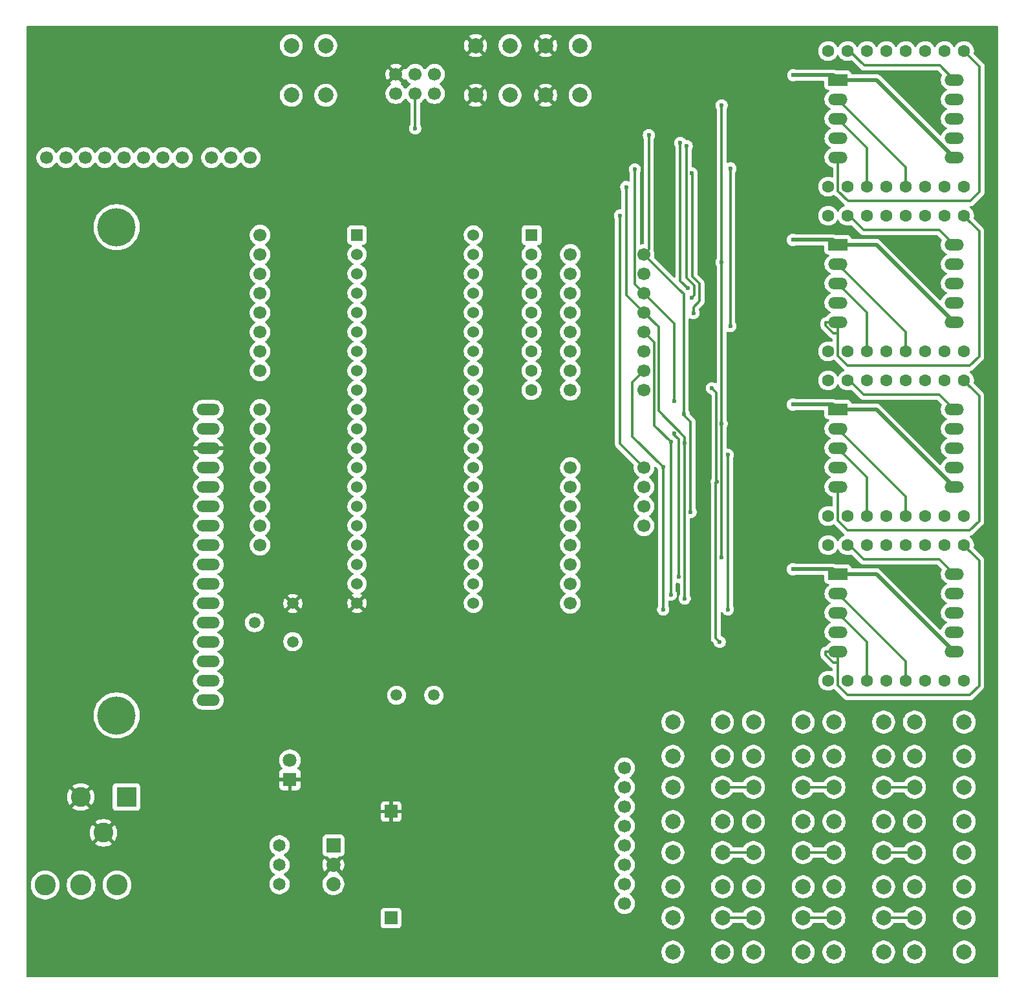
<source format=gbr>
%TF.GenerationSoftware,KiCad,Pcbnew,9.0.4*%
%TF.CreationDate,2025-09-28T00:55:06-04:00*%
%TF.ProjectId,8051,38303531-2e6b-4696-9361-645f70636258,rev?*%
%TF.SameCoordinates,Original*%
%TF.FileFunction,Copper,L2,Bot*%
%TF.FilePolarity,Positive*%
%FSLAX46Y46*%
G04 Gerber Fmt 4.6, Leading zero omitted, Abs format (unit mm)*
G04 Created by KiCad (PCBNEW 9.0.4) date 2025-09-28 00:55:06*
%MOMM*%
%LPD*%
G01*
G04 APERTURE LIST*
%TA.AperFunction,ComponentPad*%
%ADD10O,3.016000X1.508000*%
%TD*%
%TA.AperFunction,ComponentPad*%
%ADD11C,5.016000*%
%TD*%
%TA.AperFunction,ComponentPad*%
%ADD12C,1.524000*%
%TD*%
%TA.AperFunction,ComponentPad*%
%ADD13R,1.524000X1.524000*%
%TD*%
%TA.AperFunction,ComponentPad*%
%ADD14C,2.000000*%
%TD*%
%TA.AperFunction,ComponentPad*%
%ADD15R,1.700000X1.700000*%
%TD*%
%TA.AperFunction,ComponentPad*%
%ADD16R,1.600000X1.600000*%
%TD*%
%TA.AperFunction,ComponentPad*%
%ADD17C,1.600000*%
%TD*%
%TA.AperFunction,ComponentPad*%
%ADD18R,1.860000X1.860000*%
%TD*%
%TA.AperFunction,ComponentPad*%
%ADD19C,1.860000*%
%TD*%
%TA.AperFunction,ComponentPad*%
%ADD20C,1.700000*%
%TD*%
%TA.AperFunction,ComponentPad*%
%ADD21C,1.651000*%
%TD*%
%TA.AperFunction,ComponentPad*%
%ADD22R,2.524000X1.524000*%
%TD*%
%TA.AperFunction,ComponentPad*%
%ADD23O,2.524000X1.524000*%
%TD*%
%TA.AperFunction,ComponentPad*%
%ADD24C,1.500000*%
%TD*%
%TA.AperFunction,ComponentPad*%
%ADD25C,1.800000*%
%TD*%
%TA.AperFunction,ComponentPad*%
%ADD26R,1.800000X1.800000*%
%TD*%
%TA.AperFunction,ComponentPad*%
%ADD27C,2.775000*%
%TD*%
%TA.AperFunction,ComponentPad*%
%ADD28C,1.498600*%
%TD*%
%TA.AperFunction,ComponentPad*%
%ADD29R,2.600000X2.600000*%
%TD*%
%TA.AperFunction,ComponentPad*%
%ADD30C,2.600000*%
%TD*%
%TA.AperFunction,ViaPad*%
%ADD31C,0.600000*%
%TD*%
%TA.AperFunction,Conductor*%
%ADD32C,0.300000*%
%TD*%
%TA.AperFunction,Conductor*%
%ADD33C,0.500000*%
%TD*%
G04 APERTURE END LIST*
D10*
%TO.P,J10,1,VSS*%
%TO.N,GND*%
X130380000Y-86360000D03*
%TO.P,J10,2,VDD*%
%TO.N,+5V*%
X130380000Y-88900000D03*
%TO.P,J10,3,VO*%
%TO.N,Net-(J10-VO)*%
X130380000Y-91440000D03*
%TO.P,J10,4,RS*%
%TO.N,/LCD/RS*%
X130380000Y-93980000D03*
%TO.P,J10,5,R/~{W}*%
%TO.N,/LCD/RW*%
X130380000Y-96520000D03*
%TO.P,J10,6,E*%
%TO.N,/LCD/E*%
X130380000Y-99060000D03*
%TO.P,J10,7,DB0*%
%TO.N,/LCD/D0*%
X130380000Y-101600000D03*
%TO.P,J10,8,DB1*%
%TO.N,/LCD/D1*%
X130380000Y-104140000D03*
%TO.P,J10,9,DB2*%
%TO.N,/LCD/D2*%
X130380000Y-106680000D03*
%TO.P,J10,10,DB3*%
%TO.N,/LCD/D3*%
X130380000Y-109220000D03*
%TO.P,J10,11,DB4*%
%TO.N,/LCD/D4*%
X130380000Y-111760000D03*
%TO.P,J10,12,DB5*%
%TO.N,/LCD/D5*%
X130380000Y-114300000D03*
%TO.P,J10,13,DB6*%
%TO.N,/LCD/D6*%
X130380000Y-116840000D03*
%TO.P,J10,14,DB7*%
%TO.N,/LCD/D7*%
X130380000Y-119380000D03*
%TO.P,J10,15*%
%TO.N,N/C*%
X130380000Y-81280000D03*
%TO.P,J10,16*%
X130380000Y-83820000D03*
D11*
%TO.P,J10,S1,SHIELD*%
%TO.N,unconnected-(J10-SHIELD-PadS1)*%
X118380000Y-57380000D03*
%TO.P,J10,S2,SHIELD__1*%
%TO.N,unconnected-(J10-SHIELD__1-PadS2)*%
X118380000Y-121380000D03*
%TD*%
D12*
%TO.P,U1,40,VCC*%
%TO.N,+5V*%
X165100000Y-58420000D03*
%TO.P,U1,39,P0.0_(AD0)*%
%TO.N,/P0.0*%
X165100000Y-60960000D03*
%TO.P,U1,38,P0.1_(AD1)*%
%TO.N,/P0.1*%
X165100000Y-63500000D03*
%TO.P,U1,37,P0.2_(AD2)*%
%TO.N,/P0.2*%
X165100000Y-66040000D03*
%TO.P,U1,36,P0.3_(AD3)*%
%TO.N,/P0.3*%
X165100000Y-68580000D03*
%TO.P,U1,35,P0.4_(AD4)*%
%TO.N,/P0.4*%
X165100000Y-71120000D03*
%TO.P,U1,34,P0.5_(AD5)*%
%TO.N,/P0.5*%
X165100000Y-73660000D03*
%TO.P,U1,33,P0.6_(AD6)*%
%TO.N,/P0.6*%
X165100000Y-76200000D03*
%TO.P,U1,32,P0.7_(AD7)*%
%TO.N,/P0.7*%
X165100000Y-78740000D03*
%TO.P,U1,31,EA\u002A/VPP*%
%TO.N,+5V*%
X165100000Y-81280000D03*
%TO.P,U1,30,ALE/PROG\u002A*%
%TO.N,unconnected-(U1-ALE{slash}PROG\u002A-Pad30)*%
X165100000Y-83820000D03*
%TO.P,U1,29,PSEN\u002A*%
%TO.N,unconnected-(U1-PSEN\u002A-Pad29)*%
X165100000Y-86360000D03*
%TO.P,U1,28,P2.7_(A15)*%
%TO.N,/P2.7*%
X165100000Y-88900000D03*
%TO.P,U1,27,P2.6_(A14)*%
%TO.N,/P2.6*%
X165100000Y-91440000D03*
%TO.P,U1,26,P2.5_(A13)*%
%TO.N,/P2.5*%
X165100000Y-93980000D03*
%TO.P,U1,25,P2.4_(A12)*%
%TO.N,/P2.4*%
X165100000Y-96520000D03*
%TO.P,U1,24,P2.3_(A11)*%
%TO.N,/P2.3*%
X165100000Y-99060000D03*
%TO.P,U1,23,P2.2_(A10)*%
%TO.N,/P2.2*%
X165100000Y-101600000D03*
%TO.P,U1,22,P2.1_(A9)*%
%TO.N,/P2.1*%
X165100000Y-104140000D03*
%TO.P,U1,21,P2.0_(A8)*%
%TO.N,/P2.0*%
X165100000Y-106680000D03*
%TO.P,U1,20,GND*%
%TO.N,GND*%
X149860000Y-106680000D03*
%TO.P,U1,19,XTAL1*%
%TO.N,/XTAL1*%
X149860000Y-104140000D03*
%TO.P,U1,18,XTAL2*%
%TO.N,/XTAL2*%
X149860000Y-101600000D03*
%TO.P,U1,17,RD\u002A_P3.7*%
%TO.N,/P3.7*%
X149860000Y-99060000D03*
%TO.P,U1,16,WR\u002A_P3.6*%
%TO.N,/P3.6*%
X149860000Y-96520000D03*
%TO.P,U1,15,(T1)_P3.5*%
%TO.N,/P3.5*%
X149860000Y-93980000D03*
%TO.P,U1,14,(T0)_P3.4*%
%TO.N,/P3.4*%
X149860000Y-91440000D03*
%TO.P,U1,13,(INT1)_P3.3*%
%TO.N,/P3.3*%
X149860000Y-88900000D03*
%TO.P,U1,12,(INT0)_P3.2*%
%TO.N,/P3.2*%
X149860000Y-86360000D03*
%TO.P,U1,11,(TXD)_P3.1*%
%TO.N,/P3.1*%
X149860000Y-83820000D03*
%TO.P,U1,10,(RXD)_P3.0*%
%TO.N,/P3.0*%
X149860000Y-81280000D03*
%TO.P,U1,9,RST*%
%TO.N,/RST*%
X149860000Y-78740000D03*
%TO.P,U1,8,(SCK)_P1.7*%
%TO.N,/P1.7*%
X149860000Y-76200000D03*
%TO.P,U1,7,(MISO)_P1.6*%
%TO.N,/P1.6*%
X149860000Y-73660000D03*
%TO.P,U1,6,(MOSI)_P1.5*%
%TO.N,/P1.5*%
X149860000Y-71120000D03*
%TO.P,U1,5,P1.4*%
%TO.N,/P1.4*%
X149860000Y-68580000D03*
%TO.P,U1,4,P1.3*%
%TO.N,/P1.3*%
X149860000Y-66040000D03*
%TO.P,U1,3,P1.2*%
%TO.N,/P1.2*%
X149860000Y-63500000D03*
%TO.P,U1,2,P1.1*%
%TO.N,/P1.1*%
X149860000Y-60960000D03*
D13*
%TO.P,U1,1,P1.0*%
%TO.N,/P1.0*%
X149860000Y-58420000D03*
%TD*%
D14*
%TO.P,SW7,1,1*%
%TO.N,/KEYPAD_HEX/R4*%
X191230000Y-147910000D03*
X197730000Y-147910000D03*
%TO.P,SW7,4,4*%
%TO.N,/KEYPAD_HEX/C1*%
X191230000Y-152410000D03*
X197730000Y-152410000D03*
%TD*%
%TO.P,SW19,1,1*%
%TO.N,/KEYPAD_HEX/R4*%
X222880000Y-147910000D03*
X229380000Y-147910000D03*
%TO.P,SW19,4,4*%
%TO.N,/KEYPAD_HEX/C4*%
X222880000Y-152410000D03*
X229380000Y-152410000D03*
%TD*%
D15*
%TO.P,J15,1,Pin_1*%
%TO.N,GND*%
X154305000Y-133985000D03*
%TD*%
D16*
%TO.P,RN1,1,common*%
%TO.N,+5V*%
X172720000Y-58420000D03*
D17*
%TO.P,RN1,2,R1*%
%TO.N,/P0.0*%
X172720000Y-60960000D03*
%TO.P,RN1,3,R2*%
%TO.N,/P0.1*%
X172720000Y-63500000D03*
%TO.P,RN1,4,R3*%
%TO.N,/P0.2*%
X172720000Y-66040000D03*
%TO.P,RN1,5,R4*%
%TO.N,/P0.3*%
X172720000Y-68580000D03*
%TO.P,RN1,6,R5*%
%TO.N,/P0.4*%
X172720000Y-71120000D03*
%TO.P,RN1,7,R6*%
%TO.N,/P0.5*%
X172720000Y-73660000D03*
%TO.P,RN1,8,R7*%
%TO.N,/P0.6*%
X172720000Y-76200000D03*
%TO.P,RN1,9,R8*%
%TO.N,/P0.7*%
X172720000Y-78740000D03*
%TD*%
D14*
%TO.P,SW10,1,1*%
%TO.N,/KEYPAD_HEX/R3*%
X201780000Y-139360000D03*
X208280000Y-139360000D03*
%TO.P,SW10,4,4*%
%TO.N,/KEYPAD_HEX/C2*%
X201780000Y-143860000D03*
X208280000Y-143860000D03*
%TD*%
D18*
%TO.P,Q1,1,IN*%
%TO.N,Net-(Q1-IN)*%
X146772000Y-138430000D03*
D19*
%TO.P,Q1,2,GND*%
%TO.N,GND*%
X146772000Y-140970000D03*
%TO.P,Q1,3,OUT*%
%TO.N,+5V*%
X146772000Y-143510000D03*
%TD*%
D15*
%TO.P,J16,1,Pin_1*%
%TO.N,+5V*%
X154305000Y-147955000D03*
%TD*%
D20*
%TO.P,J3,1,Pin_1*%
%TO.N,/P0.0*%
X177800000Y-60960000D03*
%TO.P,J3,2,Pin_2*%
%TO.N,/P0.1*%
X177800000Y-63500000D03*
%TO.P,J3,3,Pin_3*%
%TO.N,/P0.2*%
X177800000Y-66040000D03*
%TO.P,J3,4,Pin_4*%
%TO.N,/P0.3*%
X177800000Y-68580000D03*
%TO.P,J3,5,Pin_5*%
%TO.N,/P0.4*%
X177800000Y-71120000D03*
%TO.P,J3,6,Pin_6*%
%TO.N,/P0.5*%
X177800000Y-73660000D03*
%TO.P,J3,7,Pin_7*%
%TO.N,/P0.6*%
X177800000Y-76200000D03*
%TO.P,J3,8,Pin_8*%
%TO.N,/P0.7*%
X177800000Y-78740000D03*
%TD*%
D21*
%TO.P,U10,1,B*%
%TO.N,Net-(Q1-IN)*%
X139700000Y-138430000D03*
%TO.P,U10,2,C*%
%TO.N,+5V*%
X139700000Y-140970000D03*
%TO.P,U10,3,E*%
%TO.N,Net-(SW20-A)*%
X139700000Y-143510000D03*
%TD*%
D14*
%TO.P,SW13,1,1*%
%TO.N,/KEYPAD_HEX/R2*%
X212330000Y-130810000D03*
X218830000Y-130810000D03*
%TO.P,SW13,4,4*%
%TO.N,/KEYPAD_HEX/C3*%
X212330000Y-135310000D03*
X218830000Y-135310000D03*
%TD*%
D17*
%TO.P,RN7,1,R1.1*%
%TO.N,Net-(RN7-R1.1)*%
X229355000Y-95250000D03*
%TO.P,RN7,2,R1.2*%
%TO.N,Net-(RN7-R1.2)*%
X226815000Y-95250000D03*
%TO.P,RN7,3,R2.1*%
%TO.N,Net-(RN7-R2.1)*%
X224275000Y-95250000D03*
%TO.P,RN7,4,R2.2*%
%TO.N,Net-(RN7-R2.2)*%
X221735000Y-95250000D03*
%TO.P,RN7,5,R3.1*%
%TO.N,Net-(RN7-R3.1)*%
X219195000Y-95250000D03*
%TO.P,RN7,6,R3.2*%
%TO.N,Net-(RN7-R3.2)*%
X216655000Y-95250000D03*
%TO.P,RN7,7,R4.1*%
%TO.N,Net-(RN7-R4.1)*%
X214115000Y-95250000D03*
%TO.P,RN7,8,R4.2*%
%TO.N,Net-(RN7-R4.2)*%
X211575000Y-95250000D03*
%TD*%
D20*
%TO.P,J1,1,Pin_1*%
%TO.N,/P1.0*%
X137160000Y-58420000D03*
%TO.P,J1,2,Pin_2*%
%TO.N,/P1.1*%
X137160000Y-60960000D03*
%TO.P,J1,3,Pin_3*%
%TO.N,/P1.2*%
X137160000Y-63500000D03*
%TO.P,J1,4,Pin_4*%
%TO.N,/P1.3*%
X137160000Y-66040000D03*
%TO.P,J1,5,Pin_5*%
%TO.N,/P1.4*%
X137160000Y-68580000D03*
%TO.P,J1,6,Pin_6*%
%TO.N,/P1.5*%
X137160000Y-71120000D03*
%TO.P,J1,7,Pin_7*%
%TO.N,/P1.6*%
X137160000Y-73660000D03*
%TO.P,J1,8,Pin_8*%
%TO.N,/P1.7*%
X137160000Y-76200000D03*
%TD*%
D17*
%TO.P,RN5,1,R1.1*%
%TO.N,Net-(RN5-R1.1)*%
X229355000Y-73660000D03*
%TO.P,RN5,2,R1.2*%
%TO.N,Net-(RN5-R1.2)*%
X226815000Y-73660000D03*
%TO.P,RN5,3,R2.1*%
%TO.N,Net-(RN5-R2.1)*%
X224275000Y-73660000D03*
%TO.P,RN5,4,R2.2*%
%TO.N,Net-(RN5-R2.2)*%
X221735000Y-73660000D03*
%TO.P,RN5,5,R3.1*%
%TO.N,Net-(RN5-R3.1)*%
X219195000Y-73660000D03*
%TO.P,RN5,6,R3.2*%
%TO.N,Net-(RN5-R3.2)*%
X216655000Y-73660000D03*
%TO.P,RN5,7,R4.1*%
%TO.N,Net-(RN5-R4.1)*%
X214115000Y-73660000D03*
%TO.P,RN5,8,R4.2*%
%TO.N,Net-(RN5-R4.2)*%
X211575000Y-73660000D03*
%TD*%
D14*
%TO.P,SW4,1,1*%
%TO.N,/KEYPAD_HEX/R1*%
X191230000Y-122260000D03*
X197730000Y-122260000D03*
%TO.P,SW4,4,4*%
%TO.N,/KEYPAD_HEX/C1*%
X191230000Y-126760000D03*
X197730000Y-126760000D03*
%TD*%
%TO.P,SW17,1,1*%
%TO.N,/KEYPAD_HEX/R2*%
X222880000Y-130810000D03*
X229380000Y-130810000D03*
%TO.P,SW17,4,4*%
%TO.N,/KEYPAD_HEX/C4*%
X222880000Y-135310000D03*
X229380000Y-135310000D03*
%TD*%
D22*
%TO.P,U7,1,CC*%
%TO.N,+5V*%
X212845000Y-59690000D03*
D23*
%TO.P,U7,2,F*%
%TO.N,Net-(RN5-R2.2)*%
X212845000Y-62230000D03*
%TO.P,U7,3,G*%
%TO.N,Net-(RN5-R3.2)*%
X212845000Y-64770000D03*
%TO.P,U7,4,E*%
%TO.N,Net-(RN5-R1.2)*%
X212845000Y-67310000D03*
%TO.P,U7,5,D*%
%TO.N,Net-(RN4-R4.2)*%
X212845000Y-69850000D03*
%TO.P,U7,6,CC*%
%TO.N,+5V*%
X228085000Y-69850000D03*
%TO.P,U7,7,DP*%
%TO.N,Net-(RN5-R4.2)*%
X228085000Y-67310000D03*
%TO.P,U7,8,C*%
%TO.N,Net-(RN4-R3.2)*%
X228085000Y-64770000D03*
%TO.P,U7,9,B*%
%TO.N,Net-(RN4-R2.2)*%
X228085000Y-62230000D03*
%TO.P,U7,10,A*%
%TO.N,Net-(RN4-R1.2)*%
X228085000Y-59690000D03*
%TD*%
D14*
%TO.P,SW12,1,1*%
%TO.N,/KEYPAD_HEX/R1*%
X212330000Y-122260000D03*
X218830000Y-122260000D03*
%TO.P,SW12,4,4*%
%TO.N,/KEYPAD_HEX/C3*%
X212330000Y-126760000D03*
X218830000Y-126760000D03*
%TD*%
%TO.P,SW5,1,1*%
%TO.N,/KEYPAD_HEX/R2*%
X191230000Y-130810000D03*
X197730000Y-130810000D03*
%TO.P,SW5,4,4*%
%TO.N,/KEYPAD_HEX/C1*%
X191230000Y-135310000D03*
X197730000Y-135310000D03*
%TD*%
D24*
%TO.P,Y1,1,1*%
%TO.N,/XTAL2*%
X159920000Y-118745000D03*
%TO.P,Y1,2,2*%
%TO.N,/XTAL1*%
X155040000Y-118745000D03*
%TD*%
D20*
%TO.P,J13,1,Pin_1*%
%TO.N,Net-(J13-Pin_1)*%
X187445000Y-88900000D03*
%TO.P,J13,2,Pin_2*%
%TO.N,Net-(J13-Pin_2)*%
X187445000Y-91440000D03*
%TO.P,J13,3,Pin_3*%
%TO.N,Net-(J13-Pin_3)*%
X187445000Y-93980000D03*
%TO.P,J13,4,Pin_4*%
%TO.N,Net-(J13-Pin_4)*%
X187445000Y-96520000D03*
%TD*%
D14*
%TO.P,SW11,1,1*%
%TO.N,/KEYPAD_HEX/R4*%
X201780000Y-147910000D03*
X208280000Y-147910000D03*
%TO.P,SW11,4,4*%
%TO.N,/KEYPAD_HEX/C2*%
X201780000Y-152410000D03*
X208280000Y-152410000D03*
%TD*%
%TO.P,SW8,1,1*%
%TO.N,/KEYPAD_HEX/R1*%
X201780000Y-122260000D03*
X208280000Y-122260000D03*
%TO.P,SW8,4,4*%
%TO.N,/KEYPAD_HEX/C2*%
X201780000Y-126760000D03*
X208280000Y-126760000D03*
%TD*%
D20*
%TO.P,J4,1,Pin_1*%
%TO.N,/P2.0*%
X177800000Y-106680000D03*
%TO.P,J4,2,Pin_2*%
%TO.N,/P2.1*%
X177800000Y-104140000D03*
%TO.P,J4,3,Pin_3*%
%TO.N,/P2.2*%
X177800000Y-101600000D03*
%TO.P,J4,4,Pin_4*%
%TO.N,/P2.3*%
X177800000Y-99060000D03*
%TO.P,J4,5,Pin_5*%
%TO.N,/P2.4*%
X177800000Y-96520000D03*
%TO.P,J4,6,Pin_6*%
%TO.N,/P2.5*%
X177800000Y-93980000D03*
%TO.P,J4,7,Pin_7*%
%TO.N,/P2.6*%
X177800000Y-91440000D03*
%TO.P,J4,8,Pin_8*%
%TO.N,/P2.7*%
X177800000Y-88900000D03*
%TD*%
D22*
%TO.P,U8,1,CC*%
%TO.N,+5V*%
X212845000Y-81280000D03*
D23*
%TO.P,U8,2,F*%
%TO.N,Net-(RN7-R2.2)*%
X212845000Y-83820000D03*
%TO.P,U8,3,G*%
%TO.N,Net-(RN7-R3.2)*%
X212845000Y-86360000D03*
%TO.P,U8,4,E*%
%TO.N,Net-(RN7-R1.2)*%
X212845000Y-88900000D03*
%TO.P,U8,5,D*%
%TO.N,Net-(RN6-R4.2)*%
X212845000Y-91440000D03*
%TO.P,U8,6,CC*%
%TO.N,+5V*%
X228085000Y-91440000D03*
%TO.P,U8,7,DP*%
%TO.N,Net-(RN7-R4.2)*%
X228085000Y-88900000D03*
%TO.P,U8,8,C*%
%TO.N,Net-(RN6-R3.2)*%
X228085000Y-86360000D03*
%TO.P,U8,9,B*%
%TO.N,Net-(RN6-R2.2)*%
X228085000Y-83820000D03*
%TO.P,U8,10,A*%
%TO.N,Net-(RN6-R1.2)*%
X228085000Y-81280000D03*
%TD*%
D14*
%TO.P,SW18,1,1*%
%TO.N,/KEYPAD_HEX/R3*%
X222880000Y-139360000D03*
X229380000Y-139360000D03*
%TO.P,SW18,4,4*%
%TO.N,/KEYPAD_HEX/C4*%
X222880000Y-143860000D03*
X229380000Y-143860000D03*
%TD*%
D22*
%TO.P,U9,1,CC*%
%TO.N,+5V*%
X212845000Y-102870000D03*
D23*
%TO.P,U9,2,F*%
%TO.N,Net-(RN9-R2.2)*%
X212845000Y-105410000D03*
%TO.P,U9,3,G*%
%TO.N,Net-(RN9-R3.2)*%
X212845000Y-107950000D03*
%TO.P,U9,4,E*%
%TO.N,Net-(RN9-R1.2)*%
X212845000Y-110490000D03*
%TO.P,U9,5,D*%
%TO.N,Net-(RN8-R4.2)*%
X212845000Y-113030000D03*
%TO.P,U9,6,CC*%
%TO.N,+5V*%
X228085000Y-113030000D03*
%TO.P,U9,7,DP*%
%TO.N,Net-(RN9-R4.2)*%
X228085000Y-110490000D03*
%TO.P,U9,8,C*%
%TO.N,Net-(RN8-R3.2)*%
X228085000Y-107950000D03*
%TO.P,U9,9,B*%
%TO.N,Net-(RN8-R2.2)*%
X228085000Y-105410000D03*
%TO.P,U9,10,A*%
%TO.N,Net-(RN8-R1.2)*%
X228085000Y-102870000D03*
%TD*%
D20*
%TO.P,J8,1,Pin_1*%
%TO.N,/KEYPAD_HEX/C1*%
X184905000Y-128270000D03*
%TO.P,J8,2,Pin_2*%
%TO.N,/KEYPAD_HEX/C2*%
X184905000Y-130810000D03*
%TO.P,J8,3,Pin_3*%
%TO.N,/KEYPAD_HEX/C3*%
X184905000Y-133350000D03*
%TO.P,J8,4,Pin_4*%
%TO.N,/KEYPAD_HEX/C4*%
X184905000Y-135890000D03*
%TO.P,J8,5,Pin_5*%
%TO.N,/KEYPAD_HEX/R1*%
X184905000Y-138430000D03*
%TO.P,J8,6,Pin_6*%
%TO.N,/KEYPAD_HEX/R2*%
X184905000Y-140970000D03*
%TO.P,J8,7,Pin_7*%
%TO.N,/KEYPAD_HEX/R3*%
X184905000Y-143510000D03*
%TO.P,J8,8,Pin_8*%
%TO.N,/KEYPAD_HEX/R4*%
X184905000Y-146050000D03*
%TD*%
D25*
%TO.P,D2,2,A*%
%TO.N,Net-(D2-A)*%
X141070000Y-127254000D03*
D26*
%TO.P,D2,1,K*%
%TO.N,GND*%
X141070000Y-129794000D03*
%TD*%
D17*
%TO.P,RN4,1,R1.1*%
%TO.N,Net-(RN4-R1.1)*%
X211575000Y-55880000D03*
%TO.P,RN4,2,R1.2*%
%TO.N,Net-(RN4-R1.2)*%
X214115000Y-55880000D03*
%TO.P,RN4,3,R2.1*%
%TO.N,Net-(RN4-R2.1)*%
X216655000Y-55880000D03*
%TO.P,RN4,4,R2.2*%
%TO.N,Net-(RN4-R2.2)*%
X219195000Y-55880000D03*
%TO.P,RN4,5,R3.1*%
%TO.N,Net-(RN4-R3.1)*%
X221735000Y-55880000D03*
%TO.P,RN4,6,R3.2*%
%TO.N,Net-(RN4-R3.2)*%
X224275000Y-55880000D03*
%TO.P,RN4,7,R4.1*%
%TO.N,Net-(RN4-R4.1)*%
X226815000Y-55880000D03*
%TO.P,RN4,8,R4.2*%
%TO.N,Net-(RN4-R4.2)*%
X229355000Y-55880000D03*
%TD*%
D14*
%TO.P,SW14,1,1*%
%TO.N,/KEYPAD_HEX/R3*%
X212330000Y-139360000D03*
X218830000Y-139360000D03*
%TO.P,SW14,4,4*%
%TO.N,/KEYPAD_HEX/C3*%
X212330000Y-143860000D03*
X218830000Y-143860000D03*
%TD*%
%TO.P,SW16,1,1*%
%TO.N,/KEYPAD_HEX/R1*%
X222880000Y-122260000D03*
X229380000Y-122260000D03*
%TO.P,SW16,4,4*%
%TO.N,/KEYPAD_HEX/C4*%
X222880000Y-126760000D03*
X229380000Y-126760000D03*
%TD*%
%TO.P,SW3,2,2*%
%TO.N,GND*%
X174570000Y-33580000D03*
X174570000Y-40080000D03*
%TO.P,SW3,3,3*%
%TO.N,/P3.3*%
X179070000Y-33580000D03*
X179070000Y-40080000D03*
%TD*%
D20*
%TO.P,J12,1,Pin_1*%
%TO.N,Net-(J12-Pin_1)*%
X187445000Y-60960000D03*
%TO.P,J12,2,Pin_2*%
%TO.N,Net-(J12-Pin_2)*%
X187445000Y-63500000D03*
%TO.P,J12,3,Pin_3*%
%TO.N,Net-(J12-Pin_3)*%
X187445000Y-66040000D03*
%TO.P,J12,4,Pin_4*%
%TO.N,Net-(J12-Pin_4)*%
X187445000Y-68580000D03*
%TO.P,J12,5,Pin_5*%
%TO.N,Net-(J12-Pin_5)*%
X187445000Y-71120000D03*
%TO.P,J12,6,Pin_6*%
%TO.N,Net-(J12-Pin_6)*%
X187445000Y-73660000D03*
%TO.P,J12,7,Pin_7*%
%TO.N,Net-(J12-Pin_7)*%
X187445000Y-76200000D03*
%TO.P,J12,8,Pin_8*%
%TO.N,Net-(J12-Pin_8)*%
X187445000Y-78740000D03*
%TD*%
D14*
%TO.P,SW1,2,2*%
%TO.N,/RST*%
X141260000Y-40080000D03*
X141260000Y-33580000D03*
%TO.P,SW1,1,1*%
%TO.N,+5V*%
X145760000Y-40080000D03*
X145760000Y-33580000D03*
%TD*%
%TO.P,SW6,1,1*%
%TO.N,/KEYPAD_HEX/R3*%
X191230000Y-139360000D03*
X197730000Y-139360000D03*
%TO.P,SW6,4,4*%
%TO.N,/KEYPAD_HEX/C1*%
X191230000Y-143860000D03*
X197730000Y-143860000D03*
%TD*%
D27*
%TO.P,SW20,3,A*%
%TO.N,Net-(SW20-A)*%
X118420000Y-143625000D03*
%TO.P,SW20,2,B*%
%TO.N,/PWR/VIN*%
X113720000Y-143625000D03*
%TO.P,SW20,1,C*%
%TO.N,unconnected-(SW20-C-Pad1)*%
X109020000Y-143625000D03*
%TD*%
D17*
%TO.P,RN3,1,R1.1*%
%TO.N,Net-(RN3-R1.1)*%
X229355000Y-52070000D03*
%TO.P,RN3,2,R1.2*%
%TO.N,Net-(RN3-R1.2)*%
X226815000Y-52070000D03*
%TO.P,RN3,3,R2.1*%
%TO.N,Net-(RN3-R2.1)*%
X224275000Y-52070000D03*
%TO.P,RN3,4,R2.2*%
%TO.N,Net-(RN3-R2.2)*%
X221735000Y-52070000D03*
%TO.P,RN3,5,R3.1*%
%TO.N,Net-(RN3-R3.1)*%
X219195000Y-52070000D03*
%TO.P,RN3,6,R3.2*%
%TO.N,Net-(RN3-R3.2)*%
X216655000Y-52070000D03*
%TO.P,RN3,7,R4.1*%
%TO.N,Net-(RN3-R4.1)*%
X214115000Y-52070000D03*
%TO.P,RN3,8,R4.2*%
%TO.N,Net-(RN3-R4.2)*%
X211575000Y-52070000D03*
%TD*%
D20*
%TO.P,J11,1,Pin_1*%
%TO.N,/LCD/RS*%
X135890000Y-48260000D03*
%TO.P,J11,2,Pin_2*%
%TO.N,/LCD/RW*%
X133350000Y-48260000D03*
%TO.P,J11,3,Pin_3*%
%TO.N,/LCD/E*%
X130810000Y-48260000D03*
%TD*%
D14*
%TO.P,SW15,1,1*%
%TO.N,/KEYPAD_HEX/R4*%
X212330000Y-147910000D03*
X218830000Y-147910000D03*
%TO.P,SW15,4,4*%
%TO.N,/KEYPAD_HEX/C3*%
X212330000Y-152410000D03*
X218830000Y-152410000D03*
%TD*%
D17*
%TO.P,RN6,1,R1.1*%
%TO.N,Net-(RN6-R1.1)*%
X211575000Y-77470000D03*
%TO.P,RN6,2,R1.2*%
%TO.N,Net-(RN6-R1.2)*%
X214115000Y-77470000D03*
%TO.P,RN6,3,R2.1*%
%TO.N,Net-(RN6-R2.1)*%
X216655000Y-77470000D03*
%TO.P,RN6,4,R2.2*%
%TO.N,Net-(RN6-R2.2)*%
X219195000Y-77470000D03*
%TO.P,RN6,5,R3.1*%
%TO.N,Net-(RN6-R3.1)*%
X221735000Y-77470000D03*
%TO.P,RN6,6,R3.2*%
%TO.N,Net-(RN6-R3.2)*%
X224275000Y-77470000D03*
%TO.P,RN6,7,R4.1*%
%TO.N,Net-(RN6-R4.1)*%
X226815000Y-77470000D03*
%TO.P,RN6,8,R4.2*%
%TO.N,Net-(RN6-R4.2)*%
X229355000Y-77470000D03*
%TD*%
D22*
%TO.P,U6,1,CC*%
%TO.N,+5V*%
X212845000Y-38100000D03*
D23*
%TO.P,U6,2,F*%
%TO.N,Net-(RN3-R2.2)*%
X212845000Y-40640000D03*
%TO.P,U6,3,G*%
%TO.N,Net-(RN3-R3.2)*%
X212845000Y-43180000D03*
%TO.P,U6,4,E*%
%TO.N,Net-(RN3-R1.2)*%
X212845000Y-45720000D03*
%TO.P,U6,5,D*%
%TO.N,Net-(RN2-R4.2)*%
X212845000Y-48260000D03*
%TO.P,U6,6,CC*%
%TO.N,+5V*%
X228085000Y-48260000D03*
%TO.P,U6,7,DP*%
%TO.N,Net-(RN3-R4.2)*%
X228085000Y-45720000D03*
%TO.P,U6,8,C*%
%TO.N,Net-(RN2-R3.2)*%
X228085000Y-43180000D03*
%TO.P,U6,9,B*%
%TO.N,Net-(RN2-R2.2)*%
X228085000Y-40640000D03*
%TO.P,U6,10,A*%
%TO.N,Net-(RN2-R1.2)*%
X228085000Y-38100000D03*
%TD*%
D20*
%TO.P,J6,6,Pin_6*%
%TO.N,GND*%
X154940000Y-37333000D03*
%TO.P,J6,5,Pin_5*%
%TO.N,/P1.5*%
X157480000Y-37333000D03*
%TO.P,J6,4,Pin_4*%
%TO.N,+5V*%
X160020000Y-37333000D03*
%TO.P,J6,3,Pin_3*%
%TO.N,/P1.6*%
X160020000Y-39873000D03*
%TO.P,J6,2,Pin_2*%
%TO.N,/P1.7*%
X157480000Y-39873000D03*
%TO.P,J6,1,Pin_1*%
%TO.N,/RST*%
X154940000Y-39873000D03*
%TD*%
%TO.P,J5,1,Pin_1*%
%TO.N,/P3.0*%
X137160000Y-81280000D03*
%TO.P,J5,2,Pin_2*%
%TO.N,/P3.1*%
X137160000Y-83820000D03*
%TO.P,J5,3,Pin_3*%
%TO.N,/P3.2*%
X137160000Y-86360000D03*
%TO.P,J5,4,Pin_4*%
%TO.N,/P3.3*%
X137160000Y-88900000D03*
%TO.P,J5,5,Pin_5*%
%TO.N,/P3.4*%
X137160000Y-91440000D03*
%TO.P,J5,6,Pin_6*%
%TO.N,/P3.5*%
X137160000Y-93980000D03*
%TO.P,J5,7,Pin_7*%
%TO.N,/P3.6*%
X137160000Y-96520000D03*
%TO.P,J5,8,Pin_8*%
%TO.N,/P3.7*%
X137160000Y-99060000D03*
%TD*%
D14*
%TO.P,SW9,1,1*%
%TO.N,/KEYPAD_HEX/R2*%
X201780000Y-130810000D03*
X208280000Y-130810000D03*
%TO.P,SW9,4,4*%
%TO.N,/KEYPAD_HEX/C2*%
X201780000Y-135310000D03*
X208280000Y-135310000D03*
%TD*%
D28*
%TO.P,RV1,1,1*%
%TO.N,+5V*%
X141450400Y-111721200D03*
%TO.P,RV1,2,2*%
%TO.N,Net-(J10-VO)*%
X136450400Y-109221200D03*
%TO.P,RV1,3,3*%
%TO.N,GND*%
X141450400Y-106721210D03*
%TD*%
D29*
%TO.P,J14,1*%
%TO.N,/PWR/VIN*%
X119665000Y-132080000D03*
D30*
%TO.P,J14,2*%
%TO.N,GND*%
X113665000Y-132080000D03*
%TO.P,J14,3*%
X116665000Y-136780000D03*
%TD*%
D14*
%TO.P,SW2,2,2*%
%TO.N,GND*%
X165390000Y-33580000D03*
X165390000Y-40080000D03*
%TO.P,SW2,3,3*%
%TO.N,/P3.2*%
X169890000Y-33580000D03*
X169890000Y-40080000D03*
%TD*%
D17*
%TO.P,RN2,1,R1.1*%
%TO.N,Net-(RN2-R1.1)*%
X211575000Y-34290000D03*
%TO.P,RN2,2,R1.2*%
%TO.N,Net-(RN2-R1.2)*%
X214115000Y-34290000D03*
%TO.P,RN2,3,R2.1*%
%TO.N,Net-(RN2-R2.1)*%
X216655000Y-34290000D03*
%TO.P,RN2,4,R2.2*%
%TO.N,Net-(RN2-R2.2)*%
X219195000Y-34290000D03*
%TO.P,RN2,5,R3.1*%
%TO.N,Net-(RN2-R3.1)*%
X221735000Y-34290000D03*
%TO.P,RN2,6,R3.2*%
%TO.N,Net-(RN2-R3.2)*%
X224275000Y-34290000D03*
%TO.P,RN2,7,R4.1*%
%TO.N,Net-(RN2-R4.1)*%
X226815000Y-34290000D03*
%TO.P,RN2,8,R4.2*%
%TO.N,Net-(RN2-R4.2)*%
X229355000Y-34290000D03*
%TD*%
%TO.P,RN9,1,R1.1*%
%TO.N,Net-(RN9-R1.1)*%
X229355000Y-116840000D03*
%TO.P,RN9,2,R1.2*%
%TO.N,Net-(RN9-R1.2)*%
X226815000Y-116840000D03*
%TO.P,RN9,3,R2.1*%
%TO.N,Net-(RN9-R2.1)*%
X224275000Y-116840000D03*
%TO.P,RN9,4,R2.2*%
%TO.N,Net-(RN9-R2.2)*%
X221735000Y-116840000D03*
%TO.P,RN9,5,R3.1*%
%TO.N,Net-(RN9-R3.1)*%
X219195000Y-116840000D03*
%TO.P,RN9,6,R3.2*%
%TO.N,Net-(RN9-R3.2)*%
X216655000Y-116840000D03*
%TO.P,RN9,7,R4.1*%
%TO.N,Net-(RN9-R4.1)*%
X214115000Y-116840000D03*
%TO.P,RN9,8,R4.2*%
%TO.N,Net-(RN9-R4.2)*%
X211575000Y-116840000D03*
%TD*%
D20*
%TO.P,J9,1,Pin_1*%
%TO.N,/LCD/D0*%
X127000000Y-48260000D03*
%TO.P,J9,2,Pin_2*%
%TO.N,/LCD/D1*%
X124460000Y-48260000D03*
%TO.P,J9,3,Pin_3*%
%TO.N,/LCD/D2*%
X121920000Y-48260000D03*
%TO.P,J9,4,Pin_4*%
%TO.N,/LCD/D3*%
X119380000Y-48260000D03*
%TO.P,J9,5,Pin_5*%
%TO.N,/LCD/D4*%
X116840000Y-48260000D03*
%TO.P,J9,6,Pin_6*%
%TO.N,/LCD/D5*%
X114300000Y-48260000D03*
%TO.P,J9,7,Pin_7*%
%TO.N,/LCD/D6*%
X111760000Y-48260000D03*
%TO.P,J9,8,Pin_8*%
%TO.N,/LCD/D7*%
X109220000Y-48260000D03*
%TD*%
D17*
%TO.P,RN8,1,R1.1*%
%TO.N,Net-(RN8-R1.1)*%
X211575000Y-99060000D03*
%TO.P,RN8,2,R1.2*%
%TO.N,Net-(RN8-R1.2)*%
X214115000Y-99060000D03*
%TO.P,RN8,3,R2.1*%
%TO.N,Net-(RN8-R2.1)*%
X216655000Y-99060000D03*
%TO.P,RN8,4,R2.2*%
%TO.N,Net-(RN8-R2.2)*%
X219195000Y-99060000D03*
%TO.P,RN8,5,R3.1*%
%TO.N,Net-(RN8-R3.1)*%
X221735000Y-99060000D03*
%TO.P,RN8,6,R3.2*%
%TO.N,Net-(RN8-R3.2)*%
X224275000Y-99060000D03*
%TO.P,RN8,7,R4.1*%
%TO.N,Net-(RN8-R4.1)*%
X226815000Y-99060000D03*
%TO.P,RN8,8,R4.2*%
%TO.N,Net-(RN8-R4.2)*%
X229355000Y-99060000D03*
%TD*%
D31*
%TO.N,Net-(J12-Pin_1)*%
X192659000Y-81915000D03*
%TO.N,GND*%
X195400000Y-92070000D03*
%TO.N,Net-(J12-Pin_5)*%
X190965100Y-85539300D03*
%TO.N,Net-(J12-Pin_6)*%
X193039000Y-46736000D03*
%TO.N,Net-(J12-Pin_1)*%
X188082300Y-45339000D03*
%TO.N,Net-(J12-Pin_3)*%
X186243000Y-49784000D03*
%TO.N,Net-(J12-Pin_2)*%
X197612000Y-61976000D03*
%TO.N,Net-(J13-Pin_1)*%
X184297200Y-55863600D03*
%TO.N,Net-(J12-Pin_5)*%
X190957200Y-105562400D03*
X193163500Y-65401500D03*
X192208100Y-46355000D03*
%TO.N,Net-(J12-Pin_6)*%
X193654600Y-66675000D03*
X198425800Y-87223600D03*
X198425800Y-107492800D03*
%TO.N,Net-(J12-Pin_2)*%
X197612000Y-100648000D03*
X197612000Y-83159600D03*
X197612000Y-41402000D03*
%TO.N,Net-(J12-Pin_1)*%
X193548000Y-94742000D03*
%TO.N,Net-(J12-Pin_3)*%
X191414400Y-80171100D03*
X191396880Y-84447120D03*
X191959000Y-103225600D03*
%TO.N,Net-(J12-Pin_4)*%
X192768900Y-106062100D03*
X192786000Y-85725000D03*
X185119100Y-52116900D03*
%TO.N,Net-(J12-Pin_8)*%
X198755000Y-49687800D03*
X197358000Y-111764600D03*
X196962000Y-90779600D03*
X196318700Y-78486000D03*
%TO.N,Net-(J12-Pin_7)*%
X193690000Y-50305400D03*
X193920720Y-68655680D03*
X189963400Y-88846000D03*
X189963400Y-107525000D03*
%TO.N,/P1.7*%
X157480000Y-44450000D03*
%TO.N,GND*%
X168910000Y-116840000D03*
X164695000Y-43890000D03*
X170688000Y-118745000D03*
X146252000Y-43890000D03*
X154305000Y-137795000D03*
X145796000Y-116840000D03*
X195407900Y-70485000D03*
X195408000Y-36149900D03*
X195402000Y-71653400D03*
X195407900Y-59055000D03*
X134024000Y-151168000D03*
X195402000Y-57734200D03*
X195408000Y-50069100D03*
X139700000Y-153035000D03*
X143510000Y-153035000D03*
X144402000Y-45720000D03*
X135850000Y-152995000D03*
X195407900Y-113680000D03*
X176733000Y-41808400D03*
X168910000Y-120650000D03*
X195402000Y-79324200D03*
X195402000Y-93243400D03*
X193421000Y-37465000D03*
X195400000Y-80640000D03*
X146252000Y-47700000D03*
X172720000Y-48666400D03*
X170599000Y-50507500D03*
X145796000Y-120650000D03*
X195407900Y-102235000D03*
X145376000Y-151168000D03*
X156172000Y-139408000D03*
X195428000Y-100914000D03*
X195428000Y-114833000D03*
X195407900Y-48895000D03*
X167589000Y-42011600D03*
X174066000Y-43815000D03*
X174740000Y-50507500D03*
X144359000Y-49544600D03*
X152438000Y-139408000D03*
X144018000Y-118872000D03*
%TO.N,Net-(J12-Pin_8)*%
X198755000Y-70358000D03*
%TO.N,+5V*%
X206952000Y-59055000D03*
X207003000Y-37465000D03*
X206952000Y-80645000D03*
X206952000Y-102235000D03*
%TD*%
D32*
%TO.N,Net-(J12-Pin_1)*%
X188082300Y-45339000D02*
X188082300Y-60322700D01*
X188082300Y-60322700D02*
X187445000Y-60960000D01*
%TO.N,Net-(J12-Pin_3)*%
X186243000Y-64838000D02*
X187445000Y-66040000D01*
X186243000Y-49784000D02*
X186243000Y-64838000D01*
%TO.N,Net-(J12-Pin_4)*%
X185119100Y-52116900D02*
X185119100Y-66254100D01*
X185119100Y-66254100D02*
X187445000Y-68580000D01*
%TO.N,Net-(J12-Pin_5)*%
X192208100Y-64446100D02*
X193163500Y-65401500D01*
X192208100Y-46355000D02*
X192208100Y-64446100D01*
%TO.N,Net-(J12-Pin_6)*%
X194056000Y-66252800D02*
X194066400Y-66263200D01*
X193039000Y-46736000D02*
X193039000Y-64007000D01*
X193039000Y-64007000D02*
X194056000Y-65024000D01*
X194056000Y-65024000D02*
X194056000Y-66252800D01*
%TO.N,Net-(J12-Pin_7)*%
X193690000Y-50305400D02*
X193802000Y-50417400D01*
X193802000Y-50417400D02*
X193802000Y-63881000D01*
X194716400Y-64795400D02*
X194716400Y-67089200D01*
X194716400Y-67089200D02*
X193920720Y-67884880D01*
X193802000Y-63881000D02*
X194716400Y-64795400D01*
X193920720Y-67884880D02*
X193920720Y-68655680D01*
%TO.N,Net-(J12-Pin_6)*%
X194066400Y-66263200D02*
X194066400Y-66222800D01*
X193654600Y-66675000D02*
X194066400Y-66263200D01*
%TO.N,Net-(J12-Pin_8)*%
X196951600Y-90769200D02*
X196962000Y-90779600D01*
X196318700Y-78486000D02*
X196951600Y-79118900D01*
X196951600Y-79118900D02*
X196951600Y-90769200D01*
%TO.N,Net-(J12-Pin_1)*%
X192659000Y-81915000D02*
X192659000Y-82042000D01*
X192659000Y-82042000D02*
X193548000Y-82931000D01*
X193548000Y-82931000D02*
X193548000Y-94742000D01*
X192659000Y-81915000D02*
X192659000Y-66161600D01*
X192024000Y-65526600D02*
X192018600Y-65526600D01*
X191344500Y-64859500D02*
X187445000Y-60960000D01*
X192659000Y-66161600D02*
X192024000Y-65526600D01*
X192018600Y-65526600D02*
X191351500Y-64859500D01*
X191351500Y-64859500D02*
X191344500Y-64859500D01*
%TO.N,Net-(J12-Pin_8)*%
X197358000Y-111764600D02*
X196850000Y-111256600D01*
X196850000Y-111256600D02*
X196850000Y-90891600D01*
X196850000Y-90891600D02*
X196962000Y-90779600D01*
%TO.N,Net-(J12-Pin_4)*%
X192786000Y-106079200D02*
X192768900Y-106062100D01*
X192786000Y-85725000D02*
X192786000Y-84917000D01*
X192786000Y-85725000D02*
X192786000Y-106079200D01*
X189341500Y-81472500D02*
X189341500Y-70476500D01*
X189341500Y-70476500D02*
X187445000Y-68580000D01*
X192786000Y-84917000D02*
X189341500Y-81472500D01*
%TO.N,Net-(J12-Pin_5)*%
X190957200Y-85547200D02*
X190965100Y-85539300D01*
X190957200Y-105562400D02*
X190957200Y-85547200D01*
%TO.N,Net-(J12-Pin_7)*%
X189963400Y-107525000D02*
X189963400Y-88846000D01*
%TO.N,Net-(J12-Pin_3)*%
X191959000Y-85206800D02*
X191396880Y-84644680D01*
X191959000Y-103225600D02*
X191959000Y-85206800D01*
X191396880Y-84644680D02*
X191396880Y-84447120D01*
%TO.N,Net-(J12-Pin_6)*%
X198425800Y-87223600D02*
X198425800Y-107492800D01*
%TO.N,Net-(J12-Pin_2)*%
X197612000Y-100648000D02*
X197612000Y-83159600D01*
X197612000Y-83159600D02*
X197612000Y-61976000D01*
%TO.N,Net-(J12-Pin_3)*%
X191414400Y-80171100D02*
X191414400Y-70009400D01*
X191414400Y-70009400D02*
X187445000Y-66040000D01*
%TO.N,Net-(J12-Pin_7)*%
X189963400Y-88846000D02*
X185928000Y-84810600D01*
X185928000Y-84810600D02*
X185928000Y-77717000D01*
X185928000Y-77717000D02*
X187445000Y-76200000D01*
%TO.N,Net-(J12-Pin_2)*%
X197612000Y-41402000D02*
X197612000Y-61976000D01*
%TO.N,Net-(J12-Pin_8)*%
X198755000Y-49687800D02*
X198755000Y-70358000D01*
%TO.N,Net-(RN9-R3.2)*%
X216655000Y-116840000D02*
X216604000Y-116840000D01*
X212845000Y-108001000D02*
X212845000Y-107950000D01*
X213633000Y-108789000D02*
X212845000Y-108001000D01*
X212794000Y-107950000D02*
X213633000Y-108789000D01*
X216604000Y-111760000D02*
X216604000Y-116840000D01*
X213633000Y-108789000D02*
X216604000Y-111760000D01*
%TO.N,Net-(RN9-R2.2)*%
X221735000Y-116840000D02*
X221684000Y-116840000D01*
X212845000Y-105461000D02*
X212845000Y-105410000D01*
X213633000Y-106249000D02*
X212845000Y-105461000D01*
X212794000Y-105410000D02*
X213633000Y-106249000D01*
X221684000Y-114300000D02*
X221684000Y-116840000D01*
X213633000Y-106249000D02*
X221684000Y-114300000D01*
%TO.N,Net-(RN8-R4.2)*%
X229355000Y-99111000D02*
X229355000Y-99060000D01*
X230320000Y-100076000D02*
X229355000Y-99111000D01*
X229304000Y-99060000D02*
X230320000Y-100076000D01*
X211231300Y-113491300D02*
X211231300Y-113030000D01*
X212225000Y-114485000D02*
X211231300Y-113491300D01*
X212794000Y-114485000D02*
X212225000Y-114485000D01*
X212794000Y-117436000D02*
X212794000Y-114485000D01*
X214103000Y-118745000D02*
X212794000Y-117436000D01*
X230129000Y-118745000D02*
X214103000Y-118745000D01*
X231336000Y-117538000D02*
X230129000Y-118745000D01*
X231336000Y-101092000D02*
X231336000Y-117538000D01*
X230320000Y-100076000D02*
X231336000Y-101092000D01*
X212794000Y-114485000D02*
X212794000Y-113030000D01*
X212845000Y-113030000D02*
X211231300Y-113030000D01*
%TO.N,Net-(RN8-R1.2)*%
X228085000Y-102870000D02*
X228034000Y-102870000D01*
X214064000Y-99060000D02*
X214115000Y-99060000D01*
X226129000Y-100965000D02*
X228034000Y-102870000D01*
X216223000Y-100965000D02*
X226129000Y-100965000D01*
X214318000Y-99060000D02*
X216223000Y-100965000D01*
X214115000Y-99060000D02*
X214318000Y-99060000D01*
%TO.N,Net-(RN7-R3.2)*%
X216655000Y-95250000D02*
X216604000Y-95250000D01*
X212845000Y-86411000D02*
X212845000Y-86360000D01*
X213633000Y-87199000D02*
X212845000Y-86411000D01*
X212794000Y-86360000D02*
X213633000Y-87199000D01*
X216604000Y-90170000D02*
X216604000Y-95250000D01*
X213633000Y-87199000D02*
X216604000Y-90170000D01*
%TO.N,Net-(RN7-R2.2)*%
X221735000Y-95250000D02*
X221684000Y-95250000D01*
X212845000Y-83871000D02*
X212845000Y-83820000D01*
X213633000Y-84659000D02*
X212845000Y-83871000D01*
X212794000Y-83820000D02*
X213633000Y-84659000D01*
X221684000Y-92710000D02*
X221684000Y-95250000D01*
X213633000Y-84659000D02*
X221684000Y-92710000D01*
%TO.N,Net-(RN6-R4.2)*%
X212845000Y-91440000D02*
X212794000Y-91440000D01*
X229355000Y-77521000D02*
X229355000Y-77470000D01*
X230320000Y-78486000D02*
X229355000Y-77521000D01*
X229304000Y-77470000D02*
X230320000Y-78486000D01*
X212794000Y-95845800D02*
X212794000Y-91440000D01*
X214103000Y-97155000D02*
X212794000Y-95845800D01*
X230129000Y-97155000D02*
X214103000Y-97155000D01*
X231336000Y-95948500D02*
X230129000Y-97155000D01*
X231336000Y-79502000D02*
X231336000Y-95948500D01*
X230320000Y-78486000D02*
X231336000Y-79502000D01*
%TO.N,Net-(RN6-R1.2)*%
X228085000Y-81280000D02*
X228034000Y-81280000D01*
X214064000Y-77470000D02*
X214115000Y-77470000D01*
X226129000Y-79375000D02*
X228034000Y-81280000D01*
X216223000Y-79375000D02*
X226129000Y-79375000D01*
X214318000Y-77470000D02*
X216223000Y-79375000D01*
X214115000Y-77470000D02*
X214318000Y-77470000D01*
%TO.N,Net-(RN5-R2.2)*%
X212845000Y-62281000D02*
X212845000Y-62230000D01*
X213633000Y-63069000D02*
X212845000Y-62281000D01*
X212794000Y-62230000D02*
X213633000Y-63069000D01*
X221684000Y-71120000D02*
X221684000Y-73660000D01*
X213633000Y-63069000D02*
X221684000Y-71120000D01*
X221735000Y-73660000D02*
X221684000Y-73660000D01*
%TO.N,Net-(RN5-R3.2)*%
X212845000Y-64821000D02*
X212845000Y-64770000D01*
X213633000Y-65609000D02*
X212845000Y-64821000D01*
X212794000Y-64770000D02*
X213633000Y-65609000D01*
X216655000Y-71171000D02*
X216655000Y-73660000D01*
X216604000Y-71120000D02*
X216655000Y-71171000D01*
X216604000Y-68580000D02*
X216604000Y-71120000D01*
X213633000Y-65609000D02*
X216604000Y-68580000D01*
X216604000Y-71120000D02*
X216604000Y-73660000D01*
%TO.N,Net-(RN4-R1.2)*%
X214064000Y-55880000D02*
X214115000Y-55880000D01*
X226129000Y-57785000D02*
X228034000Y-59690000D01*
X216223000Y-57785000D02*
X226129000Y-57785000D01*
X214318000Y-55880000D02*
X216223000Y-57785000D01*
X214115000Y-55880000D02*
X214318000Y-55880000D01*
X228085000Y-59690000D02*
X228034000Y-59690000D01*
%TO.N,Net-(RN4-R4.2)*%
X229355000Y-55931000D02*
X229355000Y-55880000D01*
X230320000Y-56896000D02*
X229355000Y-55931000D01*
X229304000Y-55880000D02*
X230320000Y-56896000D01*
X211231300Y-70311300D02*
X211231300Y-69850000D01*
X212225000Y-71305000D02*
X211231300Y-70311300D01*
X212794000Y-71305000D02*
X212225000Y-71305000D01*
X212794000Y-74255800D02*
X212794000Y-71305000D01*
X214103000Y-75565000D02*
X212794000Y-74255800D01*
X230129000Y-75565000D02*
X214103000Y-75565000D01*
X231336000Y-74358500D02*
X230129000Y-75565000D01*
X231336000Y-57912000D02*
X231336000Y-74358500D01*
X230320000Y-56896000D02*
X231336000Y-57912000D01*
X212794000Y-71305000D02*
X212794000Y-69850000D01*
X212845000Y-69850000D02*
X211231300Y-69850000D01*
%TO.N,Net-(RN3-R2.2)*%
X221735000Y-49530000D02*
X221735000Y-52070000D01*
X212845000Y-40640000D02*
X221735000Y-49530000D01*
%TO.N,Net-(RN3-R3.2)*%
X216655000Y-46990000D02*
X216655000Y-52070000D01*
X212845000Y-43180000D02*
X216655000Y-46990000D01*
%TO.N,Net-(RN2-R4.2)*%
X212845000Y-52665800D02*
X212845000Y-48260000D01*
X214154000Y-53975000D02*
X212845000Y-52665800D01*
X230180000Y-53975000D02*
X214154000Y-53975000D01*
X231387000Y-52768500D02*
X230180000Y-53975000D01*
X231387000Y-36322000D02*
X231387000Y-52768500D01*
X229355000Y-34290000D02*
X231387000Y-36322000D01*
%TO.N,Net-(RN2-R1.2)*%
X226180000Y-36195000D02*
X228085000Y-38100000D01*
X216274000Y-36195000D02*
X226180000Y-36195000D01*
X214369000Y-34290000D02*
X216274000Y-36195000D01*
X214115000Y-34290000D02*
X214369000Y-34290000D01*
%TO.N,Net-(J13-Pin_1)*%
X184297200Y-85752200D02*
X187445000Y-88900000D01*
X184297200Y-55863600D02*
X184297200Y-85752200D01*
%TO.N,/KEYPAD_HEX/R4*%
X208280000Y-147910000D02*
X212330000Y-147910000D01*
X197730000Y-147910000D02*
X201780000Y-147910000D01*
X218830000Y-147910000D02*
X222880000Y-147910000D01*
%TO.N,/KEYPAD_HEX/R2*%
X197730000Y-130810000D02*
X201780000Y-130810000D01*
X208280000Y-130810000D02*
X212330000Y-130810000D01*
X218830000Y-130810000D02*
X222880000Y-130810000D01*
%TO.N,/KEYPAD_HEX/R3*%
X201780000Y-139360000D02*
X197730000Y-139360000D01*
X222880000Y-139360000D02*
X218830000Y-139360000D01*
X208280000Y-139360000D02*
X212330000Y-139360000D01*
%TO.N,/P1.7*%
X157480000Y-39873000D02*
X157480000Y-44450000D01*
%TO.N,Net-(J12-Pin_5)*%
X190965100Y-85539300D02*
X188784800Y-83359000D01*
X188784800Y-83359000D02*
X188784800Y-72459800D01*
X188784800Y-72459800D02*
X187445000Y-71120000D01*
D33*
%TO.N,+5V*%
X212159000Y-80645000D02*
X212794000Y-81280000D01*
X206952000Y-59055000D02*
X212159000Y-59055000D01*
X212210000Y-37465000D02*
X212845000Y-38100000D01*
X212845000Y-102870000D02*
X217874000Y-102870000D01*
X212794000Y-59690000D02*
X217874000Y-59690000D01*
X217874000Y-102870000D02*
X228034000Y-113030000D01*
X206952000Y-80645000D02*
X212159000Y-80645000D01*
X217874000Y-81280000D02*
X228034000Y-91440000D01*
X212845000Y-38100000D02*
X217925000Y-38100000D01*
X212794000Y-102870000D02*
X212845000Y-102870000D01*
X212159000Y-102235000D02*
X212794000Y-102870000D01*
X207003000Y-37465000D02*
X212210000Y-37465000D01*
X212159000Y-59055000D02*
X212794000Y-59690000D01*
X217874000Y-59690000D02*
X228034000Y-69850000D01*
X212794000Y-81280000D02*
X217874000Y-81280000D01*
X217925000Y-38100000D02*
X228085000Y-48260000D01*
X206952000Y-102235000D02*
X212159000Y-102235000D01*
%TD*%
%TA.AperFunction,Conductor*%
%TO.N,GND*%
G36*
X156055270Y-38094717D02*
G01*
X156055270Y-38094716D01*
X156094622Y-38040555D01*
X156099232Y-38031507D01*
X156147205Y-37980709D01*
X156215025Y-37963912D01*
X156281161Y-37986447D01*
X156320204Y-38031504D01*
X156324949Y-38040817D01*
X156449890Y-38212786D01*
X156600213Y-38363109D01*
X156772182Y-38488050D01*
X156780946Y-38492516D01*
X156831742Y-38540491D01*
X156848536Y-38608312D01*
X156825998Y-38674447D01*
X156780946Y-38713484D01*
X156772182Y-38717949D01*
X156600213Y-38842890D01*
X156449890Y-38993213D01*
X156324949Y-39165182D01*
X156320484Y-39173946D01*
X156272509Y-39224742D01*
X156204688Y-39241536D01*
X156138553Y-39218998D01*
X156099516Y-39173946D01*
X156095050Y-39165182D01*
X155970109Y-38993213D01*
X155819786Y-38842890D01*
X155647817Y-38717949D01*
X155638504Y-38713204D01*
X155587707Y-38665230D01*
X155570912Y-38597409D01*
X155593449Y-38531274D01*
X155638507Y-38492232D01*
X155647555Y-38487622D01*
X155701716Y-38448270D01*
X155701717Y-38448270D01*
X155069408Y-37815962D01*
X155132993Y-37798925D01*
X155247007Y-37733099D01*
X155340099Y-37640007D01*
X155405925Y-37525993D01*
X155422962Y-37462408D01*
X156055270Y-38094717D01*
G37*
%TD.AperFunction*%
%TA.AperFunction,Conductor*%
G36*
X233757539Y-31000185D02*
G01*
X233803294Y-31052989D01*
X233814500Y-31104500D01*
X233814500Y-155585500D01*
X233794815Y-155652539D01*
X233742011Y-155698294D01*
X233690500Y-155709500D01*
X106669500Y-155709500D01*
X106602461Y-155689815D01*
X106556706Y-155637011D01*
X106545500Y-155585500D01*
X106545500Y-152291902D01*
X189729500Y-152291902D01*
X189729500Y-152528097D01*
X189766446Y-152761368D01*
X189839433Y-152985996D01*
X189946657Y-153196433D01*
X190085483Y-153387510D01*
X190252490Y-153554517D01*
X190443567Y-153693343D01*
X190542991Y-153744002D01*
X190654003Y-153800566D01*
X190654005Y-153800566D01*
X190654008Y-153800568D01*
X190774412Y-153839689D01*
X190878631Y-153873553D01*
X191111903Y-153910500D01*
X191111908Y-153910500D01*
X191348097Y-153910500D01*
X191581368Y-153873553D01*
X191805992Y-153800568D01*
X192016433Y-153693343D01*
X192207510Y-153554517D01*
X192374517Y-153387510D01*
X192513343Y-153196433D01*
X192620568Y-152985992D01*
X192693553Y-152761368D01*
X192730500Y-152528097D01*
X192730500Y-152291902D01*
X196229500Y-152291902D01*
X196229500Y-152528097D01*
X196266446Y-152761368D01*
X196339433Y-152985996D01*
X196446657Y-153196433D01*
X196585483Y-153387510D01*
X196752490Y-153554517D01*
X196943567Y-153693343D01*
X197042991Y-153744002D01*
X197154003Y-153800566D01*
X197154005Y-153800566D01*
X197154008Y-153800568D01*
X197274412Y-153839689D01*
X197378631Y-153873553D01*
X197611903Y-153910500D01*
X197611908Y-153910500D01*
X197848097Y-153910500D01*
X198081368Y-153873553D01*
X198305992Y-153800568D01*
X198516433Y-153693343D01*
X198707510Y-153554517D01*
X198874517Y-153387510D01*
X199013343Y-153196433D01*
X199120568Y-152985992D01*
X199193553Y-152761368D01*
X199230500Y-152528097D01*
X199230500Y-152291902D01*
X200279500Y-152291902D01*
X200279500Y-152528097D01*
X200316446Y-152761368D01*
X200389433Y-152985996D01*
X200496657Y-153196433D01*
X200635483Y-153387510D01*
X200802490Y-153554517D01*
X200993567Y-153693343D01*
X201092991Y-153744002D01*
X201204003Y-153800566D01*
X201204005Y-153800566D01*
X201204008Y-153800568D01*
X201324412Y-153839689D01*
X201428631Y-153873553D01*
X201661903Y-153910500D01*
X201661908Y-153910500D01*
X201898097Y-153910500D01*
X202131368Y-153873553D01*
X202355992Y-153800568D01*
X202566433Y-153693343D01*
X202757510Y-153554517D01*
X202924517Y-153387510D01*
X203063343Y-153196433D01*
X203170568Y-152985992D01*
X203243553Y-152761368D01*
X203280500Y-152528097D01*
X203280500Y-152291902D01*
X206779500Y-152291902D01*
X206779500Y-152528097D01*
X206816446Y-152761368D01*
X206889433Y-152985996D01*
X206996657Y-153196433D01*
X207135483Y-153387510D01*
X207302490Y-153554517D01*
X207493567Y-153693343D01*
X207592991Y-153744002D01*
X207704003Y-153800566D01*
X207704005Y-153800566D01*
X207704008Y-153800568D01*
X207824412Y-153839689D01*
X207928631Y-153873553D01*
X208161903Y-153910500D01*
X208161908Y-153910500D01*
X208398097Y-153910500D01*
X208631368Y-153873553D01*
X208855992Y-153800568D01*
X209066433Y-153693343D01*
X209257510Y-153554517D01*
X209424517Y-153387510D01*
X209563343Y-153196433D01*
X209670568Y-152985992D01*
X209743553Y-152761368D01*
X209780500Y-152528097D01*
X209780500Y-152291902D01*
X210829500Y-152291902D01*
X210829500Y-152528097D01*
X210866446Y-152761368D01*
X210939433Y-152985996D01*
X211046657Y-153196433D01*
X211185483Y-153387510D01*
X211352490Y-153554517D01*
X211543567Y-153693343D01*
X211642991Y-153744002D01*
X211754003Y-153800566D01*
X211754005Y-153800566D01*
X211754008Y-153800568D01*
X211874412Y-153839689D01*
X211978631Y-153873553D01*
X212211903Y-153910500D01*
X212211908Y-153910500D01*
X212448097Y-153910500D01*
X212681368Y-153873553D01*
X212905992Y-153800568D01*
X213116433Y-153693343D01*
X213307510Y-153554517D01*
X213474517Y-153387510D01*
X213613343Y-153196433D01*
X213720568Y-152985992D01*
X213793553Y-152761368D01*
X213830500Y-152528097D01*
X213830500Y-152291902D01*
X217329500Y-152291902D01*
X217329500Y-152528097D01*
X217366446Y-152761368D01*
X217439433Y-152985996D01*
X217546657Y-153196433D01*
X217685483Y-153387510D01*
X217852490Y-153554517D01*
X218043567Y-153693343D01*
X218142991Y-153744002D01*
X218254003Y-153800566D01*
X218254005Y-153800566D01*
X218254008Y-153800568D01*
X218374412Y-153839689D01*
X218478631Y-153873553D01*
X218711903Y-153910500D01*
X218711908Y-153910500D01*
X218948097Y-153910500D01*
X219181368Y-153873553D01*
X219405992Y-153800568D01*
X219616433Y-153693343D01*
X219807510Y-153554517D01*
X219974517Y-153387510D01*
X220113343Y-153196433D01*
X220220568Y-152985992D01*
X220293553Y-152761368D01*
X220330500Y-152528097D01*
X220330500Y-152291902D01*
X221379500Y-152291902D01*
X221379500Y-152528097D01*
X221416446Y-152761368D01*
X221489433Y-152985996D01*
X221596657Y-153196433D01*
X221735483Y-153387510D01*
X221902490Y-153554517D01*
X222093567Y-153693343D01*
X222192991Y-153744002D01*
X222304003Y-153800566D01*
X222304005Y-153800566D01*
X222304008Y-153800568D01*
X222424412Y-153839689D01*
X222528631Y-153873553D01*
X222761903Y-153910500D01*
X222761908Y-153910500D01*
X222998097Y-153910500D01*
X223231368Y-153873553D01*
X223455992Y-153800568D01*
X223666433Y-153693343D01*
X223857510Y-153554517D01*
X224024517Y-153387510D01*
X224163343Y-153196433D01*
X224270568Y-152985992D01*
X224343553Y-152761368D01*
X224380500Y-152528097D01*
X224380500Y-152291902D01*
X227879500Y-152291902D01*
X227879500Y-152528097D01*
X227916446Y-152761368D01*
X227989433Y-152985996D01*
X228096657Y-153196433D01*
X228235483Y-153387510D01*
X228402490Y-153554517D01*
X228593567Y-153693343D01*
X228692991Y-153744002D01*
X228804003Y-153800566D01*
X228804005Y-153800566D01*
X228804008Y-153800568D01*
X228924412Y-153839689D01*
X229028631Y-153873553D01*
X229261903Y-153910500D01*
X229261908Y-153910500D01*
X229498097Y-153910500D01*
X229731368Y-153873553D01*
X229955992Y-153800568D01*
X230166433Y-153693343D01*
X230357510Y-153554517D01*
X230524517Y-153387510D01*
X230663343Y-153196433D01*
X230770568Y-152985992D01*
X230843553Y-152761368D01*
X230880500Y-152528097D01*
X230880500Y-152291902D01*
X230843553Y-152058631D01*
X230770566Y-151834003D01*
X230663342Y-151623566D01*
X230524517Y-151432490D01*
X230357510Y-151265483D01*
X230166433Y-151126657D01*
X229955996Y-151019433D01*
X229731368Y-150946446D01*
X229498097Y-150909500D01*
X229498092Y-150909500D01*
X229261908Y-150909500D01*
X229261903Y-150909500D01*
X229028631Y-150946446D01*
X228804003Y-151019433D01*
X228593566Y-151126657D01*
X228484550Y-151205862D01*
X228402490Y-151265483D01*
X228402488Y-151265485D01*
X228402487Y-151265485D01*
X228235485Y-151432487D01*
X228235485Y-151432488D01*
X228235483Y-151432490D01*
X228175862Y-151514550D01*
X228096657Y-151623566D01*
X227989433Y-151834003D01*
X227916446Y-152058631D01*
X227879500Y-152291902D01*
X224380500Y-152291902D01*
X224343553Y-152058631D01*
X224270566Y-151834003D01*
X224163342Y-151623566D01*
X224024517Y-151432490D01*
X223857510Y-151265483D01*
X223666433Y-151126657D01*
X223455996Y-151019433D01*
X223231368Y-150946446D01*
X222998097Y-150909500D01*
X222998092Y-150909500D01*
X222761908Y-150909500D01*
X222761903Y-150909500D01*
X222528631Y-150946446D01*
X222304003Y-151019433D01*
X222093566Y-151126657D01*
X221984550Y-151205862D01*
X221902490Y-151265483D01*
X221902488Y-151265485D01*
X221902487Y-151265485D01*
X221735485Y-151432487D01*
X221735485Y-151432488D01*
X221735483Y-151432490D01*
X221675862Y-151514550D01*
X221596657Y-151623566D01*
X221489433Y-151834003D01*
X221416446Y-152058631D01*
X221379500Y-152291902D01*
X220330500Y-152291902D01*
X220293553Y-152058631D01*
X220220566Y-151834003D01*
X220113342Y-151623566D01*
X219974517Y-151432490D01*
X219807510Y-151265483D01*
X219616433Y-151126657D01*
X219405996Y-151019433D01*
X219181368Y-150946446D01*
X218948097Y-150909500D01*
X218948092Y-150909500D01*
X218711908Y-150909500D01*
X218711903Y-150909500D01*
X218478631Y-150946446D01*
X218254003Y-151019433D01*
X218043566Y-151126657D01*
X217934550Y-151205862D01*
X217852490Y-151265483D01*
X217852488Y-151265485D01*
X217852487Y-151265485D01*
X217685485Y-151432487D01*
X217685485Y-151432488D01*
X217685483Y-151432490D01*
X217625862Y-151514550D01*
X217546657Y-151623566D01*
X217439433Y-151834003D01*
X217366446Y-152058631D01*
X217329500Y-152291902D01*
X213830500Y-152291902D01*
X213793553Y-152058631D01*
X213720566Y-151834003D01*
X213613342Y-151623566D01*
X213474517Y-151432490D01*
X213307510Y-151265483D01*
X213116433Y-151126657D01*
X212905996Y-151019433D01*
X212681368Y-150946446D01*
X212448097Y-150909500D01*
X212448092Y-150909500D01*
X212211908Y-150909500D01*
X212211903Y-150909500D01*
X211978631Y-150946446D01*
X211754003Y-151019433D01*
X211543566Y-151126657D01*
X211434550Y-151205862D01*
X211352490Y-151265483D01*
X211352488Y-151265485D01*
X211352487Y-151265485D01*
X211185485Y-151432487D01*
X211185485Y-151432488D01*
X211185483Y-151432490D01*
X211125862Y-151514550D01*
X211046657Y-151623566D01*
X210939433Y-151834003D01*
X210866446Y-152058631D01*
X210829500Y-152291902D01*
X209780500Y-152291902D01*
X209743553Y-152058631D01*
X209670566Y-151834003D01*
X209563342Y-151623566D01*
X209424517Y-151432490D01*
X209257510Y-151265483D01*
X209066433Y-151126657D01*
X208855996Y-151019433D01*
X208631368Y-150946446D01*
X208398097Y-150909500D01*
X208398092Y-150909500D01*
X208161908Y-150909500D01*
X208161903Y-150909500D01*
X207928631Y-150946446D01*
X207704003Y-151019433D01*
X207493566Y-151126657D01*
X207384550Y-151205862D01*
X207302490Y-151265483D01*
X207302488Y-151265485D01*
X207302487Y-151265485D01*
X207135485Y-151432487D01*
X207135485Y-151432488D01*
X207135483Y-151432490D01*
X207075862Y-151514550D01*
X206996657Y-151623566D01*
X206889433Y-151834003D01*
X206816446Y-152058631D01*
X206779500Y-152291902D01*
X203280500Y-152291902D01*
X203243553Y-152058631D01*
X203170566Y-151834003D01*
X203063342Y-151623566D01*
X202924517Y-151432490D01*
X202757510Y-151265483D01*
X202566433Y-151126657D01*
X202355996Y-151019433D01*
X202131368Y-150946446D01*
X201898097Y-150909500D01*
X201898092Y-150909500D01*
X201661908Y-150909500D01*
X201661903Y-150909500D01*
X201428631Y-150946446D01*
X201204003Y-151019433D01*
X200993566Y-151126657D01*
X200884550Y-151205862D01*
X200802490Y-151265483D01*
X200802488Y-151265485D01*
X200802487Y-151265485D01*
X200635485Y-151432487D01*
X200635485Y-151432488D01*
X200635483Y-151432490D01*
X200575862Y-151514550D01*
X200496657Y-151623566D01*
X200389433Y-151834003D01*
X200316446Y-152058631D01*
X200279500Y-152291902D01*
X199230500Y-152291902D01*
X199193553Y-152058631D01*
X199120566Y-151834003D01*
X199013342Y-151623566D01*
X198874517Y-151432490D01*
X198707510Y-151265483D01*
X198516433Y-151126657D01*
X198305996Y-151019433D01*
X198081368Y-150946446D01*
X197848097Y-150909500D01*
X197848092Y-150909500D01*
X197611908Y-150909500D01*
X197611903Y-150909500D01*
X197378631Y-150946446D01*
X197154003Y-151019433D01*
X196943566Y-151126657D01*
X196834550Y-151205862D01*
X196752490Y-151265483D01*
X196752488Y-151265485D01*
X196752487Y-151265485D01*
X196585485Y-151432487D01*
X196585485Y-151432488D01*
X196585483Y-151432490D01*
X196525862Y-151514550D01*
X196446657Y-151623566D01*
X196339433Y-151834003D01*
X196266446Y-152058631D01*
X196229500Y-152291902D01*
X192730500Y-152291902D01*
X192693553Y-152058631D01*
X192620566Y-151834003D01*
X192513342Y-151623566D01*
X192374517Y-151432490D01*
X192207510Y-151265483D01*
X192016433Y-151126657D01*
X191805996Y-151019433D01*
X191581368Y-150946446D01*
X191348097Y-150909500D01*
X191348092Y-150909500D01*
X191111908Y-150909500D01*
X191111903Y-150909500D01*
X190878631Y-150946446D01*
X190654003Y-151019433D01*
X190443566Y-151126657D01*
X190334550Y-151205862D01*
X190252490Y-151265483D01*
X190252488Y-151265485D01*
X190252487Y-151265485D01*
X190085485Y-151432487D01*
X190085485Y-151432488D01*
X190085483Y-151432490D01*
X190025862Y-151514550D01*
X189946657Y-151623566D01*
X189839433Y-151834003D01*
X189766446Y-152058631D01*
X189729500Y-152291902D01*
X106545500Y-152291902D01*
X106545500Y-147057135D01*
X152954500Y-147057135D01*
X152954500Y-148852870D01*
X152954501Y-148852876D01*
X152960908Y-148912483D01*
X153011202Y-149047328D01*
X153011206Y-149047335D01*
X153097452Y-149162544D01*
X153097455Y-149162547D01*
X153212664Y-149248793D01*
X153212671Y-149248797D01*
X153347517Y-149299091D01*
X153347516Y-149299091D01*
X153354444Y-149299835D01*
X153407127Y-149305500D01*
X155202872Y-149305499D01*
X155262483Y-149299091D01*
X155397331Y-149248796D01*
X155512546Y-149162546D01*
X155598796Y-149047331D01*
X155649091Y-148912483D01*
X155655500Y-148852873D01*
X155655499Y-147791902D01*
X189729500Y-147791902D01*
X189729500Y-148028097D01*
X189766446Y-148261368D01*
X189839433Y-148485996D01*
X189911893Y-148628205D01*
X189946657Y-148696433D01*
X190085483Y-148887510D01*
X190252490Y-149054517D01*
X190443567Y-149193343D01*
X190542991Y-149244002D01*
X190654003Y-149300566D01*
X190654005Y-149300566D01*
X190654008Y-149300568D01*
X190774412Y-149339689D01*
X190878631Y-149373553D01*
X191111903Y-149410500D01*
X191111908Y-149410500D01*
X191348097Y-149410500D01*
X191581368Y-149373553D01*
X191805992Y-149300568D01*
X192016433Y-149193343D01*
X192207510Y-149054517D01*
X192374517Y-148887510D01*
X192513343Y-148696433D01*
X192620568Y-148485992D01*
X192693553Y-148261368D01*
X192730500Y-148028097D01*
X192730500Y-147791902D01*
X196229500Y-147791902D01*
X196229500Y-148028097D01*
X196266446Y-148261368D01*
X196339433Y-148485996D01*
X196411893Y-148628205D01*
X196446657Y-148696433D01*
X196585483Y-148887510D01*
X196752490Y-149054517D01*
X196943567Y-149193343D01*
X197042991Y-149244002D01*
X197154003Y-149300566D01*
X197154005Y-149300566D01*
X197154008Y-149300568D01*
X197274412Y-149339689D01*
X197378631Y-149373553D01*
X197611903Y-149410500D01*
X197611908Y-149410500D01*
X197848097Y-149410500D01*
X198081368Y-149373553D01*
X198305992Y-149300568D01*
X198516433Y-149193343D01*
X198707510Y-149054517D01*
X198874517Y-148887510D01*
X199013343Y-148696433D01*
X199048107Y-148628205D01*
X199096082Y-148577409D01*
X199158592Y-148560500D01*
X200351408Y-148560500D01*
X200418447Y-148580185D01*
X200461893Y-148628205D01*
X200496657Y-148696433D01*
X200635483Y-148887510D01*
X200802490Y-149054517D01*
X200993567Y-149193343D01*
X201092991Y-149244002D01*
X201204003Y-149300566D01*
X201204005Y-149300566D01*
X201204008Y-149300568D01*
X201324412Y-149339689D01*
X201428631Y-149373553D01*
X201661903Y-149410500D01*
X201661908Y-149410500D01*
X201898097Y-149410500D01*
X202131368Y-149373553D01*
X202355992Y-149300568D01*
X202566433Y-149193343D01*
X202757510Y-149054517D01*
X202924517Y-148887510D01*
X203063343Y-148696433D01*
X203170568Y-148485992D01*
X203243553Y-148261368D01*
X203280500Y-148028097D01*
X203280500Y-147791902D01*
X206779500Y-147791902D01*
X206779500Y-148028097D01*
X206816446Y-148261368D01*
X206889433Y-148485996D01*
X206961893Y-148628205D01*
X206996657Y-148696433D01*
X207135483Y-148887510D01*
X207302490Y-149054517D01*
X207493567Y-149193343D01*
X207592991Y-149244002D01*
X207704003Y-149300566D01*
X207704005Y-149300566D01*
X207704008Y-149300568D01*
X207824412Y-149339689D01*
X207928631Y-149373553D01*
X208161903Y-149410500D01*
X208161908Y-149410500D01*
X208398097Y-149410500D01*
X208631368Y-149373553D01*
X208855992Y-149300568D01*
X209066433Y-149193343D01*
X209257510Y-149054517D01*
X209424517Y-148887510D01*
X209563343Y-148696433D01*
X209598107Y-148628205D01*
X209646082Y-148577409D01*
X209708592Y-148560500D01*
X210901408Y-148560500D01*
X210968447Y-148580185D01*
X211011893Y-148628205D01*
X211046657Y-148696433D01*
X211185483Y-148887510D01*
X211352490Y-149054517D01*
X211543567Y-149193343D01*
X211642991Y-149244002D01*
X211754003Y-149300566D01*
X211754005Y-149300566D01*
X211754008Y-149300568D01*
X211874412Y-149339689D01*
X211978631Y-149373553D01*
X212211903Y-149410500D01*
X212211908Y-149410500D01*
X212448097Y-149410500D01*
X212681368Y-149373553D01*
X212905992Y-149300568D01*
X213116433Y-149193343D01*
X213307510Y-149054517D01*
X213474517Y-148887510D01*
X213613343Y-148696433D01*
X213720568Y-148485992D01*
X213793553Y-148261368D01*
X213830500Y-148028097D01*
X213830500Y-147791902D01*
X217329500Y-147791902D01*
X217329500Y-148028097D01*
X217366446Y-148261368D01*
X217439433Y-148485996D01*
X217511893Y-148628205D01*
X217546657Y-148696433D01*
X217685483Y-148887510D01*
X217852490Y-149054517D01*
X218043567Y-149193343D01*
X218142991Y-149244002D01*
X218254003Y-149300566D01*
X218254005Y-149300566D01*
X218254008Y-149300568D01*
X218374412Y-149339689D01*
X218478631Y-149373553D01*
X218711903Y-149410500D01*
X218711908Y-149410500D01*
X218948097Y-149410500D01*
X219181368Y-149373553D01*
X219405992Y-149300568D01*
X219616433Y-149193343D01*
X219807510Y-149054517D01*
X219974517Y-148887510D01*
X220113343Y-148696433D01*
X220148107Y-148628205D01*
X220196082Y-148577409D01*
X220258592Y-148560500D01*
X221451408Y-148560500D01*
X221518447Y-148580185D01*
X221561893Y-148628205D01*
X221596657Y-148696433D01*
X221735483Y-148887510D01*
X221902490Y-149054517D01*
X222093567Y-149193343D01*
X222192991Y-149244002D01*
X222304003Y-149300566D01*
X222304005Y-149300566D01*
X222304008Y-149300568D01*
X222424412Y-149339689D01*
X222528631Y-149373553D01*
X222761903Y-149410500D01*
X222761908Y-149410500D01*
X222998097Y-149410500D01*
X223231368Y-149373553D01*
X223455992Y-149300568D01*
X223666433Y-149193343D01*
X223857510Y-149054517D01*
X224024517Y-148887510D01*
X224163343Y-148696433D01*
X224270568Y-148485992D01*
X224343553Y-148261368D01*
X224380500Y-148028097D01*
X224380500Y-147791902D01*
X227879500Y-147791902D01*
X227879500Y-148028097D01*
X227916446Y-148261368D01*
X227989433Y-148485996D01*
X228061893Y-148628205D01*
X228096657Y-148696433D01*
X228235483Y-148887510D01*
X228402490Y-149054517D01*
X228593567Y-149193343D01*
X228692991Y-149244002D01*
X228804003Y-149300566D01*
X228804005Y-149300566D01*
X228804008Y-149300568D01*
X228924412Y-149339689D01*
X229028631Y-149373553D01*
X229261903Y-149410500D01*
X229261908Y-149410500D01*
X229498097Y-149410500D01*
X229731368Y-149373553D01*
X229955992Y-149300568D01*
X230166433Y-149193343D01*
X230357510Y-149054517D01*
X230524517Y-148887510D01*
X230663343Y-148696433D01*
X230770568Y-148485992D01*
X230843553Y-148261368D01*
X230880500Y-148028097D01*
X230880500Y-147791902D01*
X230843553Y-147558631D01*
X230809689Y-147454412D01*
X230770568Y-147334008D01*
X230770566Y-147334005D01*
X230770566Y-147334003D01*
X230663342Y-147123566D01*
X230524517Y-146932490D01*
X230357510Y-146765483D01*
X230166433Y-146626657D01*
X230135524Y-146610908D01*
X229955996Y-146519433D01*
X229731368Y-146446446D01*
X229498097Y-146409500D01*
X229498092Y-146409500D01*
X229261908Y-146409500D01*
X229261903Y-146409500D01*
X229028631Y-146446446D01*
X228804003Y-146519433D01*
X228593566Y-146626657D01*
X228484550Y-146705862D01*
X228402490Y-146765483D01*
X228402488Y-146765485D01*
X228402487Y-146765485D01*
X228235485Y-146932487D01*
X228235485Y-146932488D01*
X228235483Y-146932490D01*
X228188239Y-146997516D01*
X228096657Y-147123566D01*
X227989433Y-147334003D01*
X227916446Y-147558631D01*
X227879500Y-147791902D01*
X224380500Y-147791902D01*
X224343553Y-147558631D01*
X224309689Y-147454412D01*
X224270568Y-147334008D01*
X224270566Y-147334005D01*
X224270566Y-147334003D01*
X224163342Y-147123566D01*
X224024517Y-146932490D01*
X223857510Y-146765483D01*
X223666433Y-146626657D01*
X223635524Y-146610908D01*
X223455996Y-146519433D01*
X223231368Y-146446446D01*
X222998097Y-146409500D01*
X222998092Y-146409500D01*
X222761908Y-146409500D01*
X222761903Y-146409500D01*
X222528631Y-146446446D01*
X222304003Y-146519433D01*
X222093566Y-146626657D01*
X221984550Y-146705862D01*
X221902490Y-146765483D01*
X221902488Y-146765485D01*
X221902487Y-146765485D01*
X221735485Y-146932487D01*
X221735485Y-146932488D01*
X221735483Y-146932490D01*
X221688239Y-146997516D01*
X221596657Y-147123566D01*
X221561893Y-147191795D01*
X221513918Y-147242591D01*
X221451408Y-147259500D01*
X220258592Y-147259500D01*
X220191553Y-147239815D01*
X220148107Y-147191795D01*
X220113342Y-147123566D01*
X219974517Y-146932490D01*
X219807510Y-146765483D01*
X219616433Y-146626657D01*
X219585524Y-146610908D01*
X219405996Y-146519433D01*
X219181368Y-146446446D01*
X218948097Y-146409500D01*
X218948092Y-146409500D01*
X218711908Y-146409500D01*
X218711903Y-146409500D01*
X218478631Y-146446446D01*
X218254003Y-146519433D01*
X218043566Y-146626657D01*
X217934550Y-146705862D01*
X217852490Y-146765483D01*
X217852488Y-146765485D01*
X217852487Y-146765485D01*
X217685485Y-146932487D01*
X217685485Y-146932488D01*
X217685483Y-146932490D01*
X217638239Y-146997516D01*
X217546657Y-147123566D01*
X217439433Y-147334003D01*
X217366446Y-147558631D01*
X217329500Y-147791902D01*
X213830500Y-147791902D01*
X213793553Y-147558631D01*
X213759689Y-147454412D01*
X213720568Y-147334008D01*
X213720566Y-147334005D01*
X213720566Y-147334003D01*
X213613342Y-147123566D01*
X213474517Y-146932490D01*
X213307510Y-146765483D01*
X213116433Y-146626657D01*
X213085524Y-146610908D01*
X212905996Y-146519433D01*
X212681368Y-146446446D01*
X212448097Y-146409500D01*
X212448092Y-146409500D01*
X212211908Y-146409500D01*
X212211903Y-146409500D01*
X211978631Y-146446446D01*
X211754003Y-146519433D01*
X211543566Y-146626657D01*
X211434550Y-146705862D01*
X211352490Y-146765483D01*
X211352488Y-146765485D01*
X211352487Y-146765485D01*
X211185485Y-146932487D01*
X211185485Y-146932488D01*
X211185483Y-146932490D01*
X211138239Y-146997516D01*
X211046657Y-147123566D01*
X211011893Y-147191795D01*
X210963918Y-147242591D01*
X210901408Y-147259500D01*
X209708592Y-147259500D01*
X209641553Y-147239815D01*
X209598107Y-147191795D01*
X209563342Y-147123566D01*
X209424517Y-146932490D01*
X209257510Y-146765483D01*
X209066433Y-146626657D01*
X209035524Y-146610908D01*
X208855996Y-146519433D01*
X208631368Y-146446446D01*
X208398097Y-146409500D01*
X208398092Y-146409500D01*
X208161908Y-146409500D01*
X208161903Y-146409500D01*
X207928631Y-146446446D01*
X207704003Y-146519433D01*
X207493566Y-146626657D01*
X207384550Y-146705862D01*
X207302490Y-146765483D01*
X207302488Y-146765485D01*
X207302487Y-146765485D01*
X207135485Y-146932487D01*
X207135485Y-146932488D01*
X207135483Y-146932490D01*
X207088239Y-146997516D01*
X206996657Y-147123566D01*
X206889433Y-147334003D01*
X206816446Y-147558631D01*
X206779500Y-147791902D01*
X203280500Y-147791902D01*
X203243553Y-147558631D01*
X203209689Y-147454412D01*
X203170568Y-147334008D01*
X203170566Y-147334005D01*
X203170566Y-147334003D01*
X203063342Y-147123566D01*
X202924517Y-146932490D01*
X202757510Y-146765483D01*
X202566433Y-146626657D01*
X202535524Y-146610908D01*
X202355996Y-146519433D01*
X202131368Y-146446446D01*
X201898097Y-146409500D01*
X201898092Y-146409500D01*
X201661908Y-146409500D01*
X201661903Y-146409500D01*
X201428631Y-146446446D01*
X201204003Y-146519433D01*
X200993566Y-146626657D01*
X200884550Y-146705862D01*
X200802490Y-146765483D01*
X200802488Y-146765485D01*
X200802487Y-146765485D01*
X200635485Y-146932487D01*
X200635485Y-146932488D01*
X200635483Y-146932490D01*
X200588239Y-146997516D01*
X200496657Y-147123566D01*
X200461893Y-147191795D01*
X200413918Y-147242591D01*
X200351408Y-147259500D01*
X199158592Y-147259500D01*
X199091553Y-147239815D01*
X199048107Y-147191795D01*
X199013342Y-147123566D01*
X198874517Y-146932490D01*
X198707510Y-146765483D01*
X198516433Y-146626657D01*
X198485524Y-146610908D01*
X198305996Y-146519433D01*
X198081368Y-146446446D01*
X197848097Y-146409500D01*
X197848092Y-146409500D01*
X197611908Y-146409500D01*
X197611903Y-146409500D01*
X197378631Y-146446446D01*
X197154003Y-146519433D01*
X196943566Y-146626657D01*
X196834550Y-146705862D01*
X196752490Y-146765483D01*
X196752488Y-146765485D01*
X196752487Y-146765485D01*
X196585485Y-146932487D01*
X196585485Y-146932488D01*
X196585483Y-146932490D01*
X196538239Y-146997516D01*
X196446657Y-147123566D01*
X196339433Y-147334003D01*
X196266446Y-147558631D01*
X196229500Y-147791902D01*
X192730500Y-147791902D01*
X192693553Y-147558631D01*
X192659689Y-147454412D01*
X192620568Y-147334008D01*
X192620566Y-147334005D01*
X192620566Y-147334003D01*
X192513342Y-147123566D01*
X192374517Y-146932490D01*
X192207510Y-146765483D01*
X192016433Y-146626657D01*
X191985524Y-146610908D01*
X191805996Y-146519433D01*
X191581368Y-146446446D01*
X191348097Y-146409500D01*
X191348092Y-146409500D01*
X191111908Y-146409500D01*
X191111903Y-146409500D01*
X190878631Y-146446446D01*
X190654003Y-146519433D01*
X190443566Y-146626657D01*
X190334550Y-146705862D01*
X190252490Y-146765483D01*
X190252488Y-146765485D01*
X190252487Y-146765485D01*
X190085485Y-146932487D01*
X190085485Y-146932488D01*
X190085483Y-146932490D01*
X190038239Y-146997516D01*
X189946657Y-147123566D01*
X189839433Y-147334003D01*
X189766446Y-147558631D01*
X189729500Y-147791902D01*
X155655499Y-147791902D01*
X155655499Y-147057128D01*
X155649091Y-146997517D01*
X155624836Y-146932487D01*
X155598797Y-146862671D01*
X155598793Y-146862664D01*
X155512547Y-146747455D01*
X155512544Y-146747452D01*
X155397335Y-146661206D01*
X155397328Y-146661202D01*
X155262482Y-146610908D01*
X155262483Y-146610908D01*
X155202883Y-146604501D01*
X155202881Y-146604500D01*
X155202873Y-146604500D01*
X155202864Y-146604500D01*
X153407129Y-146604500D01*
X153407123Y-146604501D01*
X153347516Y-146610908D01*
X153212671Y-146661202D01*
X153212664Y-146661206D01*
X153097455Y-146747452D01*
X153097452Y-146747455D01*
X153011206Y-146862664D01*
X153011202Y-146862671D01*
X152960908Y-146997517D01*
X152954501Y-147057116D01*
X152954501Y-147057123D01*
X152954500Y-147057135D01*
X106545500Y-147057135D01*
X106545500Y-143501260D01*
X107132000Y-143501260D01*
X107132000Y-143748739D01*
X107132001Y-143748756D01*
X107164303Y-143994117D01*
X107228361Y-144233184D01*
X107323069Y-144461829D01*
X107323074Y-144461840D01*
X107446812Y-144676159D01*
X107446823Y-144676175D01*
X107597479Y-144872514D01*
X107597485Y-144872521D01*
X107772478Y-145047514D01*
X107772484Y-145047519D01*
X107968833Y-145198183D01*
X107968840Y-145198187D01*
X108183159Y-145321925D01*
X108183164Y-145321927D01*
X108183167Y-145321929D01*
X108411820Y-145416640D01*
X108650879Y-145480696D01*
X108896254Y-145513000D01*
X108896261Y-145513000D01*
X109143739Y-145513000D01*
X109143746Y-145513000D01*
X109389121Y-145480696D01*
X109628180Y-145416640D01*
X109856833Y-145321929D01*
X110071167Y-145198183D01*
X110267516Y-145047519D01*
X110442519Y-144872516D01*
X110593183Y-144676167D01*
X110716929Y-144461833D01*
X110811640Y-144233180D01*
X110875696Y-143994121D01*
X110908000Y-143748746D01*
X110908000Y-143501260D01*
X111832000Y-143501260D01*
X111832000Y-143748739D01*
X111832001Y-143748756D01*
X111864303Y-143994117D01*
X111928361Y-144233184D01*
X112023069Y-144461829D01*
X112023074Y-144461840D01*
X112146812Y-144676159D01*
X112146823Y-144676175D01*
X112297479Y-144872514D01*
X112297485Y-144872521D01*
X112472478Y-145047514D01*
X112472484Y-145047519D01*
X112668833Y-145198183D01*
X112668840Y-145198187D01*
X112883159Y-145321925D01*
X112883164Y-145321927D01*
X112883167Y-145321929D01*
X113111820Y-145416640D01*
X113350879Y-145480696D01*
X113596254Y-145513000D01*
X113596261Y-145513000D01*
X113843739Y-145513000D01*
X113843746Y-145513000D01*
X114089121Y-145480696D01*
X114328180Y-145416640D01*
X114556833Y-145321929D01*
X114771167Y-145198183D01*
X114967516Y-145047519D01*
X115142519Y-144872516D01*
X115293183Y-144676167D01*
X115416929Y-144461833D01*
X115511640Y-144233180D01*
X115575696Y-143994121D01*
X115608000Y-143748746D01*
X115608000Y-143501260D01*
X116532000Y-143501260D01*
X116532000Y-143748739D01*
X116532001Y-143748756D01*
X116564303Y-143994117D01*
X116628361Y-144233184D01*
X116723069Y-144461829D01*
X116723074Y-144461840D01*
X116846812Y-144676159D01*
X116846823Y-144676175D01*
X116997479Y-144872514D01*
X116997485Y-144872521D01*
X117172478Y-145047514D01*
X117172484Y-145047519D01*
X117368833Y-145198183D01*
X117368840Y-145198187D01*
X117583159Y-145321925D01*
X117583164Y-145321927D01*
X117583167Y-145321929D01*
X117811820Y-145416640D01*
X118050879Y-145480696D01*
X118296254Y-145513000D01*
X118296261Y-145513000D01*
X118543739Y-145513000D01*
X118543746Y-145513000D01*
X118789121Y-145480696D01*
X119028180Y-145416640D01*
X119256833Y-145321929D01*
X119471167Y-145198183D01*
X119667516Y-145047519D01*
X119842519Y-144872516D01*
X119993183Y-144676167D01*
X120116929Y-144461833D01*
X120211640Y-144233180D01*
X120275696Y-143994121D01*
X120308000Y-143748746D01*
X120308000Y-143501254D01*
X120275696Y-143255879D01*
X120211640Y-143016820D01*
X120116929Y-142788167D01*
X120116927Y-142788164D01*
X120116925Y-142788159D01*
X119993187Y-142573840D01*
X119993183Y-142573833D01*
X119874280Y-142418876D01*
X119842520Y-142377485D01*
X119842514Y-142377478D01*
X119667521Y-142202485D01*
X119667514Y-142202479D01*
X119471175Y-142051823D01*
X119471173Y-142051821D01*
X119471167Y-142051817D01*
X119471162Y-142051814D01*
X119471159Y-142051812D01*
X119256840Y-141928074D01*
X119256829Y-141928069D01*
X119028184Y-141833361D01*
X118908650Y-141801332D01*
X118789121Y-141769304D01*
X118789120Y-141769303D01*
X118789117Y-141769303D01*
X118543756Y-141737001D01*
X118543751Y-141737000D01*
X118543746Y-141737000D01*
X118296254Y-141737000D01*
X118296248Y-141737000D01*
X118296243Y-141737001D01*
X118050882Y-141769303D01*
X117811815Y-141833361D01*
X117583170Y-141928069D01*
X117583159Y-141928074D01*
X117368840Y-142051812D01*
X117368824Y-142051823D01*
X117172485Y-142202479D01*
X117172478Y-142202485D01*
X116997485Y-142377478D01*
X116997479Y-142377485D01*
X116846823Y-142573824D01*
X116846812Y-142573840D01*
X116723074Y-142788159D01*
X116723069Y-142788170D01*
X116628361Y-143016815D01*
X116564303Y-143255882D01*
X116532001Y-143501243D01*
X116532000Y-143501260D01*
X115608000Y-143501260D01*
X115608000Y-143501254D01*
X115575696Y-143255879D01*
X115511640Y-143016820D01*
X115416929Y-142788167D01*
X115416927Y-142788164D01*
X115416925Y-142788159D01*
X115293187Y-142573840D01*
X115293183Y-142573833D01*
X115174280Y-142418876D01*
X115142520Y-142377485D01*
X115142514Y-142377478D01*
X114967521Y-142202485D01*
X114967514Y-142202479D01*
X114771175Y-142051823D01*
X114771173Y-142051821D01*
X114771167Y-142051817D01*
X114771162Y-142051814D01*
X114771159Y-142051812D01*
X114556840Y-141928074D01*
X114556829Y-141928069D01*
X114328184Y-141833361D01*
X114208650Y-141801332D01*
X114089121Y-141769304D01*
X114089120Y-141769303D01*
X114089117Y-141769303D01*
X113843756Y-141737001D01*
X113843751Y-141737000D01*
X113843746Y-141737000D01*
X113596254Y-141737000D01*
X113596248Y-141737000D01*
X113596243Y-141737001D01*
X113350882Y-141769303D01*
X113111815Y-141833361D01*
X112883170Y-141928069D01*
X112883159Y-141928074D01*
X112668840Y-142051812D01*
X112668824Y-142051823D01*
X112472485Y-142202479D01*
X112472478Y-142202485D01*
X112297485Y-142377478D01*
X112297479Y-142377485D01*
X112146823Y-142573824D01*
X112146812Y-142573840D01*
X112023074Y-142788159D01*
X112023069Y-142788170D01*
X111928361Y-143016815D01*
X111864303Y-143255882D01*
X111832001Y-143501243D01*
X111832000Y-143501260D01*
X110908000Y-143501260D01*
X110908000Y-143501254D01*
X110875696Y-143255879D01*
X110811640Y-143016820D01*
X110716929Y-142788167D01*
X110716927Y-142788164D01*
X110716925Y-142788159D01*
X110593187Y-142573840D01*
X110593183Y-142573833D01*
X110474280Y-142418876D01*
X110442520Y-142377485D01*
X110442514Y-142377478D01*
X110267521Y-142202485D01*
X110267514Y-142202479D01*
X110071175Y-142051823D01*
X110071173Y-142051821D01*
X110071167Y-142051817D01*
X110071162Y-142051814D01*
X110071159Y-142051812D01*
X109856840Y-141928074D01*
X109856829Y-141928069D01*
X109628184Y-141833361D01*
X109508650Y-141801332D01*
X109389121Y-141769304D01*
X109389120Y-141769303D01*
X109389117Y-141769303D01*
X109143756Y-141737001D01*
X109143751Y-141737000D01*
X109143746Y-141737000D01*
X108896254Y-141737000D01*
X108896248Y-141737000D01*
X108896243Y-141737001D01*
X108650882Y-141769303D01*
X108411815Y-141833361D01*
X108183170Y-141928069D01*
X108183159Y-141928074D01*
X107968840Y-142051812D01*
X107968824Y-142051823D01*
X107772485Y-142202479D01*
X107772478Y-142202485D01*
X107597485Y-142377478D01*
X107597479Y-142377485D01*
X107446823Y-142573824D01*
X107446812Y-142573840D01*
X107323074Y-142788159D01*
X107323069Y-142788170D01*
X107228361Y-143016815D01*
X107164303Y-143255882D01*
X107132001Y-143501243D01*
X107132000Y-143501260D01*
X106545500Y-143501260D01*
X106545500Y-136662014D01*
X114865000Y-136662014D01*
X114865000Y-136897985D01*
X114895799Y-137131914D01*
X114956870Y-137359837D01*
X115047160Y-137577819D01*
X115047165Y-137577828D01*
X115165144Y-137782171D01*
X115165145Y-137782172D01*
X115227721Y-137863723D01*
X115949152Y-137142292D01*
X115956049Y-137158942D01*
X116043599Y-137289970D01*
X116155030Y-137401401D01*
X116286058Y-137488951D01*
X116302706Y-137495846D01*
X115581275Y-138217277D01*
X115662827Y-138279854D01*
X115662828Y-138279855D01*
X115867171Y-138397834D01*
X115867180Y-138397839D01*
X116085163Y-138488129D01*
X116085161Y-138488129D01*
X116313085Y-138549200D01*
X116547014Y-138579999D01*
X116547029Y-138580000D01*
X116782971Y-138580000D01*
X116782985Y-138579999D01*
X117016914Y-138549200D01*
X117244837Y-138488129D01*
X117462819Y-138397839D01*
X117462828Y-138397834D01*
X117587867Y-138325642D01*
X138374000Y-138325642D01*
X138374000Y-138534358D01*
X138374306Y-138536287D01*
X138406650Y-138740506D01*
X138471149Y-138939011D01*
X138565903Y-139124975D01*
X138688584Y-139293831D01*
X138836169Y-139441416D01*
X138962811Y-139533426D01*
X139005026Y-139564098D01*
X139054911Y-139589516D01*
X139105706Y-139637490D01*
X139122501Y-139705311D01*
X139099963Y-139771446D01*
X139054911Y-139810484D01*
X139005026Y-139835901D01*
X138836166Y-139958586D01*
X138688586Y-140106166D01*
X138565903Y-140275024D01*
X138471149Y-140460988D01*
X138406650Y-140659493D01*
X138380666Y-140823553D01*
X138374000Y-140865642D01*
X138374000Y-141074358D01*
X138374306Y-141076287D01*
X138406650Y-141280506D01*
X138471149Y-141479011D01*
X138565903Y-141664975D01*
X138688584Y-141833831D01*
X138836169Y-141981416D01*
X138933061Y-142051812D01*
X139005026Y-142104098D01*
X139054911Y-142129516D01*
X139105706Y-142177490D01*
X139122501Y-142245311D01*
X139099963Y-142311446D01*
X139054911Y-142350484D01*
X139005026Y-142375901D01*
X138836166Y-142498586D01*
X138688586Y-142646166D01*
X138565903Y-142815024D01*
X138471149Y-143000988D01*
X138406650Y-143199493D01*
X138375303Y-143397417D01*
X138374000Y-143405642D01*
X138374000Y-143614358D01*
X138374306Y-143616287D01*
X138406650Y-143820506D01*
X138471149Y-144019011D01*
X138565903Y-144204975D01*
X138688584Y-144373831D01*
X138836169Y-144521416D01*
X139005025Y-144644097D01*
X139046144Y-144665048D01*
X139190988Y-144738850D01*
X139190990Y-144738850D01*
X139190993Y-144738852D01*
X139260872Y-144761557D01*
X139389493Y-144803349D01*
X139492568Y-144819674D01*
X139595642Y-144836000D01*
X139595643Y-144836000D01*
X139804357Y-144836000D01*
X139804358Y-144836000D01*
X140010506Y-144803349D01*
X140209007Y-144738852D01*
X140394975Y-144644097D01*
X140563831Y-144521416D01*
X140711416Y-144373831D01*
X140834097Y-144204975D01*
X140928852Y-144019007D01*
X140993349Y-143820506D01*
X141026000Y-143614358D01*
X141026000Y-143405642D01*
X140993349Y-143199494D01*
X140928852Y-143000993D01*
X140928850Y-143000990D01*
X140928850Y-143000988D01*
X140834096Y-142815024D01*
X140824764Y-142802179D01*
X140711416Y-142646169D01*
X140563831Y-142498584D01*
X140394975Y-142375903D01*
X140345088Y-142350484D01*
X140294293Y-142302511D01*
X140277498Y-142234690D01*
X140300035Y-142168555D01*
X140345089Y-142129515D01*
X140353856Y-142125048D01*
X140394975Y-142104097D01*
X140563831Y-141981416D01*
X140711416Y-141833831D01*
X140834097Y-141664975D01*
X140928852Y-141479007D01*
X140993349Y-141280506D01*
X141026000Y-141074358D01*
X141026000Y-140865642D01*
X140993349Y-140659494D01*
X140928852Y-140460993D01*
X140928850Y-140460990D01*
X140928850Y-140460988D01*
X140872298Y-140350000D01*
X140834097Y-140275025D01*
X140711416Y-140106169D01*
X140563831Y-139958584D01*
X140394975Y-139835903D01*
X140345088Y-139810484D01*
X140294293Y-139762511D01*
X140277498Y-139694690D01*
X140300035Y-139628555D01*
X140345089Y-139589515D01*
X140353856Y-139585048D01*
X140394975Y-139564097D01*
X140563831Y-139441416D01*
X140711416Y-139293831D01*
X140834097Y-139124975D01*
X140928852Y-138939007D01*
X140993349Y-138740506D01*
X141026000Y-138534358D01*
X141026000Y-138325642D01*
X141008837Y-138217278D01*
X140993349Y-138119493D01*
X140928850Y-137920988D01*
X140834096Y-137735024D01*
X140824764Y-137722179D01*
X140711416Y-137566169D01*
X140597382Y-137452135D01*
X145341500Y-137452135D01*
X145341500Y-139407870D01*
X145341501Y-139407876D01*
X145347908Y-139467483D01*
X145398202Y-139602328D01*
X145398206Y-139602335D01*
X145484452Y-139717544D01*
X145484455Y-139717547D01*
X145599664Y-139803793D01*
X145599671Y-139803797D01*
X145629572Y-139814949D01*
X145734517Y-139854091D01*
X145794127Y-139860500D01*
X145964693Y-139860499D01*
X146031730Y-139880183D01*
X146052372Y-139896818D01*
X146547472Y-140391918D01*
X146478320Y-140420563D01*
X146376773Y-140488414D01*
X146290414Y-140574773D01*
X146222563Y-140676320D01*
X146193919Y-140745472D01*
X145599455Y-140151007D01*
X145599454Y-140151008D01*
X145548956Y-140220513D01*
X145446768Y-140421065D01*
X145377210Y-140635140D01*
X145342000Y-140857451D01*
X145342000Y-141082548D01*
X145377210Y-141304859D01*
X145446768Y-141518934D01*
X145548954Y-141719483D01*
X145599455Y-141788990D01*
X145599455Y-141788991D01*
X146193918Y-141194527D01*
X146222563Y-141263680D01*
X146290414Y-141365227D01*
X146376773Y-141451586D01*
X146478320Y-141519437D01*
X146547471Y-141548080D01*
X145953007Y-142142543D01*
X145953226Y-142145316D01*
X145991308Y-142194702D01*
X145997287Y-142264315D01*
X145964681Y-142326110D01*
X145948643Y-142340007D01*
X145840098Y-142418871D01*
X145840089Y-142418878D01*
X145680878Y-142578089D01*
X145548527Y-142760254D01*
X145446305Y-142960874D01*
X145376723Y-143175023D01*
X145341500Y-143397417D01*
X145341500Y-143622582D01*
X145376723Y-143844976D01*
X145446305Y-144059125D01*
X145527163Y-144217816D01*
X145548527Y-144259745D01*
X145680876Y-144441908D01*
X145840092Y-144601124D01*
X146022255Y-144733473D01*
X146077373Y-144761557D01*
X146222874Y-144835694D01*
X146222876Y-144835694D01*
X146222879Y-144835696D01*
X146271356Y-144851447D01*
X146437023Y-144905276D01*
X146548220Y-144922888D01*
X146659417Y-144940500D01*
X146659418Y-144940500D01*
X146884582Y-144940500D01*
X146884583Y-144940500D01*
X147106976Y-144905276D01*
X147321121Y-144835696D01*
X147521745Y-144733473D01*
X147703908Y-144601124D01*
X147863124Y-144441908D01*
X147995473Y-144259745D01*
X148097696Y-144059121D01*
X148167276Y-143844976D01*
X148202500Y-143622583D01*
X148202500Y-143397417D01*
X148167276Y-143175024D01*
X148097696Y-142960879D01*
X148097694Y-142960876D01*
X148097694Y-142960874D01*
X148043769Y-142855041D01*
X147995473Y-142760255D01*
X147863124Y-142578092D01*
X147703908Y-142418876D01*
X147595354Y-142340007D01*
X147552690Y-142284678D01*
X147546711Y-142215065D01*
X147579317Y-142153270D01*
X147590938Y-142143198D01*
X147590990Y-142142543D01*
X146996527Y-141548080D01*
X147065680Y-141519437D01*
X147167227Y-141451586D01*
X147253586Y-141365227D01*
X147321437Y-141263680D01*
X147350080Y-141194527D01*
X147944543Y-141788990D01*
X147944544Y-141788990D01*
X147995045Y-141719483D01*
X148097231Y-141518934D01*
X148166789Y-141304859D01*
X148202000Y-141082548D01*
X148202000Y-140857451D01*
X148166789Y-140635140D01*
X148097231Y-140421065D01*
X147995049Y-140220524D01*
X147995045Y-140220518D01*
X147944543Y-140151008D01*
X147944543Y-140151007D01*
X147350080Y-140745471D01*
X147321437Y-140676320D01*
X147253586Y-140574773D01*
X147167227Y-140488414D01*
X147065680Y-140420563D01*
X146996527Y-140391918D01*
X147491628Y-139896818D01*
X147552951Y-139863333D01*
X147579308Y-139860499D01*
X147749872Y-139860499D01*
X147809483Y-139854091D01*
X147944331Y-139803796D01*
X148059546Y-139717546D01*
X148145796Y-139602331D01*
X148196091Y-139467483D01*
X148202500Y-139407873D01*
X148202499Y-137452128D01*
X148196091Y-137392517D01*
X148183902Y-137359837D01*
X148145797Y-137257671D01*
X148145793Y-137257664D01*
X148059547Y-137142455D01*
X148059544Y-137142452D01*
X147944335Y-137056206D01*
X147944328Y-137056202D01*
X147809482Y-137005908D01*
X147809483Y-137005908D01*
X147749883Y-136999501D01*
X147749881Y-136999500D01*
X147749873Y-136999500D01*
X147749864Y-136999500D01*
X145794129Y-136999500D01*
X145794123Y-136999501D01*
X145734516Y-137005908D01*
X145599671Y-137056202D01*
X145599664Y-137056206D01*
X145484455Y-137142452D01*
X145484452Y-137142455D01*
X145398206Y-137257664D01*
X145398202Y-137257671D01*
X145347908Y-137392517D01*
X145345106Y-137418584D01*
X145341501Y-137452123D01*
X145341500Y-137452135D01*
X140597382Y-137452135D01*
X140563831Y-137418584D01*
X140394975Y-137295903D01*
X140383331Y-137289970D01*
X140209011Y-137201149D01*
X140010506Y-137136650D01*
X139832543Y-137108464D01*
X139804358Y-137104000D01*
X139595642Y-137104000D01*
X139570846Y-137107927D01*
X139389493Y-137136650D01*
X139190988Y-137201149D01*
X139005024Y-137295903D01*
X138836166Y-137418586D01*
X138688586Y-137566166D01*
X138565903Y-137735024D01*
X138471149Y-137920988D01*
X138406650Y-138119493D01*
X138390352Y-138222399D01*
X138374000Y-138325642D01*
X117587867Y-138325642D01*
X117667181Y-138279850D01*
X117742051Y-138222399D01*
X117742056Y-138222395D01*
X117748723Y-138217278D01*
X117748723Y-138217276D01*
X117027293Y-137495847D01*
X117043942Y-137488951D01*
X117174970Y-137401401D01*
X117286401Y-137289970D01*
X117373951Y-137158942D01*
X117380847Y-137142293D01*
X118102276Y-137863723D01*
X118102279Y-137863723D01*
X118164850Y-137782181D01*
X118282834Y-137577828D01*
X118282839Y-137577819D01*
X118373129Y-137359837D01*
X118434200Y-137131914D01*
X118464999Y-136897985D01*
X118465000Y-136897971D01*
X118465000Y-136662028D01*
X118464999Y-136662014D01*
X118434200Y-136428085D01*
X118373129Y-136200162D01*
X118282839Y-135982180D01*
X118282834Y-135982171D01*
X118164855Y-135777828D01*
X118164854Y-135777827D01*
X118102277Y-135696275D01*
X117380846Y-136417705D01*
X117373951Y-136401058D01*
X117286401Y-136270030D01*
X117174970Y-136158599D01*
X117043942Y-136071049D01*
X117027293Y-136064152D01*
X117748723Y-135342721D01*
X117667172Y-135280145D01*
X117667171Y-135280144D01*
X117462828Y-135162165D01*
X117462819Y-135162160D01*
X117244836Y-135071870D01*
X117244838Y-135071870D01*
X117016914Y-135010799D01*
X116782985Y-134980000D01*
X116547014Y-134980000D01*
X116313085Y-135010799D01*
X116085162Y-135071870D01*
X115867180Y-135162160D01*
X115867171Y-135162165D01*
X115662828Y-135280144D01*
X115662818Y-135280150D01*
X115581275Y-135342720D01*
X115581275Y-135342721D01*
X116302706Y-136064152D01*
X116286058Y-136071049D01*
X116155030Y-136158599D01*
X116043599Y-136270030D01*
X115956049Y-136401058D01*
X115949152Y-136417706D01*
X115227721Y-135696275D01*
X115227720Y-135696275D01*
X115165150Y-135777818D01*
X115165144Y-135777828D01*
X115047165Y-135982171D01*
X115047160Y-135982180D01*
X114956870Y-136200162D01*
X114895799Y-136428085D01*
X114865000Y-136662014D01*
X106545500Y-136662014D01*
X106545500Y-131962014D01*
X111865000Y-131962014D01*
X111865000Y-132197985D01*
X111895799Y-132431914D01*
X111956870Y-132659837D01*
X112047160Y-132877819D01*
X112047165Y-132877828D01*
X112165144Y-133082171D01*
X112165145Y-133082172D01*
X112227721Y-133163723D01*
X112949152Y-132442292D01*
X112956049Y-132458942D01*
X113043599Y-132589970D01*
X113155030Y-132701401D01*
X113286058Y-132788951D01*
X113302706Y-132795846D01*
X112581275Y-133517277D01*
X112662827Y-133579854D01*
X112662828Y-133579855D01*
X112867171Y-133697834D01*
X112867180Y-133697839D01*
X113085163Y-133788129D01*
X113085161Y-133788129D01*
X113313085Y-133849200D01*
X113547014Y-133879999D01*
X113547029Y-133880000D01*
X113782971Y-133880000D01*
X113782985Y-133879999D01*
X114016914Y-133849200D01*
X114244837Y-133788129D01*
X114462819Y-133697839D01*
X114462828Y-133697834D01*
X114667181Y-133579850D01*
X114748723Y-133517279D01*
X114748723Y-133517276D01*
X114027293Y-132795847D01*
X114043942Y-132788951D01*
X114174970Y-132701401D01*
X114286401Y-132589970D01*
X114373951Y-132458942D01*
X114380846Y-132442293D01*
X115102276Y-133163723D01*
X115102279Y-133163723D01*
X115164850Y-133082181D01*
X115282834Y-132877828D01*
X115282839Y-132877819D01*
X115373129Y-132659837D01*
X115434200Y-132431914D01*
X115464999Y-132197985D01*
X115465000Y-132197971D01*
X115465000Y-131962028D01*
X115464999Y-131962014D01*
X115434200Y-131728085D01*
X115373129Y-131500162D01*
X115282839Y-131282180D01*
X115282834Y-131282171D01*
X115164855Y-131077828D01*
X115164854Y-131077827D01*
X115102277Y-130996275D01*
X114380846Y-131717705D01*
X114373951Y-131701058D01*
X114286401Y-131570030D01*
X114174970Y-131458599D01*
X114043942Y-131371049D01*
X114027293Y-131364152D01*
X114659309Y-130732135D01*
X117864500Y-130732135D01*
X117864500Y-133427870D01*
X117864501Y-133427876D01*
X117870908Y-133487483D01*
X117921202Y-133622328D01*
X117921206Y-133622335D01*
X118007452Y-133737544D01*
X118007455Y-133737547D01*
X118122664Y-133823793D01*
X118122671Y-133823797D01*
X118257517Y-133874091D01*
X118257516Y-133874091D01*
X118264444Y-133874835D01*
X118317127Y-133880500D01*
X121012872Y-133880499D01*
X121072483Y-133874091D01*
X121207331Y-133823796D01*
X121322546Y-133737546D01*
X121408796Y-133622331D01*
X121459091Y-133487483D01*
X121465500Y-133427873D01*
X121465500Y-133087155D01*
X152955000Y-133087155D01*
X152955000Y-133735000D01*
X153871988Y-133735000D01*
X153839075Y-133792007D01*
X153805000Y-133919174D01*
X153805000Y-134050826D01*
X153839075Y-134177993D01*
X153871988Y-134235000D01*
X152955000Y-134235000D01*
X152955000Y-134882844D01*
X152961401Y-134942372D01*
X152961403Y-134942379D01*
X153011645Y-135077086D01*
X153011649Y-135077093D01*
X153097809Y-135192187D01*
X153097812Y-135192190D01*
X153212906Y-135278350D01*
X153212913Y-135278354D01*
X153347620Y-135328596D01*
X153347627Y-135328598D01*
X153407155Y-135334999D01*
X153407172Y-135335000D01*
X154055000Y-135335000D01*
X154055000Y-134418012D01*
X154112007Y-134450925D01*
X154239174Y-134485000D01*
X154370826Y-134485000D01*
X154497993Y-134450925D01*
X154555000Y-134418012D01*
X154555000Y-135335000D01*
X155202828Y-135335000D01*
X155202844Y-135334999D01*
X155262372Y-135328598D01*
X155262379Y-135328596D01*
X155397086Y-135278354D01*
X155397093Y-135278350D01*
X155512187Y-135192190D01*
X155512190Y-135192187D01*
X155598350Y-135077093D01*
X155598354Y-135077086D01*
X155648596Y-134942379D01*
X155648598Y-134942372D01*
X155654999Y-134882844D01*
X155655000Y-134882827D01*
X155655000Y-134235000D01*
X154738012Y-134235000D01*
X154770925Y-134177993D01*
X154805000Y-134050826D01*
X154805000Y-133919174D01*
X154770925Y-133792007D01*
X154738012Y-133735000D01*
X155655000Y-133735000D01*
X155655000Y-133087172D01*
X155654999Y-133087155D01*
X155648598Y-133027627D01*
X155648596Y-133027620D01*
X155598354Y-132892913D01*
X155598350Y-132892906D01*
X155512190Y-132777812D01*
X155512187Y-132777809D01*
X155397093Y-132691649D01*
X155397086Y-132691645D01*
X155262379Y-132641403D01*
X155262372Y-132641401D01*
X155202844Y-132635000D01*
X154555000Y-132635000D01*
X154555000Y-133551988D01*
X154497993Y-133519075D01*
X154370826Y-133485000D01*
X154239174Y-133485000D01*
X154112007Y-133519075D01*
X154055000Y-133551988D01*
X154055000Y-132635000D01*
X153407155Y-132635000D01*
X153347627Y-132641401D01*
X153347620Y-132641403D01*
X153212913Y-132691645D01*
X153212906Y-132691649D01*
X153097812Y-132777809D01*
X153097809Y-132777812D01*
X153011649Y-132892906D01*
X153011645Y-132892913D01*
X152961403Y-133027620D01*
X152961401Y-133027627D01*
X152955000Y-133087155D01*
X121465500Y-133087155D01*
X121465499Y-132080000D01*
X121465499Y-130732129D01*
X121465498Y-130732123D01*
X121465497Y-130732116D01*
X121459091Y-130672517D01*
X121447977Y-130642720D01*
X121408797Y-130537671D01*
X121408793Y-130537664D01*
X121322547Y-130422455D01*
X121322544Y-130422452D01*
X121207335Y-130336206D01*
X121207328Y-130336202D01*
X121072482Y-130285908D01*
X121072483Y-130285908D01*
X121012883Y-130279501D01*
X121012881Y-130279500D01*
X121012873Y-130279500D01*
X121012864Y-130279500D01*
X118317129Y-130279500D01*
X118317123Y-130279501D01*
X118257516Y-130285908D01*
X118122671Y-130336202D01*
X118122664Y-130336206D01*
X118007455Y-130422452D01*
X118007452Y-130422455D01*
X117921206Y-130537664D01*
X117921202Y-130537671D01*
X117870908Y-130672517D01*
X117864501Y-130732116D01*
X117864501Y-130732123D01*
X117864500Y-130732135D01*
X114659309Y-130732135D01*
X114748723Y-130642721D01*
X114667172Y-130580145D01*
X114667171Y-130580144D01*
X114462828Y-130462165D01*
X114462819Y-130462160D01*
X114244836Y-130371870D01*
X114244838Y-130371870D01*
X114016914Y-130310799D01*
X113782985Y-130280000D01*
X113547014Y-130280000D01*
X113313085Y-130310799D01*
X113085162Y-130371870D01*
X112867180Y-130462160D01*
X112867171Y-130462165D01*
X112662828Y-130580144D01*
X112662818Y-130580150D01*
X112581275Y-130642720D01*
X112581275Y-130642721D01*
X113302706Y-131364152D01*
X113286058Y-131371049D01*
X113155030Y-131458599D01*
X113043599Y-131570030D01*
X112956049Y-131701058D01*
X112949152Y-131717706D01*
X112227721Y-130996275D01*
X112227720Y-130996275D01*
X112165150Y-131077818D01*
X112165144Y-131077828D01*
X112047165Y-131282171D01*
X112047160Y-131282180D01*
X111956870Y-131500162D01*
X111895799Y-131728085D01*
X111865000Y-131962014D01*
X106545500Y-131962014D01*
X106545500Y-127143778D01*
X139669500Y-127143778D01*
X139669500Y-127364221D01*
X139703985Y-127581952D01*
X139772103Y-127791603D01*
X139772104Y-127791606D01*
X139840122Y-127925096D01*
X139854727Y-127953760D01*
X139872187Y-127988025D01*
X140001752Y-128166358D01*
X140001756Y-128166363D01*
X140052316Y-128216923D01*
X140085801Y-128278246D01*
X140080817Y-128347938D01*
X140038945Y-128403871D01*
X140007969Y-128420785D01*
X139927918Y-128450643D01*
X139927906Y-128450649D01*
X139812812Y-128536809D01*
X139812809Y-128536812D01*
X139726649Y-128651906D01*
X139726645Y-128651913D01*
X139676403Y-128786620D01*
X139676401Y-128786627D01*
X139670000Y-128846155D01*
X139670000Y-129544000D01*
X140694722Y-129544000D01*
X140650667Y-129620306D01*
X140620000Y-129734756D01*
X140620000Y-129853244D01*
X140650667Y-129967694D01*
X140694722Y-130044000D01*
X139670000Y-130044000D01*
X139670000Y-130741844D01*
X139676401Y-130801372D01*
X139676403Y-130801379D01*
X139726645Y-130936086D01*
X139726649Y-130936093D01*
X139812809Y-131051187D01*
X139812812Y-131051190D01*
X139927906Y-131137350D01*
X139927913Y-131137354D01*
X140062620Y-131187596D01*
X140062627Y-131187598D01*
X140122155Y-131193999D01*
X140122172Y-131194000D01*
X140820000Y-131194000D01*
X140820000Y-130169277D01*
X140896306Y-130213333D01*
X141010756Y-130244000D01*
X141129244Y-130244000D01*
X141243694Y-130213333D01*
X141320000Y-130169277D01*
X141320000Y-131194000D01*
X142017828Y-131194000D01*
X142017844Y-131193999D01*
X142077372Y-131187598D01*
X142077379Y-131187596D01*
X142212086Y-131137354D01*
X142212093Y-131137350D01*
X142327187Y-131051190D01*
X142327190Y-131051187D01*
X142413350Y-130936093D01*
X142413354Y-130936086D01*
X142463596Y-130801379D01*
X142463598Y-130801372D01*
X142469999Y-130741844D01*
X142470000Y-130741827D01*
X142470000Y-130044000D01*
X141445278Y-130044000D01*
X141489333Y-129967694D01*
X141520000Y-129853244D01*
X141520000Y-129734756D01*
X141489333Y-129620306D01*
X141445278Y-129544000D01*
X142470000Y-129544000D01*
X142470000Y-128846172D01*
X142469999Y-128846155D01*
X142463598Y-128786627D01*
X142463596Y-128786620D01*
X142413354Y-128651913D01*
X142413350Y-128651906D01*
X142327190Y-128536812D01*
X142327187Y-128536809D01*
X142212093Y-128450649D01*
X142212087Y-128450646D01*
X142132030Y-128420786D01*
X142108352Y-128403060D01*
X142083183Y-128387541D01*
X142080698Y-128382358D01*
X142076097Y-128378914D01*
X142065761Y-128351203D01*
X142052977Y-128324538D01*
X142053688Y-128318835D01*
X142051680Y-128313450D01*
X142057966Y-128284553D01*
X142061628Y-128255206D01*
X142065629Y-128249327D01*
X142066532Y-128245177D01*
X142080152Y-128225164D01*
X142083722Y-128220884D01*
X142138242Y-128166365D01*
X142140169Y-128163713D01*
X183554500Y-128163713D01*
X183554500Y-128376287D01*
X183558869Y-128403871D01*
X183582313Y-128551895D01*
X183587754Y-128586243D01*
X183609089Y-128651906D01*
X183653444Y-128788414D01*
X183749951Y-128977820D01*
X183874890Y-129149786D01*
X184025213Y-129300109D01*
X184197182Y-129425050D01*
X184205946Y-129429516D01*
X184256742Y-129477491D01*
X184273536Y-129545312D01*
X184250998Y-129611447D01*
X184205946Y-129650484D01*
X184197182Y-129654949D01*
X184025213Y-129779890D01*
X183874890Y-129930213D01*
X183749951Y-130102179D01*
X183653444Y-130291585D01*
X183587753Y-130493760D01*
X183554500Y-130703713D01*
X183554500Y-130916286D01*
X183580085Y-131077827D01*
X183587754Y-131126243D01*
X183638421Y-131282180D01*
X183653444Y-131328414D01*
X183749951Y-131517820D01*
X183874890Y-131689786D01*
X184025213Y-131840109D01*
X184197182Y-131965050D01*
X184205946Y-131969516D01*
X184256742Y-132017491D01*
X184273536Y-132085312D01*
X184250998Y-132151447D01*
X184205946Y-132190484D01*
X184197182Y-132194949D01*
X184025213Y-132319890D01*
X183874890Y-132470213D01*
X183749951Y-132642179D01*
X183653444Y-132831585D01*
X183587753Y-133033760D01*
X183554500Y-133243713D01*
X183554500Y-133456286D01*
X183580799Y-133622335D01*
X183587754Y-133666243D01*
X183638946Y-133823796D01*
X183653444Y-133868414D01*
X183749951Y-134057820D01*
X183874890Y-134229786D01*
X184025213Y-134380109D01*
X184197182Y-134505050D01*
X184205946Y-134509516D01*
X184256742Y-134557491D01*
X184273536Y-134625312D01*
X184250998Y-134691447D01*
X184205946Y-134730484D01*
X184197182Y-134734949D01*
X184025213Y-134859890D01*
X183874890Y-135010213D01*
X183749951Y-135182179D01*
X183653444Y-135371585D01*
X183587753Y-135573760D01*
X183568349Y-135696275D01*
X183554500Y-135783713D01*
X183554500Y-135996287D01*
X183587754Y-136206243D01*
X183614159Y-136287510D01*
X183653444Y-136408414D01*
X183749951Y-136597820D01*
X183874890Y-136769786D01*
X184025213Y-136920109D01*
X184197182Y-137045050D01*
X184205946Y-137049516D01*
X184256742Y-137097491D01*
X184273536Y-137165312D01*
X184250998Y-137231447D01*
X184205946Y-137270484D01*
X184197182Y-137274949D01*
X184025213Y-137399890D01*
X183874890Y-137550213D01*
X183749951Y-137722179D01*
X183653444Y-137911585D01*
X183587753Y-138113760D01*
X183561447Y-138279850D01*
X183554500Y-138323713D01*
X183554500Y-138536287D01*
X183560405Y-138573567D01*
X183578816Y-138689815D01*
X183587754Y-138746243D01*
X183650388Y-138939011D01*
X183653444Y-138948414D01*
X183749951Y-139137820D01*
X183874890Y-139309786D01*
X184025213Y-139460109D01*
X184197182Y-139585050D01*
X184205946Y-139589516D01*
X184256742Y-139637491D01*
X184273536Y-139705312D01*
X184250998Y-139771447D01*
X184205946Y-139810484D01*
X184197182Y-139814949D01*
X184025213Y-139939890D01*
X183874890Y-140090213D01*
X183749951Y-140262179D01*
X183653444Y-140451585D01*
X183587753Y-140653760D01*
X183566309Y-140789153D01*
X183554500Y-140863713D01*
X183554500Y-141076287D01*
X183587754Y-141286243D01*
X183650388Y-141479011D01*
X183653444Y-141488414D01*
X183749951Y-141677820D01*
X183874890Y-141849786D01*
X184025213Y-142000109D01*
X184197182Y-142125050D01*
X184205946Y-142129516D01*
X184256742Y-142177491D01*
X184273536Y-142245312D01*
X184250998Y-142311447D01*
X184205946Y-142350484D01*
X184197182Y-142354949D01*
X184025213Y-142479890D01*
X183874890Y-142630213D01*
X183749951Y-142802179D01*
X183653444Y-142991585D01*
X183587753Y-143193760D01*
X183554500Y-143403713D01*
X183554500Y-143616286D01*
X183575479Y-143748746D01*
X183587754Y-143826243D01*
X183650388Y-144019011D01*
X183653444Y-144028414D01*
X183749951Y-144217820D01*
X183874890Y-144389786D01*
X184025213Y-144540109D01*
X184197182Y-144665050D01*
X184205946Y-144669516D01*
X184256742Y-144717491D01*
X184273536Y-144785312D01*
X184250998Y-144851447D01*
X184205946Y-144890484D01*
X184197182Y-144894949D01*
X184025213Y-145019890D01*
X183874890Y-145170213D01*
X183749951Y-145342179D01*
X183653444Y-145531585D01*
X183587753Y-145733760D01*
X183554500Y-145943713D01*
X183554500Y-146156287D01*
X183587754Y-146366243D01*
X183637528Y-146519432D01*
X183653444Y-146568414D01*
X183749951Y-146757820D01*
X183874890Y-146929786D01*
X184025213Y-147080109D01*
X184197179Y-147205048D01*
X184197181Y-147205049D01*
X184197184Y-147205051D01*
X184386588Y-147301557D01*
X184588757Y-147367246D01*
X184798713Y-147400500D01*
X184798714Y-147400500D01*
X185011286Y-147400500D01*
X185011287Y-147400500D01*
X185221243Y-147367246D01*
X185423412Y-147301557D01*
X185612816Y-147205051D01*
X185724970Y-147123567D01*
X185784786Y-147080109D01*
X185784788Y-147080106D01*
X185784792Y-147080104D01*
X185935104Y-146929792D01*
X185935106Y-146929788D01*
X185935109Y-146929786D01*
X186060048Y-146757820D01*
X186060047Y-146757820D01*
X186060051Y-146757816D01*
X186156557Y-146568412D01*
X186222246Y-146366243D01*
X186255500Y-146156287D01*
X186255500Y-145943713D01*
X186222246Y-145733757D01*
X186156557Y-145531588D01*
X186060051Y-145342184D01*
X186060049Y-145342181D01*
X186060048Y-145342179D01*
X185935109Y-145170213D01*
X185784786Y-145019890D01*
X185612820Y-144894951D01*
X185612115Y-144894591D01*
X185604054Y-144890485D01*
X185553259Y-144842512D01*
X185536463Y-144774692D01*
X185558999Y-144708556D01*
X185604054Y-144669515D01*
X185612816Y-144665051D01*
X185700809Y-144601121D01*
X185784786Y-144540109D01*
X185784788Y-144540106D01*
X185784792Y-144540104D01*
X185935104Y-144389792D01*
X185935106Y-144389788D01*
X185935109Y-144389786D01*
X186060048Y-144217820D01*
X186060047Y-144217820D01*
X186060051Y-144217816D01*
X186156557Y-144028412D01*
X186222246Y-143826243D01*
X186235604Y-143741902D01*
X189729500Y-143741902D01*
X189729500Y-143978097D01*
X189766446Y-144211368D01*
X189839433Y-144435996D01*
X189892482Y-144540109D01*
X189946657Y-144646433D01*
X190085483Y-144837510D01*
X190252490Y-145004517D01*
X190443567Y-145143343D01*
X190542991Y-145194002D01*
X190654003Y-145250566D01*
X190654005Y-145250566D01*
X190654008Y-145250568D01*
X190774412Y-145289689D01*
X190878631Y-145323553D01*
X191111903Y-145360500D01*
X191111908Y-145360500D01*
X191348097Y-145360500D01*
X191581368Y-145323553D01*
X191586378Y-145321925D01*
X191805992Y-145250568D01*
X192016433Y-145143343D01*
X192207510Y-145004517D01*
X192374517Y-144837510D01*
X192513343Y-144646433D01*
X192620568Y-144435992D01*
X192693553Y-144211368D01*
X192717666Y-144059125D01*
X192730500Y-143978097D01*
X192730500Y-143741902D01*
X196229500Y-143741902D01*
X196229500Y-143978097D01*
X196266446Y-144211368D01*
X196339433Y-144435996D01*
X196392482Y-144540109D01*
X196446657Y-144646433D01*
X196585483Y-144837510D01*
X196752490Y-145004517D01*
X196943567Y-145143343D01*
X197042991Y-145194002D01*
X197154003Y-145250566D01*
X197154005Y-145250566D01*
X197154008Y-145250568D01*
X197274412Y-145289689D01*
X197378631Y-145323553D01*
X197611903Y-145360500D01*
X197611908Y-145360500D01*
X197848097Y-145360500D01*
X198081368Y-145323553D01*
X198086378Y-145321925D01*
X198305992Y-145250568D01*
X198516433Y-145143343D01*
X198707510Y-145004517D01*
X198874517Y-144837510D01*
X199013343Y-144646433D01*
X199120568Y-144435992D01*
X199193553Y-144211368D01*
X199217666Y-144059125D01*
X199230500Y-143978097D01*
X199230500Y-143741902D01*
X200279500Y-143741902D01*
X200279500Y-143978097D01*
X200316446Y-144211368D01*
X200389433Y-144435996D01*
X200442482Y-144540109D01*
X200496657Y-144646433D01*
X200635483Y-144837510D01*
X200802490Y-145004517D01*
X200993567Y-145143343D01*
X201092991Y-145194002D01*
X201204003Y-145250566D01*
X201204005Y-145250566D01*
X201204008Y-145250568D01*
X201324412Y-145289689D01*
X201428631Y-145323553D01*
X201661903Y-145360500D01*
X201661908Y-145360500D01*
X201898097Y-145360500D01*
X202131368Y-145323553D01*
X202136378Y-145321925D01*
X202355992Y-145250568D01*
X202566433Y-145143343D01*
X202757510Y-145004517D01*
X202924517Y-144837510D01*
X203063343Y-144646433D01*
X203170568Y-144435992D01*
X203243553Y-144211368D01*
X203267666Y-144059125D01*
X203280500Y-143978097D01*
X203280500Y-143741902D01*
X206779500Y-143741902D01*
X206779500Y-143978097D01*
X206816446Y-144211368D01*
X206889433Y-144435996D01*
X206942482Y-144540109D01*
X206996657Y-144646433D01*
X207135483Y-144837510D01*
X207302490Y-145004517D01*
X207493567Y-145143343D01*
X207592991Y-145194002D01*
X207704003Y-145250566D01*
X207704005Y-145250566D01*
X207704008Y-145250568D01*
X207824412Y-145289689D01*
X207928631Y-145323553D01*
X208161903Y-145360500D01*
X208161908Y-145360500D01*
X208398097Y-145360500D01*
X208631368Y-145323553D01*
X208636378Y-145321925D01*
X208855992Y-145250568D01*
X209066433Y-145143343D01*
X209257510Y-145004517D01*
X209424517Y-144837510D01*
X209563343Y-144646433D01*
X209670568Y-144435992D01*
X209743553Y-144211368D01*
X209767666Y-144059125D01*
X209780500Y-143978097D01*
X209780500Y-143741902D01*
X210829500Y-143741902D01*
X210829500Y-143978097D01*
X210866446Y-144211368D01*
X210939433Y-144435996D01*
X210992482Y-144540109D01*
X211046657Y-144646433D01*
X211185483Y-144837510D01*
X211352490Y-145004517D01*
X211543567Y-145143343D01*
X211642991Y-145194002D01*
X211754003Y-145250566D01*
X211754005Y-145250566D01*
X211754008Y-145250568D01*
X211874412Y-145289689D01*
X211978631Y-145323553D01*
X212211903Y-145360500D01*
X212211908Y-145360500D01*
X212448097Y-145360500D01*
X212681368Y-145323553D01*
X212686378Y-145321925D01*
X212905992Y-145250568D01*
X213116433Y-145143343D01*
X213307510Y-145004517D01*
X213474517Y-144837510D01*
X213613343Y-144646433D01*
X213720568Y-144435992D01*
X213793553Y-144211368D01*
X213817666Y-144059125D01*
X213830500Y-143978097D01*
X213830500Y-143741902D01*
X217329500Y-143741902D01*
X217329500Y-143978097D01*
X217366446Y-144211368D01*
X217439433Y-144435996D01*
X217492482Y-144540109D01*
X217546657Y-144646433D01*
X217685483Y-144837510D01*
X217852490Y-145004517D01*
X218043567Y-145143343D01*
X218142991Y-145194002D01*
X218254003Y-145250566D01*
X218254005Y-145250566D01*
X218254008Y-145250568D01*
X218374412Y-145289689D01*
X218478631Y-145323553D01*
X218711903Y-145360500D01*
X218711908Y-145360500D01*
X218948097Y-145360500D01*
X219181368Y-145323553D01*
X219186378Y-145321925D01*
X219405992Y-145250568D01*
X219616433Y-145143343D01*
X219807510Y-145004517D01*
X219974517Y-144837510D01*
X220113343Y-144646433D01*
X220220568Y-144435992D01*
X220293553Y-144211368D01*
X220317666Y-144059125D01*
X220330500Y-143978097D01*
X220330500Y-143741902D01*
X221379500Y-143741902D01*
X221379500Y-143978097D01*
X221416446Y-144211368D01*
X221489433Y-144435996D01*
X221542482Y-144540109D01*
X221596657Y-144646433D01*
X221735483Y-144837510D01*
X221902490Y-145004517D01*
X222093567Y-145143343D01*
X222192991Y-145194002D01*
X222304003Y-145250566D01*
X222304005Y-145250566D01*
X222304008Y-145250568D01*
X222424412Y-145289689D01*
X222528631Y-145323553D01*
X222761903Y-145360500D01*
X222761908Y-145360500D01*
X222998097Y-145360500D01*
X223231368Y-145323553D01*
X223236378Y-145321925D01*
X223455992Y-145250568D01*
X223666433Y-145143343D01*
X223857510Y-145004517D01*
X224024517Y-144837510D01*
X224163343Y-144646433D01*
X224270568Y-144435992D01*
X224343553Y-144211368D01*
X224367666Y-144059125D01*
X224380500Y-143978097D01*
X224380500Y-143741902D01*
X227879500Y-143741902D01*
X227879500Y-143978097D01*
X227916446Y-144211368D01*
X227989433Y-144435996D01*
X228042482Y-144540109D01*
X228096657Y-144646433D01*
X228235483Y-144837510D01*
X228402490Y-145004517D01*
X228593567Y-145143343D01*
X228692991Y-145194002D01*
X228804003Y-145250566D01*
X228804005Y-145250566D01*
X228804008Y-145250568D01*
X228924412Y-145289689D01*
X229028631Y-145323553D01*
X229261903Y-145360500D01*
X229261908Y-145360500D01*
X229498097Y-145360500D01*
X229731368Y-145323553D01*
X229736378Y-145321925D01*
X229955992Y-145250568D01*
X230166433Y-145143343D01*
X230357510Y-145004517D01*
X230524517Y-144837510D01*
X230663343Y-144646433D01*
X230770568Y-144435992D01*
X230843553Y-144211368D01*
X230867666Y-144059125D01*
X230880500Y-143978097D01*
X230880500Y-143741902D01*
X230843553Y-143508631D01*
X230770566Y-143284003D01*
X230663342Y-143073566D01*
X230524517Y-142882490D01*
X230357510Y-142715483D01*
X230166433Y-142576657D01*
X230160873Y-142573824D01*
X229955996Y-142469433D01*
X229731368Y-142396446D01*
X229498097Y-142359500D01*
X229498092Y-142359500D01*
X229261908Y-142359500D01*
X229261903Y-142359500D01*
X229028631Y-142396446D01*
X228804003Y-142469433D01*
X228593566Y-142576657D01*
X228497896Y-142646166D01*
X228402490Y-142715483D01*
X228402488Y-142715485D01*
X228402487Y-142715485D01*
X228235485Y-142882487D01*
X228235485Y-142882488D01*
X228235483Y-142882490D01*
X228178534Y-142960874D01*
X228096657Y-143073566D01*
X227989433Y-143284003D01*
X227916446Y-143508631D01*
X227879500Y-143741902D01*
X224380500Y-143741902D01*
X224343553Y-143508631D01*
X224270566Y-143284003D01*
X224163342Y-143073566D01*
X224024517Y-142882490D01*
X223857510Y-142715483D01*
X223666433Y-142576657D01*
X223660873Y-142573824D01*
X223455996Y-142469433D01*
X223231368Y-142396446D01*
X222998097Y-142359500D01*
X222998092Y-142359500D01*
X222761908Y-142359500D01*
X222761903Y-142359500D01*
X222528631Y-142396446D01*
X222304003Y-142469433D01*
X222093566Y-142576657D01*
X221997896Y-142646166D01*
X221902490Y-142715483D01*
X221902488Y-142715485D01*
X221902487Y-142715485D01*
X221735485Y-142882487D01*
X221735485Y-142882488D01*
X221735483Y-142882490D01*
X221678534Y-142960874D01*
X221596657Y-143073566D01*
X221489433Y-143284003D01*
X221416446Y-143508631D01*
X221379500Y-143741902D01*
X220330500Y-143741902D01*
X220293553Y-143508631D01*
X220220566Y-143284003D01*
X220113342Y-143073566D01*
X219974517Y-142882490D01*
X219807510Y-142715483D01*
X219616433Y-142576657D01*
X219610873Y-142573824D01*
X219405996Y-142469433D01*
X219181368Y-142396446D01*
X218948097Y-142359500D01*
X218948092Y-142359500D01*
X218711908Y-142359500D01*
X218711903Y-142359500D01*
X218478631Y-142396446D01*
X218254003Y-142469433D01*
X218043566Y-142576657D01*
X217947896Y-142646166D01*
X217852490Y-142715483D01*
X217852488Y-142715485D01*
X217852487Y-142715485D01*
X217685485Y-142882487D01*
X217685485Y-142882488D01*
X217685483Y-142882490D01*
X217628534Y-142960874D01*
X217546657Y-143073566D01*
X217439433Y-143284003D01*
X217366446Y-143508631D01*
X217329500Y-143741902D01*
X213830500Y-143741902D01*
X213793553Y-143508631D01*
X213720566Y-143284003D01*
X213613342Y-143073566D01*
X213474517Y-142882490D01*
X213307510Y-142715483D01*
X213116433Y-142576657D01*
X213110873Y-142573824D01*
X212905996Y-142469433D01*
X212681368Y-142396446D01*
X212448097Y-142359500D01*
X212448092Y-142359500D01*
X212211908Y-142359500D01*
X212211903Y-142359500D01*
X211978631Y-142396446D01*
X211754003Y-142469433D01*
X211543566Y-142576657D01*
X211447896Y-142646166D01*
X211352490Y-142715483D01*
X211352488Y-142715485D01*
X211352487Y-142715485D01*
X211185485Y-142882487D01*
X211185485Y-142882488D01*
X211185483Y-142882490D01*
X211128534Y-142960874D01*
X211046657Y-143073566D01*
X210939433Y-143284003D01*
X210866446Y-143508631D01*
X210829500Y-143741902D01*
X209780500Y-143741902D01*
X209743553Y-143508631D01*
X209670566Y-143284003D01*
X209563342Y-143073566D01*
X209424517Y-142882490D01*
X209257510Y-142715483D01*
X209066433Y-142576657D01*
X209060873Y-142573824D01*
X208855996Y-142469433D01*
X208631368Y-142396446D01*
X208398097Y-142359500D01*
X208398092Y-142359500D01*
X208161908Y-142359500D01*
X208161903Y-142359500D01*
X207928631Y-142396446D01*
X207704003Y-142469433D01*
X207493566Y-142576657D01*
X207397896Y-142646166D01*
X207302490Y-142715483D01*
X207302488Y-142715485D01*
X207302487Y-142715485D01*
X207135485Y-142882487D01*
X207135485Y-142882488D01*
X207135483Y-142882490D01*
X207078534Y-142960874D01*
X206996657Y-143073566D01*
X206889433Y-143284003D01*
X206816446Y-143508631D01*
X206779500Y-143741902D01*
X203280500Y-143741902D01*
X203243553Y-143508631D01*
X203170566Y-143284003D01*
X203063342Y-143073566D01*
X202924517Y-142882490D01*
X202757510Y-142715483D01*
X202566433Y-142576657D01*
X202560873Y-142573824D01*
X202355996Y-142469433D01*
X202131368Y-142396446D01*
X201898097Y-142359500D01*
X201898092Y-142359500D01*
X201661908Y-142359500D01*
X201661903Y-142359500D01*
X201428631Y-142396446D01*
X201204003Y-142469433D01*
X200993566Y-142576657D01*
X200897896Y-142646166D01*
X200802490Y-142715483D01*
X200802488Y-142715485D01*
X200802487Y-142715485D01*
X200635485Y-142882487D01*
X200635485Y-142882488D01*
X200635483Y-142882490D01*
X200578534Y-142960874D01*
X200496657Y-143073566D01*
X200389433Y-143284003D01*
X200316446Y-143508631D01*
X200279500Y-143741902D01*
X199230500Y-143741902D01*
X199193553Y-143508631D01*
X199120566Y-143284003D01*
X199013342Y-143073566D01*
X198874517Y-142882490D01*
X198707510Y-142715483D01*
X198516433Y-142576657D01*
X198510873Y-142573824D01*
X198305996Y-142469433D01*
X198081368Y-142396446D01*
X197848097Y-142359500D01*
X197848092Y-142359500D01*
X197611908Y-142359500D01*
X197611903Y-142359500D01*
X197378631Y-142396446D01*
X197154003Y-142469433D01*
X196943566Y-142576657D01*
X196847896Y-142646166D01*
X196752490Y-142715483D01*
X196752488Y-142715485D01*
X196752487Y-142715485D01*
X196585485Y-142882487D01*
X196585485Y-142882488D01*
X196585483Y-142882490D01*
X196528534Y-142960874D01*
X196446657Y-143073566D01*
X196339433Y-143284003D01*
X196266446Y-143508631D01*
X196229500Y-143741902D01*
X192730500Y-143741902D01*
X192693553Y-143508631D01*
X192620566Y-143284003D01*
X192513342Y-143073566D01*
X192374517Y-142882490D01*
X192207510Y-142715483D01*
X192016433Y-142576657D01*
X192010873Y-142573824D01*
X191805996Y-142469433D01*
X191581368Y-142396446D01*
X191348097Y-142359500D01*
X191348092Y-142359500D01*
X191111908Y-142359500D01*
X191111903Y-142359500D01*
X190878631Y-142396446D01*
X190654003Y-142469433D01*
X190443566Y-142576657D01*
X190347896Y-142646166D01*
X190252490Y-142715483D01*
X190252488Y-142715485D01*
X190252487Y-142715485D01*
X190085485Y-142882487D01*
X190085485Y-142882488D01*
X190085483Y-142882490D01*
X190028534Y-142960874D01*
X189946657Y-143073566D01*
X189839433Y-143284003D01*
X189766446Y-143508631D01*
X189729500Y-143741902D01*
X186235604Y-143741902D01*
X186255500Y-143616287D01*
X186255500Y-143403713D01*
X186222246Y-143193757D01*
X186156557Y-142991588D01*
X186060051Y-142802184D01*
X186060049Y-142802181D01*
X186060048Y-142802179D01*
X185935109Y-142630213D01*
X185784786Y-142479890D01*
X185612820Y-142354951D01*
X185612115Y-142354591D01*
X185604054Y-142350485D01*
X185553259Y-142302512D01*
X185536463Y-142234692D01*
X185558999Y-142168556D01*
X185604054Y-142129515D01*
X185612816Y-142125051D01*
X185675512Y-142079500D01*
X185784786Y-142000109D01*
X185784788Y-142000106D01*
X185784792Y-142000104D01*
X185935104Y-141849792D01*
X185935106Y-141849788D01*
X185935109Y-141849786D01*
X186060048Y-141677820D01*
X186060047Y-141677820D01*
X186060051Y-141677816D01*
X186156557Y-141488412D01*
X186222246Y-141286243D01*
X186255500Y-141076287D01*
X186255500Y-140863713D01*
X186222246Y-140653757D01*
X186156557Y-140451588D01*
X186060051Y-140262184D01*
X186060049Y-140262181D01*
X186060048Y-140262179D01*
X185935109Y-140090213D01*
X185784786Y-139939890D01*
X185612820Y-139814951D01*
X185612115Y-139814591D01*
X185604054Y-139810485D01*
X185553259Y-139762512D01*
X185536463Y-139694692D01*
X185558999Y-139628556D01*
X185604054Y-139589515D01*
X185612816Y-139585051D01*
X185760027Y-139478097D01*
X185784786Y-139460109D01*
X185784788Y-139460106D01*
X185784792Y-139460104D01*
X185935104Y-139309792D01*
X185984429Y-139241902D01*
X189729500Y-139241902D01*
X189729500Y-139478097D01*
X189766446Y-139711368D01*
X189839433Y-139935996D01*
X189911893Y-140078205D01*
X189946657Y-140146433D01*
X190085483Y-140337510D01*
X190252490Y-140504517D01*
X190443567Y-140643343D01*
X190508288Y-140676320D01*
X190654003Y-140750566D01*
X190654005Y-140750566D01*
X190654008Y-140750568D01*
X190772760Y-140789153D01*
X190878631Y-140823553D01*
X191111903Y-140860500D01*
X191111908Y-140860500D01*
X191348097Y-140860500D01*
X191581368Y-140823553D01*
X191805992Y-140750568D01*
X192016433Y-140643343D01*
X192207510Y-140504517D01*
X192374517Y-140337510D01*
X192513343Y-140146433D01*
X192620568Y-139935992D01*
X192693553Y-139711368D01*
X192710823Y-139602328D01*
X192730500Y-139478097D01*
X192730500Y-139241902D01*
X196229500Y-139241902D01*
X196229500Y-139478097D01*
X196266446Y-139711368D01*
X196339433Y-139935996D01*
X196411893Y-140078205D01*
X196446657Y-140146433D01*
X196585483Y-140337510D01*
X196752490Y-140504517D01*
X196943567Y-140643343D01*
X197008288Y-140676320D01*
X197154003Y-140750566D01*
X197154005Y-140750566D01*
X197154008Y-140750568D01*
X197272760Y-140789153D01*
X197378631Y-140823553D01*
X197611903Y-140860500D01*
X197611908Y-140860500D01*
X197848097Y-140860500D01*
X198081368Y-140823553D01*
X198305992Y-140750568D01*
X198516433Y-140643343D01*
X198707510Y-140504517D01*
X198874517Y-140337510D01*
X199013343Y-140146433D01*
X199048107Y-140078205D01*
X199096082Y-140027409D01*
X199158592Y-140010500D01*
X200351408Y-140010500D01*
X200418447Y-140030185D01*
X200461893Y-140078205D01*
X200496657Y-140146433D01*
X200635483Y-140337510D01*
X200802490Y-140504517D01*
X200993567Y-140643343D01*
X201058288Y-140676320D01*
X201204003Y-140750566D01*
X201204005Y-140750566D01*
X201204008Y-140750568D01*
X201322760Y-140789153D01*
X201428631Y-140823553D01*
X201661903Y-140860500D01*
X201661908Y-140860500D01*
X201898097Y-140860500D01*
X202131368Y-140823553D01*
X202355992Y-140750568D01*
X202566433Y-140643343D01*
X202757510Y-140504517D01*
X202924517Y-140337510D01*
X203063343Y-140146433D01*
X203170568Y-139935992D01*
X203243553Y-139711368D01*
X203260823Y-139602328D01*
X203280500Y-139478097D01*
X203280500Y-139241902D01*
X206779500Y-139241902D01*
X206779500Y-139478097D01*
X206816446Y-139711368D01*
X206889433Y-139935996D01*
X206961893Y-140078205D01*
X206996657Y-140146433D01*
X207135483Y-140337510D01*
X207302490Y-140504517D01*
X207493567Y-140643343D01*
X207558288Y-140676320D01*
X207704003Y-140750566D01*
X207704005Y-140750566D01*
X207704008Y-140750568D01*
X207822760Y-140789153D01*
X207928631Y-140823553D01*
X208161903Y-140860500D01*
X208161908Y-140860500D01*
X208398097Y-140860500D01*
X208631368Y-140823553D01*
X208855992Y-140750568D01*
X209066433Y-140643343D01*
X209257510Y-140504517D01*
X209424517Y-140337510D01*
X209563343Y-140146433D01*
X209598107Y-140078205D01*
X209646082Y-140027409D01*
X209708592Y-140010500D01*
X210901408Y-140010500D01*
X210968447Y-140030185D01*
X211011893Y-140078205D01*
X211046657Y-140146433D01*
X211185483Y-140337510D01*
X211352490Y-140504517D01*
X211543567Y-140643343D01*
X211608288Y-140676320D01*
X211754003Y-140750566D01*
X211754005Y-140750566D01*
X211754008Y-140750568D01*
X211872760Y-140789153D01*
X211978631Y-140823553D01*
X212211903Y-140860500D01*
X212211908Y-140860500D01*
X212448097Y-140860500D01*
X212681368Y-140823553D01*
X212905992Y-140750568D01*
X213116433Y-140643343D01*
X213307510Y-140504517D01*
X213474517Y-140337510D01*
X213613343Y-140146433D01*
X213720568Y-139935992D01*
X213793553Y-139711368D01*
X213810823Y-139602328D01*
X213830500Y-139478097D01*
X213830500Y-139241902D01*
X217329500Y-139241902D01*
X217329500Y-139478097D01*
X217366446Y-139711368D01*
X217439433Y-139935996D01*
X217511893Y-140078205D01*
X217546657Y-140146433D01*
X217685483Y-140337510D01*
X217852490Y-140504517D01*
X218043567Y-140643343D01*
X218108288Y-140676320D01*
X218254003Y-140750566D01*
X218254005Y-140750566D01*
X218254008Y-140750568D01*
X218372760Y-140789153D01*
X218478631Y-140823553D01*
X218711903Y-140860500D01*
X218711908Y-140860500D01*
X218948097Y-140860500D01*
X219181368Y-140823553D01*
X219405992Y-140750568D01*
X219616433Y-140643343D01*
X219807510Y-140504517D01*
X219974517Y-140337510D01*
X220113343Y-140146433D01*
X220148107Y-140078205D01*
X220196082Y-140027409D01*
X220258592Y-140010500D01*
X221451408Y-140010500D01*
X221518447Y-140030185D01*
X221561893Y-140078205D01*
X221596657Y-140146433D01*
X221735483Y-140337510D01*
X221902490Y-140504517D01*
X222093567Y-140643343D01*
X222158288Y-140676320D01*
X222304003Y-140750566D01*
X222304005Y-140750566D01*
X222304008Y-140750568D01*
X222422760Y-140789153D01*
X222528631Y-140823553D01*
X222761903Y-140860500D01*
X222761908Y-140860500D01*
X222998097Y-140860500D01*
X223231368Y-140823553D01*
X223455992Y-140750568D01*
X223666433Y-140643343D01*
X223857510Y-140504517D01*
X224024517Y-140337510D01*
X224163343Y-140146433D01*
X224270568Y-139935992D01*
X224343553Y-139711368D01*
X224360823Y-139602328D01*
X224380500Y-139478097D01*
X224380500Y-139241902D01*
X227879500Y-139241902D01*
X227879500Y-139478097D01*
X227916446Y-139711368D01*
X227989433Y-139935996D01*
X228061893Y-140078205D01*
X228096657Y-140146433D01*
X228235483Y-140337510D01*
X228402490Y-140504517D01*
X228593567Y-140643343D01*
X228658288Y-140676320D01*
X228804003Y-140750566D01*
X228804005Y-140750566D01*
X228804008Y-140750568D01*
X228922760Y-140789153D01*
X229028631Y-140823553D01*
X229261903Y-140860500D01*
X229261908Y-140860500D01*
X229498097Y-140860500D01*
X229731368Y-140823553D01*
X229955992Y-140750568D01*
X230166433Y-140643343D01*
X230357510Y-140504517D01*
X230524517Y-140337510D01*
X230663343Y-140146433D01*
X230770568Y-139935992D01*
X230843553Y-139711368D01*
X230860823Y-139602328D01*
X230880500Y-139478097D01*
X230880500Y-139241902D01*
X230843553Y-139008631D01*
X230770566Y-138784003D01*
X230698107Y-138641795D01*
X230663343Y-138573567D01*
X230524517Y-138382490D01*
X230357510Y-138215483D01*
X230166433Y-138076657D01*
X229955996Y-137969433D01*
X229731368Y-137896446D01*
X229498097Y-137859500D01*
X229498092Y-137859500D01*
X229261908Y-137859500D01*
X229261903Y-137859500D01*
X229028631Y-137896446D01*
X228804003Y-137969433D01*
X228593566Y-138076657D01*
X228542503Y-138113757D01*
X228402490Y-138215483D01*
X228402488Y-138215485D01*
X228402487Y-138215485D01*
X228235485Y-138382487D01*
X228235485Y-138382488D01*
X228235483Y-138382490D01*
X228175862Y-138464550D01*
X228096657Y-138573566D01*
X227989433Y-138784003D01*
X227916446Y-139008631D01*
X227879500Y-139241902D01*
X224380500Y-139241902D01*
X224343553Y-139008631D01*
X224270566Y-138784003D01*
X224198107Y-138641795D01*
X224163343Y-138573567D01*
X224024517Y-138382490D01*
X223857510Y-138215483D01*
X223666433Y-138076657D01*
X223455996Y-137969433D01*
X223231368Y-137896446D01*
X222998097Y-137859500D01*
X222998092Y-137859500D01*
X222761908Y-137859500D01*
X222761903Y-137859500D01*
X222528631Y-137896446D01*
X222304003Y-137969433D01*
X222093566Y-138076657D01*
X222042503Y-138113757D01*
X221902490Y-138215483D01*
X221902488Y-138215485D01*
X221902487Y-138215485D01*
X221735485Y-138382487D01*
X221735485Y-138382488D01*
X221735483Y-138382490D01*
X221675862Y-138464550D01*
X221596657Y-138573566D01*
X221561893Y-138641795D01*
X221513918Y-138692591D01*
X221451408Y-138709500D01*
X220258592Y-138709500D01*
X220191553Y-138689815D01*
X220148107Y-138641795D01*
X220136071Y-138618174D01*
X220113343Y-138573567D01*
X219974517Y-138382490D01*
X219807510Y-138215483D01*
X219616433Y-138076657D01*
X219405996Y-137969433D01*
X219181368Y-137896446D01*
X218948097Y-137859500D01*
X218948092Y-137859500D01*
X218711908Y-137859500D01*
X218711903Y-137859500D01*
X218478631Y-137896446D01*
X218254003Y-137969433D01*
X218043566Y-138076657D01*
X217992503Y-138113757D01*
X217852490Y-138215483D01*
X217852488Y-138215485D01*
X217852487Y-138215485D01*
X217685485Y-138382487D01*
X217685485Y-138382488D01*
X217685483Y-138382490D01*
X217625862Y-138464550D01*
X217546657Y-138573566D01*
X217439433Y-138784003D01*
X217366446Y-139008631D01*
X217329500Y-139241902D01*
X213830500Y-139241902D01*
X213793553Y-139008631D01*
X213720566Y-138784003D01*
X213648107Y-138641795D01*
X213613343Y-138573567D01*
X213474517Y-138382490D01*
X213307510Y-138215483D01*
X213116433Y-138076657D01*
X212905996Y-137969433D01*
X212681368Y-137896446D01*
X212448097Y-137859500D01*
X212448092Y-137859500D01*
X212211908Y-137859500D01*
X212211903Y-137859500D01*
X211978631Y-137896446D01*
X211754003Y-137969433D01*
X211543566Y-138076657D01*
X211492503Y-138113757D01*
X211352490Y-138215483D01*
X211352488Y-138215485D01*
X211352487Y-138215485D01*
X211185485Y-138382487D01*
X211185485Y-138382488D01*
X211185483Y-138382490D01*
X211125862Y-138464550D01*
X211046657Y-138573566D01*
X211011893Y-138641795D01*
X210963918Y-138692591D01*
X210901408Y-138709500D01*
X209708592Y-138709500D01*
X209641553Y-138689815D01*
X209598107Y-138641795D01*
X209586071Y-138618174D01*
X209563343Y-138573567D01*
X209424517Y-138382490D01*
X209257510Y-138215483D01*
X209066433Y-138076657D01*
X208855996Y-137969433D01*
X208631368Y-137896446D01*
X208398097Y-137859500D01*
X208398092Y-137859500D01*
X208161908Y-137859500D01*
X208161903Y-137859500D01*
X207928631Y-137896446D01*
X207704003Y-137969433D01*
X207493566Y-138076657D01*
X207442503Y-138113757D01*
X207302490Y-138215483D01*
X207302488Y-138215485D01*
X207302487Y-138215485D01*
X207135485Y-138382487D01*
X207135485Y-138382488D01*
X207135483Y-138382490D01*
X207075862Y-138464550D01*
X206996657Y-138573566D01*
X206889433Y-138784003D01*
X206816446Y-139008631D01*
X206779500Y-139241902D01*
X203280500Y-139241902D01*
X203243553Y-139008631D01*
X203170566Y-138784003D01*
X203098107Y-138641795D01*
X203063343Y-138573567D01*
X202924517Y-138382490D01*
X202757510Y-138215483D01*
X202566433Y-138076657D01*
X202355996Y-137969433D01*
X202131368Y-137896446D01*
X201898097Y-137859500D01*
X201898092Y-137859500D01*
X201661908Y-137859500D01*
X201661903Y-137859500D01*
X201428631Y-137896446D01*
X201204003Y-137969433D01*
X200993566Y-138076657D01*
X200942503Y-138113757D01*
X200802490Y-138215483D01*
X200802488Y-138215485D01*
X200802487Y-138215485D01*
X200635485Y-138382487D01*
X200635485Y-138382488D01*
X200635483Y-138382490D01*
X200575862Y-138464550D01*
X200496657Y-138573566D01*
X200461893Y-138641795D01*
X200413918Y-138692591D01*
X200351408Y-138709500D01*
X199158592Y-138709500D01*
X199091553Y-138689815D01*
X199048107Y-138641795D01*
X199036071Y-138618174D01*
X199013343Y-138573567D01*
X198874517Y-138382490D01*
X198707510Y-138215483D01*
X198516433Y-138076657D01*
X198305996Y-137969433D01*
X198081368Y-137896446D01*
X197848097Y-137859500D01*
X197848092Y-137859500D01*
X197611908Y-137859500D01*
X197611903Y-137859500D01*
X197378631Y-137896446D01*
X197154003Y-137969433D01*
X196943566Y-138076657D01*
X196892503Y-138113757D01*
X196752490Y-138215483D01*
X196752488Y-138215485D01*
X196752487Y-138215485D01*
X196585485Y-138382487D01*
X196585485Y-138382488D01*
X196585483Y-138382490D01*
X196525862Y-138464550D01*
X196446657Y-138573566D01*
X196339433Y-138784003D01*
X196266446Y-139008631D01*
X196229500Y-139241902D01*
X192730500Y-139241902D01*
X192693553Y-139008631D01*
X192620566Y-138784003D01*
X192548107Y-138641795D01*
X192513343Y-138573567D01*
X192374517Y-138382490D01*
X192207510Y-138215483D01*
X192016433Y-138076657D01*
X191805996Y-137969433D01*
X191581368Y-137896446D01*
X191348097Y-137859500D01*
X191348092Y-137859500D01*
X191111908Y-137859500D01*
X191111903Y-137859500D01*
X190878631Y-137896446D01*
X190654003Y-137969433D01*
X190443566Y-138076657D01*
X190392503Y-138113757D01*
X190252490Y-138215483D01*
X190252488Y-138215485D01*
X190252487Y-138215485D01*
X190085485Y-138382487D01*
X190085485Y-138382488D01*
X190085483Y-138382490D01*
X190025862Y-138464550D01*
X189946657Y-138573566D01*
X189839433Y-138784003D01*
X189766446Y-139008631D01*
X189729500Y-139241902D01*
X185984429Y-139241902D01*
X186060051Y-139137816D01*
X186156557Y-138948412D01*
X186222246Y-138746243D01*
X186255500Y-138536287D01*
X186255500Y-138323713D01*
X186222246Y-138113757D01*
X186156557Y-137911588D01*
X186060051Y-137722184D01*
X186060049Y-137722181D01*
X186060048Y-137722179D01*
X185935109Y-137550213D01*
X185784786Y-137399890D01*
X185612820Y-137274951D01*
X185612115Y-137274591D01*
X185604054Y-137270485D01*
X185553259Y-137222512D01*
X185536463Y-137154692D01*
X185558999Y-137088556D01*
X185604054Y-137049515D01*
X185612816Y-137045051D01*
X185675512Y-136999500D01*
X185784786Y-136920109D01*
X185784788Y-136920106D01*
X185784792Y-136920104D01*
X185935104Y-136769792D01*
X185935106Y-136769788D01*
X185935109Y-136769786D01*
X186060048Y-136597820D01*
X186060047Y-136597820D01*
X186060051Y-136597816D01*
X186156557Y-136408412D01*
X186222246Y-136206243D01*
X186255500Y-135996287D01*
X186255500Y-135783713D01*
X186222246Y-135573757D01*
X186156557Y-135371588D01*
X186065003Y-135191902D01*
X189729500Y-135191902D01*
X189729500Y-135428097D01*
X189766446Y-135661368D01*
X189839433Y-135885996D01*
X189933723Y-136071049D01*
X189946657Y-136096433D01*
X190085483Y-136287510D01*
X190252490Y-136454517D01*
X190443567Y-136593343D01*
X190452354Y-136597820D01*
X190654003Y-136700566D01*
X190654005Y-136700566D01*
X190654008Y-136700568D01*
X190774412Y-136739689D01*
X190878631Y-136773553D01*
X191111903Y-136810500D01*
X191111908Y-136810500D01*
X191348097Y-136810500D01*
X191581368Y-136773553D01*
X191592943Y-136769792D01*
X191805992Y-136700568D01*
X192016433Y-136593343D01*
X192207510Y-136454517D01*
X192374517Y-136287510D01*
X192513343Y-136096433D01*
X192620568Y-135885992D01*
X192693553Y-135661368D01*
X192707429Y-135573757D01*
X192730500Y-135428097D01*
X192730500Y-135191902D01*
X196229500Y-135191902D01*
X196229500Y-135428097D01*
X196266446Y-135661368D01*
X196339433Y-135885996D01*
X196433723Y-136071049D01*
X196446657Y-136096433D01*
X196585483Y-136287510D01*
X196752490Y-136454517D01*
X196943567Y-136593343D01*
X196952354Y-136597820D01*
X197154003Y-136700566D01*
X197154005Y-136700566D01*
X197154008Y-136700568D01*
X197274412Y-136739689D01*
X197378631Y-136773553D01*
X197611903Y-136810500D01*
X197611908Y-136810500D01*
X197848097Y-136810500D01*
X198081368Y-136773553D01*
X198092943Y-136769792D01*
X198305992Y-136700568D01*
X198516433Y-136593343D01*
X198707510Y-136454517D01*
X198874517Y-136287510D01*
X199013343Y-136096433D01*
X199120568Y-135885992D01*
X199193553Y-135661368D01*
X199207429Y-135573757D01*
X199230500Y-135428097D01*
X199230500Y-135191902D01*
X200279500Y-135191902D01*
X200279500Y-135428097D01*
X200316446Y-135661368D01*
X200389433Y-135885996D01*
X200483723Y-136071049D01*
X200496657Y-136096433D01*
X200635483Y-136287510D01*
X200802490Y-136454517D01*
X200993567Y-136593343D01*
X201002354Y-136597820D01*
X201204003Y-136700566D01*
X201204005Y-136700566D01*
X201204008Y-136700568D01*
X201324412Y-136739689D01*
X201428631Y-136773553D01*
X201661903Y-136810500D01*
X201661908Y-136810500D01*
X201898097Y-136810500D01*
X202131368Y-136773553D01*
X202142943Y-136769792D01*
X202355992Y-136700568D01*
X202566433Y-136593343D01*
X202757510Y-136454517D01*
X202924517Y-136287510D01*
X203063343Y-136096433D01*
X203170568Y-135885992D01*
X203243553Y-135661368D01*
X203257429Y-135573757D01*
X203280500Y-135428097D01*
X203280500Y-135191902D01*
X206779500Y-135191902D01*
X206779500Y-135428097D01*
X206816446Y-135661368D01*
X206889433Y-135885996D01*
X206983723Y-136071049D01*
X206996657Y-136096433D01*
X207135483Y-136287510D01*
X207302490Y-136454517D01*
X207493567Y-136593343D01*
X207502354Y-136597820D01*
X207704003Y-136700566D01*
X207704005Y-136700566D01*
X207704008Y-136700568D01*
X207824412Y-136739689D01*
X207928631Y-136773553D01*
X208161903Y-136810500D01*
X208161908Y-136810500D01*
X208398097Y-136810500D01*
X208631368Y-136773553D01*
X208642943Y-136769792D01*
X208855992Y-136700568D01*
X209066433Y-136593343D01*
X209257510Y-136454517D01*
X209424517Y-136287510D01*
X209563343Y-136096433D01*
X209670568Y-135885992D01*
X209743553Y-135661368D01*
X209757429Y-135573757D01*
X209780500Y-135428097D01*
X209780500Y-135191902D01*
X210829500Y-135191902D01*
X210829500Y-135428097D01*
X210866446Y-135661368D01*
X210939433Y-135885996D01*
X211033723Y-136071049D01*
X211046657Y-136096433D01*
X211185483Y-136287510D01*
X211352490Y-136454517D01*
X211543567Y-136593343D01*
X211552354Y-136597820D01*
X211754003Y-136700566D01*
X211754005Y-136700566D01*
X211754008Y-136700568D01*
X211874412Y-136739689D01*
X211978631Y-136773553D01*
X212211903Y-136810500D01*
X212211908Y-136810500D01*
X212448097Y-136810500D01*
X212681368Y-136773553D01*
X212692943Y-136769792D01*
X212905992Y-136700568D01*
X213116433Y-136593343D01*
X213307510Y-136454517D01*
X213474517Y-136287510D01*
X213613343Y-136096433D01*
X213720568Y-135885992D01*
X213793553Y-135661368D01*
X213807429Y-135573757D01*
X213830500Y-135428097D01*
X213830500Y-135191902D01*
X217329500Y-135191902D01*
X217329500Y-135428097D01*
X217366446Y-135661368D01*
X217439433Y-135885996D01*
X217533723Y-136071049D01*
X217546657Y-136096433D01*
X217685483Y-136287510D01*
X217852490Y-136454517D01*
X218043567Y-136593343D01*
X218052354Y-136597820D01*
X218254003Y-136700566D01*
X218254005Y-136700566D01*
X218254008Y-136700568D01*
X218374412Y-136739689D01*
X218478631Y-136773553D01*
X218711903Y-136810500D01*
X218711908Y-136810500D01*
X218948097Y-136810500D01*
X219181368Y-136773553D01*
X219192943Y-136769792D01*
X219405992Y-136700568D01*
X219616433Y-136593343D01*
X219807510Y-136454517D01*
X219974517Y-136287510D01*
X220113343Y-136096433D01*
X220220568Y-135885992D01*
X220293553Y-135661368D01*
X220307429Y-135573757D01*
X220330500Y-135428097D01*
X220330500Y-135191902D01*
X221379500Y-135191902D01*
X221379500Y-135428097D01*
X221416446Y-135661368D01*
X221489433Y-135885996D01*
X221583723Y-136071049D01*
X221596657Y-136096433D01*
X221735483Y-136287510D01*
X221902490Y-136454517D01*
X222093567Y-136593343D01*
X222102354Y-136597820D01*
X222304003Y-136700566D01*
X222304005Y-136700566D01*
X222304008Y-136700568D01*
X222424412Y-136739689D01*
X222528631Y-136773553D01*
X222761903Y-136810500D01*
X222761908Y-136810500D01*
X222998097Y-136810500D01*
X223231368Y-136773553D01*
X223242943Y-136769792D01*
X223455992Y-136700568D01*
X223666433Y-136593343D01*
X223857510Y-136454517D01*
X224024517Y-136287510D01*
X224163343Y-136096433D01*
X224270568Y-135885992D01*
X224343553Y-135661368D01*
X224357429Y-135573757D01*
X224380500Y-135428097D01*
X224380500Y-135191902D01*
X227879500Y-135191902D01*
X227879500Y-135428097D01*
X227916446Y-135661368D01*
X227989433Y-135885996D01*
X228083723Y-136071049D01*
X228096657Y-136096433D01*
X228235483Y-136287510D01*
X228402490Y-136454517D01*
X228593567Y-136593343D01*
X228602354Y-136597820D01*
X228804003Y-136700566D01*
X228804005Y-136700566D01*
X228804008Y-136700568D01*
X228924412Y-136739689D01*
X229028631Y-136773553D01*
X229261903Y-136810500D01*
X229261908Y-136810500D01*
X229498097Y-136810500D01*
X229731368Y-136773553D01*
X229742943Y-136769792D01*
X229955992Y-136700568D01*
X230166433Y-136593343D01*
X230357510Y-136454517D01*
X230524517Y-136287510D01*
X230663343Y-136096433D01*
X230770568Y-135885992D01*
X230843553Y-135661368D01*
X230857429Y-135573757D01*
X230880500Y-135428097D01*
X230880500Y-135191902D01*
X230843553Y-134958631D01*
X230770874Y-134734951D01*
X230770568Y-134734008D01*
X230770566Y-134734005D01*
X230770566Y-134734003D01*
X230680628Y-134557491D01*
X230663343Y-134523567D01*
X230524517Y-134332490D01*
X230357510Y-134165483D01*
X230166433Y-134026657D01*
X229955996Y-133919433D01*
X229731368Y-133846446D01*
X229498097Y-133809500D01*
X229498092Y-133809500D01*
X229261908Y-133809500D01*
X229261903Y-133809500D01*
X229028631Y-133846446D01*
X228804003Y-133919433D01*
X228593566Y-134026657D01*
X228484550Y-134105862D01*
X228402490Y-134165483D01*
X228402488Y-134165485D01*
X228402487Y-134165485D01*
X228235485Y-134332487D01*
X228235485Y-134332488D01*
X228235483Y-134332490D01*
X228200886Y-134380109D01*
X228096657Y-134523566D01*
X227989433Y-134734003D01*
X227916446Y-134958631D01*
X227879500Y-135191902D01*
X224380500Y-135191902D01*
X224343553Y-134958631D01*
X224270874Y-134734951D01*
X224270568Y-134734008D01*
X224270566Y-134734005D01*
X224270566Y-134734003D01*
X224180628Y-134557491D01*
X224163343Y-134523567D01*
X224024517Y-134332490D01*
X223857510Y-134165483D01*
X223666433Y-134026657D01*
X223455996Y-133919433D01*
X223231368Y-133846446D01*
X222998097Y-133809500D01*
X222998092Y-133809500D01*
X222761908Y-133809500D01*
X222761903Y-133809500D01*
X222528631Y-133846446D01*
X222304003Y-133919433D01*
X222093566Y-134026657D01*
X221984550Y-134105862D01*
X221902490Y-134165483D01*
X221902488Y-134165485D01*
X221902487Y-134165485D01*
X221735485Y-134332487D01*
X221735485Y-134332488D01*
X221735483Y-134332490D01*
X221700886Y-134380109D01*
X221596657Y-134523566D01*
X221489433Y-134734003D01*
X221416446Y-134958631D01*
X221379500Y-135191902D01*
X220330500Y-135191902D01*
X220293553Y-134958631D01*
X220220874Y-134734951D01*
X220220568Y-134734008D01*
X220220566Y-134734005D01*
X220220566Y-134734003D01*
X220130628Y-134557491D01*
X220113343Y-134523567D01*
X219974517Y-134332490D01*
X219807510Y-134165483D01*
X219616433Y-134026657D01*
X219405996Y-133919433D01*
X219181368Y-133846446D01*
X218948097Y-133809500D01*
X218948092Y-133809500D01*
X218711908Y-133809500D01*
X218711903Y-133809500D01*
X218478631Y-133846446D01*
X218254003Y-133919433D01*
X218043566Y-134026657D01*
X217934550Y-134105862D01*
X217852490Y-134165483D01*
X217852488Y-134165485D01*
X217852487Y-134165485D01*
X217685485Y-134332487D01*
X217685485Y-134332488D01*
X217685483Y-134332490D01*
X217650886Y-134380109D01*
X217546657Y-134523566D01*
X217439433Y-134734003D01*
X217366446Y-134958631D01*
X217329500Y-135191902D01*
X213830500Y-135191902D01*
X213793553Y-134958631D01*
X213720874Y-134734951D01*
X213720568Y-134734008D01*
X213720566Y-134734005D01*
X213720566Y-134734003D01*
X213630628Y-134557491D01*
X213613343Y-134523567D01*
X213474517Y-134332490D01*
X213307510Y-134165483D01*
X213116433Y-134026657D01*
X212905996Y-133919433D01*
X212681368Y-133846446D01*
X212448097Y-133809500D01*
X212448092Y-133809500D01*
X212211908Y-133809500D01*
X212211903Y-133809500D01*
X211978631Y-133846446D01*
X211754003Y-133919433D01*
X211543566Y-134026657D01*
X211434550Y-134105862D01*
X211352490Y-134165483D01*
X211352488Y-134165485D01*
X211352487Y-134165485D01*
X211185485Y-134332487D01*
X211185485Y-134332488D01*
X211185483Y-134332490D01*
X211150886Y-134380109D01*
X211046657Y-134523566D01*
X210939433Y-134734003D01*
X210866446Y-134958631D01*
X210829500Y-135191902D01*
X209780500Y-135191902D01*
X209743553Y-134958631D01*
X209670874Y-134734951D01*
X209670568Y-134734008D01*
X209670566Y-134734005D01*
X209670566Y-134734003D01*
X209580628Y-134557491D01*
X209563343Y-134523567D01*
X209424517Y-134332490D01*
X209257510Y-134165483D01*
X209066433Y-134026657D01*
X208855996Y-133919433D01*
X208631368Y-133846446D01*
X208398097Y-133809500D01*
X208398092Y-133809500D01*
X208161908Y-133809500D01*
X208161903Y-133809500D01*
X207928631Y-133846446D01*
X207704003Y-133919433D01*
X207493566Y-134026657D01*
X207384550Y-134105862D01*
X207302490Y-134165483D01*
X207302488Y-134165485D01*
X207302487Y-134165485D01*
X207135485Y-134332487D01*
X207135485Y-134332488D01*
X207135483Y-134332490D01*
X207100886Y-134380109D01*
X206996657Y-134523566D01*
X206889433Y-134734003D01*
X206816446Y-134958631D01*
X206779500Y-135191902D01*
X203280500Y-135191902D01*
X203243553Y-134958631D01*
X203170874Y-134734951D01*
X203170568Y-134734008D01*
X203170566Y-134734005D01*
X203170566Y-134734003D01*
X203080628Y-134557491D01*
X203063343Y-134523567D01*
X202924517Y-134332490D01*
X202757510Y-134165483D01*
X202566433Y-134026657D01*
X202355996Y-133919433D01*
X202131368Y-133846446D01*
X201898097Y-133809500D01*
X201898092Y-133809500D01*
X201661908Y-133809500D01*
X201661903Y-133809500D01*
X201428631Y-133846446D01*
X201204003Y-133919433D01*
X200993566Y-134026657D01*
X200884550Y-134105862D01*
X200802490Y-134165483D01*
X200802488Y-134165485D01*
X200802487Y-134165485D01*
X200635485Y-134332487D01*
X200635485Y-134332488D01*
X200635483Y-134332490D01*
X200600886Y-134380109D01*
X200496657Y-134523566D01*
X200389433Y-134734003D01*
X200316446Y-134958631D01*
X200279500Y-135191902D01*
X199230500Y-135191902D01*
X199193553Y-134958631D01*
X199120874Y-134734951D01*
X199120568Y-134734008D01*
X199120566Y-134734005D01*
X199120566Y-134734003D01*
X199030628Y-134557491D01*
X199013343Y-134523567D01*
X198874517Y-134332490D01*
X198707510Y-134165483D01*
X198516433Y-134026657D01*
X198305996Y-133919433D01*
X198081368Y-133846446D01*
X197848097Y-133809500D01*
X197848092Y-133809500D01*
X197611908Y-133809500D01*
X197611903Y-133809500D01*
X197378631Y-133846446D01*
X197154003Y-133919433D01*
X196943566Y-134026657D01*
X196834550Y-134105862D01*
X196752490Y-134165483D01*
X196752488Y-134165485D01*
X196752487Y-134165485D01*
X196585485Y-134332487D01*
X196585485Y-134332488D01*
X196585483Y-134332490D01*
X196550886Y-134380109D01*
X196446657Y-134523566D01*
X196339433Y-134734003D01*
X196266446Y-134958631D01*
X196229500Y-135191902D01*
X192730500Y-135191902D01*
X192693553Y-134958631D01*
X192620874Y-134734951D01*
X192620568Y-134734008D01*
X192620566Y-134734005D01*
X192620566Y-134734003D01*
X192530628Y-134557491D01*
X192513343Y-134523567D01*
X192374517Y-134332490D01*
X192207510Y-134165483D01*
X192016433Y-134026657D01*
X191805996Y-133919433D01*
X191581368Y-133846446D01*
X191348097Y-133809500D01*
X191348092Y-133809500D01*
X191111908Y-133809500D01*
X191111903Y-133809500D01*
X190878631Y-133846446D01*
X190654003Y-133919433D01*
X190443566Y-134026657D01*
X190334550Y-134105862D01*
X190252490Y-134165483D01*
X190252488Y-134165485D01*
X190252487Y-134165485D01*
X190085485Y-134332487D01*
X190085485Y-134332488D01*
X190085483Y-134332490D01*
X190050886Y-134380109D01*
X189946657Y-134523566D01*
X189839433Y-134734003D01*
X189766446Y-134958631D01*
X189729500Y-135191902D01*
X186065003Y-135191902D01*
X186060051Y-135182184D01*
X186052023Y-135171134D01*
X185935109Y-135010213D01*
X185784786Y-134859890D01*
X185612820Y-134734951D01*
X185610959Y-134734003D01*
X185604054Y-134730485D01*
X185553259Y-134682512D01*
X185536463Y-134614692D01*
X185558999Y-134548556D01*
X185604054Y-134509515D01*
X185612816Y-134505051D01*
X185687315Y-134450925D01*
X185784786Y-134380109D01*
X185784788Y-134380106D01*
X185784792Y-134380104D01*
X185935104Y-134229792D01*
X185935106Y-134229788D01*
X185935109Y-134229786D01*
X186060048Y-134057820D01*
X186060047Y-134057820D01*
X186060051Y-134057816D01*
X186156557Y-133868412D01*
X186222246Y-133666243D01*
X186255500Y-133456287D01*
X186255500Y-133243713D01*
X186222246Y-133033757D01*
X186156557Y-132831588D01*
X186060051Y-132642184D01*
X186060049Y-132642181D01*
X186060048Y-132642179D01*
X185935109Y-132470213D01*
X185784786Y-132319890D01*
X185612820Y-132194951D01*
X185612115Y-132194591D01*
X185604054Y-132190485D01*
X185553259Y-132142512D01*
X185536463Y-132074692D01*
X185558999Y-132008556D01*
X185604054Y-131969515D01*
X185612816Y-131965051D01*
X185775784Y-131846649D01*
X185784786Y-131840109D01*
X185784788Y-131840106D01*
X185784792Y-131840104D01*
X185935104Y-131689792D01*
X185935106Y-131689788D01*
X185935109Y-131689786D01*
X186060048Y-131517820D01*
X186060047Y-131517820D01*
X186060051Y-131517816D01*
X186156557Y-131328412D01*
X186222246Y-131126243D01*
X186255500Y-130916287D01*
X186255500Y-130703713D01*
X186253629Y-130691902D01*
X189729500Y-130691902D01*
X189729500Y-130928097D01*
X189766446Y-131161368D01*
X189839433Y-131385996D01*
X189911893Y-131528205D01*
X189946657Y-131596433D01*
X190085483Y-131787510D01*
X190252490Y-131954517D01*
X190443567Y-132093343D01*
X190540067Y-132142512D01*
X190654003Y-132200566D01*
X190654005Y-132200566D01*
X190654008Y-132200568D01*
X190774412Y-132239689D01*
X190878631Y-132273553D01*
X191111903Y-132310500D01*
X191111908Y-132310500D01*
X191348097Y-132310500D01*
X191581368Y-132273553D01*
X191805992Y-132200568D01*
X192016433Y-132093343D01*
X192207510Y-131954517D01*
X192374517Y-131787510D01*
X192513343Y-131596433D01*
X192620568Y-131385992D01*
X192693553Y-131161368D01*
X192699117Y-131126239D01*
X192730500Y-130928097D01*
X192730500Y-130691902D01*
X196229500Y-130691902D01*
X196229500Y-130928097D01*
X196266446Y-131161368D01*
X196339433Y-131385996D01*
X196411893Y-131528205D01*
X196446657Y-131596433D01*
X196585483Y-131787510D01*
X196752490Y-131954517D01*
X196943567Y-132093343D01*
X197040067Y-132142512D01*
X197154003Y-132200566D01*
X197154005Y-132200566D01*
X197154008Y-132200568D01*
X197274412Y-132239689D01*
X197378631Y-132273553D01*
X197611903Y-132310500D01*
X197611908Y-132310500D01*
X197848097Y-132310500D01*
X198081368Y-132273553D01*
X198305992Y-132200568D01*
X198516433Y-132093343D01*
X198707510Y-131954517D01*
X198874517Y-131787510D01*
X199013343Y-131596433D01*
X199048107Y-131528205D01*
X199096082Y-131477409D01*
X199158592Y-131460500D01*
X200351408Y-131460500D01*
X200418447Y-131480185D01*
X200461893Y-131528205D01*
X200496657Y-131596433D01*
X200635483Y-131787510D01*
X200802490Y-131954517D01*
X200993567Y-132093343D01*
X201090067Y-132142512D01*
X201204003Y-132200566D01*
X201204005Y-132200566D01*
X201204008Y-132200568D01*
X201324412Y-132239689D01*
X201428631Y-132273553D01*
X201661903Y-132310500D01*
X201661908Y-132310500D01*
X201898097Y-132310500D01*
X202131368Y-132273553D01*
X202355992Y-132200568D01*
X202566433Y-132093343D01*
X202757510Y-131954517D01*
X202924517Y-131787510D01*
X203063343Y-131596433D01*
X203170568Y-131385992D01*
X203243553Y-131161368D01*
X203249117Y-131126239D01*
X203280500Y-130928097D01*
X203280500Y-130691902D01*
X206779500Y-130691902D01*
X206779500Y-130928097D01*
X206816446Y-131161368D01*
X206889433Y-131385996D01*
X206961893Y-131528205D01*
X206996657Y-131596433D01*
X207135483Y-131787510D01*
X207302490Y-131954517D01*
X207493567Y-132093343D01*
X207590067Y-132142512D01*
X207704003Y-132200566D01*
X207704005Y-132200566D01*
X207704008Y-132200568D01*
X207824412Y-132239689D01*
X207928631Y-132273553D01*
X208161903Y-132310500D01*
X208161908Y-132310500D01*
X208398097Y-132310500D01*
X208631368Y-132273553D01*
X208855992Y-132200568D01*
X209066433Y-132093343D01*
X209257510Y-131954517D01*
X209424517Y-131787510D01*
X209563343Y-131596433D01*
X209598107Y-131528205D01*
X209646082Y-131477409D01*
X209708592Y-131460500D01*
X210901408Y-131460500D01*
X210968447Y-131480185D01*
X211011893Y-131528205D01*
X211046657Y-131596433D01*
X211185483Y-131787510D01*
X211352490Y-131954517D01*
X211543567Y-132093343D01*
X211640067Y-132142512D01*
X211754003Y-132200566D01*
X211754005Y-132200566D01*
X211754008Y-132200568D01*
X211874412Y-132239689D01*
X211978631Y-132273553D01*
X212211903Y-132310500D01*
X212211908Y-132310500D01*
X212448097Y-132310500D01*
X212681368Y-132273553D01*
X212905992Y-132200568D01*
X213116433Y-132093343D01*
X213307510Y-131954517D01*
X213474517Y-131787510D01*
X213613343Y-131596433D01*
X213720568Y-131385992D01*
X213793553Y-131161368D01*
X213799117Y-131126239D01*
X213830500Y-130928097D01*
X213830500Y-130691902D01*
X217329500Y-130691902D01*
X217329500Y-130928097D01*
X217366446Y-131161368D01*
X217439433Y-131385996D01*
X217511893Y-131528205D01*
X217546657Y-131596433D01*
X217685483Y-131787510D01*
X217852490Y-131954517D01*
X218043567Y-132093343D01*
X218140067Y-132142512D01*
X218254003Y-132200566D01*
X218254005Y-132200566D01*
X218254008Y-132200568D01*
X218374412Y-132239689D01*
X218478631Y-132273553D01*
X218711903Y-132310500D01*
X218711908Y-132310500D01*
X218948097Y-132310500D01*
X219181368Y-132273553D01*
X219405992Y-132200568D01*
X219616433Y-132093343D01*
X219807510Y-131954517D01*
X219974517Y-131787510D01*
X220113343Y-131596433D01*
X220148107Y-131528205D01*
X220196082Y-131477409D01*
X220258592Y-131460500D01*
X221451408Y-131460500D01*
X221518447Y-131480185D01*
X221561893Y-131528205D01*
X221596657Y-131596433D01*
X221735483Y-131787510D01*
X221902490Y-131954517D01*
X222093567Y-132093343D01*
X222190067Y-132142512D01*
X222304003Y-132200566D01*
X222304005Y-132200566D01*
X222304008Y-132200568D01*
X222424412Y-132239689D01*
X222528631Y-132273553D01*
X222761903Y-132310500D01*
X222761908Y-132310500D01*
X222998097Y-132310500D01*
X223231368Y-132273553D01*
X223455992Y-132200568D01*
X223666433Y-132093343D01*
X223857510Y-131954517D01*
X224024517Y-131787510D01*
X224163343Y-131596433D01*
X224270568Y-131385992D01*
X224343553Y-131161368D01*
X224349117Y-131126239D01*
X224380500Y-130928097D01*
X224380500Y-130691902D01*
X227879500Y-130691902D01*
X227879500Y-130928097D01*
X227916446Y-131161368D01*
X227989433Y-131385996D01*
X228061893Y-131528205D01*
X228096657Y-131596433D01*
X228235483Y-131787510D01*
X228402490Y-131954517D01*
X228593567Y-132093343D01*
X228690067Y-132142512D01*
X228804003Y-132200566D01*
X228804005Y-132200566D01*
X228804008Y-132200568D01*
X228924412Y-132239689D01*
X229028631Y-132273553D01*
X229261903Y-132310500D01*
X229261908Y-132310500D01*
X229498097Y-132310500D01*
X229731368Y-132273553D01*
X229955992Y-132200568D01*
X230166433Y-132093343D01*
X230357510Y-131954517D01*
X230524517Y-131787510D01*
X230663343Y-131596433D01*
X230770568Y-131385992D01*
X230843553Y-131161368D01*
X230849117Y-131126239D01*
X230880500Y-130928097D01*
X230880500Y-130691902D01*
X230843553Y-130458631D01*
X230789276Y-130291585D01*
X230770568Y-130234008D01*
X230770566Y-130234005D01*
X230770566Y-130234003D01*
X230698107Y-130091795D01*
X230663343Y-130023567D01*
X230524517Y-129832490D01*
X230357510Y-129665483D01*
X230166433Y-129526657D01*
X230148842Y-129517694D01*
X229955996Y-129419433D01*
X229731368Y-129346446D01*
X229498097Y-129309500D01*
X229498092Y-129309500D01*
X229261908Y-129309500D01*
X229261903Y-129309500D01*
X229028631Y-129346446D01*
X228804003Y-129419433D01*
X228593566Y-129526657D01*
X228549817Y-129558443D01*
X228402490Y-129665483D01*
X228402488Y-129665485D01*
X228402487Y-129665485D01*
X228235485Y-129832487D01*
X228235485Y-129832488D01*
X228235483Y-129832490D01*
X228175862Y-129914550D01*
X228096657Y-130023566D01*
X227989433Y-130234003D01*
X227916446Y-130458631D01*
X227879500Y-130691902D01*
X224380500Y-130691902D01*
X224343553Y-130458631D01*
X224289276Y-130291585D01*
X224270568Y-130234008D01*
X224270566Y-130234005D01*
X224270566Y-130234003D01*
X224198107Y-130091795D01*
X224163343Y-130023567D01*
X224024517Y-129832490D01*
X223857510Y-129665483D01*
X223666433Y-129526657D01*
X223648842Y-129517694D01*
X223455996Y-129419433D01*
X223231368Y-129346446D01*
X222998097Y-129309500D01*
X222998092Y-129309500D01*
X222761908Y-129309500D01*
X222761903Y-129309500D01*
X222528631Y-129346446D01*
X222304003Y-129419433D01*
X222093566Y-129526657D01*
X222049817Y-129558443D01*
X221902490Y-129665483D01*
X221902488Y-129665485D01*
X221902487Y-129665485D01*
X221735485Y-129832487D01*
X221735485Y-129832488D01*
X221735483Y-129832490D01*
X221675862Y-129914550D01*
X221596657Y-130023566D01*
X221561893Y-130091795D01*
X221513918Y-130142591D01*
X221451408Y-130159500D01*
X220258592Y-130159500D01*
X220191553Y-130139815D01*
X220148107Y-130091795D01*
X220113342Y-130023566D01*
X219974517Y-129832490D01*
X219807510Y-129665483D01*
X219616433Y-129526657D01*
X219598842Y-129517694D01*
X219405996Y-129419433D01*
X219181368Y-129346446D01*
X218948097Y-129309500D01*
X218948092Y-129309500D01*
X218711908Y-129309500D01*
X218711903Y-129309500D01*
X218478631Y-129346446D01*
X218254003Y-129419433D01*
X218043566Y-129526657D01*
X217999817Y-129558443D01*
X217852490Y-129665483D01*
X217852488Y-129665485D01*
X217852487Y-129665485D01*
X217685485Y-129832487D01*
X217685485Y-129832488D01*
X217685483Y-129832490D01*
X217625862Y-129914550D01*
X217546657Y-130023566D01*
X217439433Y-130234003D01*
X217366446Y-130458631D01*
X217329500Y-130691902D01*
X213830500Y-130691902D01*
X213793553Y-130458631D01*
X213739276Y-130291585D01*
X213720568Y-130234008D01*
X213720566Y-130234005D01*
X213720566Y-130234003D01*
X213648107Y-130091795D01*
X213613343Y-130023567D01*
X213474517Y-129832490D01*
X213307510Y-129665483D01*
X213116433Y-129526657D01*
X213098842Y-129517694D01*
X212905996Y-129419433D01*
X212681368Y-129346446D01*
X212448097Y-129309500D01*
X212448092Y-129309500D01*
X212211908Y-129309500D01*
X212211903Y-129309500D01*
X211978631Y-129346446D01*
X211754003Y-129419433D01*
X211543566Y-129526657D01*
X211499817Y-129558443D01*
X211352490Y-129665483D01*
X211352488Y-129665485D01*
X211352487Y-129665485D01*
X211185485Y-129832487D01*
X211185485Y-129832488D01*
X211185483Y-129832490D01*
X211125862Y-129914550D01*
X211046657Y-130023566D01*
X211011893Y-130091795D01*
X210963918Y-130142591D01*
X210901408Y-130159500D01*
X209708592Y-130159500D01*
X209641553Y-130139815D01*
X209598107Y-130091795D01*
X209563342Y-130023566D01*
X209424517Y-129832490D01*
X209257510Y-129665483D01*
X209066433Y-129526657D01*
X209048842Y-129517694D01*
X208855996Y-129419433D01*
X208631368Y-129346446D01*
X208398097Y-129309500D01*
X208398092Y-129309500D01*
X208161908Y-129309500D01*
X208161903Y-129309500D01*
X207928631Y-129346446D01*
X207704003Y-129419433D01*
X207493566Y-129526657D01*
X207449817Y-129558443D01*
X207302490Y-129665483D01*
X207302488Y-129665485D01*
X207302487Y-129665485D01*
X207135485Y-129832487D01*
X207135485Y-129832488D01*
X207135483Y-129832490D01*
X207075862Y-129914550D01*
X206996657Y-130023566D01*
X206889433Y-130234003D01*
X206816446Y-130458631D01*
X206779500Y-130691902D01*
X203280500Y-130691902D01*
X203243553Y-130458631D01*
X203189276Y-130291585D01*
X203170568Y-130234008D01*
X203170566Y-130234005D01*
X203170566Y-130234003D01*
X203098107Y-130091795D01*
X203063343Y-130023567D01*
X202924517Y-129832490D01*
X202757510Y-129665483D01*
X202566433Y-129526657D01*
X202548842Y-129517694D01*
X202355996Y-129419433D01*
X202131368Y-129346446D01*
X201898097Y-129309500D01*
X201898092Y-129309500D01*
X201661908Y-129309500D01*
X201661903Y-129309500D01*
X201428631Y-129346446D01*
X201204003Y-129419433D01*
X200993566Y-129526657D01*
X200949817Y-129558443D01*
X200802490Y-129665483D01*
X200802488Y-129665485D01*
X200802487Y-129665485D01*
X200635485Y-129832487D01*
X200635485Y-129832488D01*
X200635483Y-129832490D01*
X200575862Y-129914550D01*
X200496657Y-130023566D01*
X200461893Y-130091795D01*
X200413918Y-130142591D01*
X200351408Y-130159500D01*
X199158592Y-130159500D01*
X199091553Y-130139815D01*
X199048107Y-130091795D01*
X199013342Y-130023566D01*
X198874517Y-129832490D01*
X198707510Y-129665483D01*
X198516433Y-129526657D01*
X198498842Y-129517694D01*
X198305996Y-129419433D01*
X198081368Y-129346446D01*
X197848097Y-129309500D01*
X197848092Y-129309500D01*
X197611908Y-129309500D01*
X197611903Y-129309500D01*
X197378631Y-129346446D01*
X197154003Y-129419433D01*
X196943566Y-129526657D01*
X196899817Y-129558443D01*
X196752490Y-129665483D01*
X196752488Y-129665485D01*
X196752487Y-129665485D01*
X196585485Y-129832487D01*
X196585485Y-129832488D01*
X196585483Y-129832490D01*
X196525862Y-129914550D01*
X196446657Y-130023566D01*
X196339433Y-130234003D01*
X196266446Y-130458631D01*
X196229500Y-130691902D01*
X192730500Y-130691902D01*
X192693553Y-130458631D01*
X192639276Y-130291585D01*
X192620568Y-130234008D01*
X192620566Y-130234005D01*
X192620566Y-130234003D01*
X192548107Y-130091795D01*
X192513343Y-130023567D01*
X192374517Y-129832490D01*
X192207510Y-129665483D01*
X192016433Y-129526657D01*
X191998842Y-129517694D01*
X191805996Y-129419433D01*
X191581368Y-129346446D01*
X191348097Y-129309500D01*
X191348092Y-129309500D01*
X191111908Y-129309500D01*
X191111903Y-129309500D01*
X190878631Y-129346446D01*
X190654003Y-129419433D01*
X190443566Y-129526657D01*
X190399817Y-129558443D01*
X190252490Y-129665483D01*
X190252488Y-129665485D01*
X190252487Y-129665485D01*
X190085485Y-129832487D01*
X190085485Y-129832488D01*
X190085483Y-129832490D01*
X190025862Y-129914550D01*
X189946657Y-130023566D01*
X189839433Y-130234003D01*
X189766446Y-130458631D01*
X189729500Y-130691902D01*
X186253629Y-130691902D01*
X186222246Y-130493757D01*
X186156557Y-130291588D01*
X186060051Y-130102184D01*
X186060049Y-130102181D01*
X186060048Y-130102179D01*
X185935109Y-129930213D01*
X185784786Y-129779890D01*
X185612820Y-129654951D01*
X185612115Y-129654591D01*
X185604054Y-129650485D01*
X185553259Y-129602512D01*
X185536463Y-129534692D01*
X185558999Y-129468556D01*
X185604054Y-129429515D01*
X185612816Y-129425051D01*
X185721006Y-129346447D01*
X185784786Y-129300109D01*
X185784788Y-129300106D01*
X185784792Y-129300104D01*
X185935104Y-129149792D01*
X185935106Y-129149788D01*
X185935109Y-129149786D01*
X186060048Y-128977820D01*
X186060047Y-128977820D01*
X186060051Y-128977816D01*
X186156557Y-128788412D01*
X186222246Y-128586243D01*
X186255500Y-128376287D01*
X186255500Y-128163713D01*
X186222246Y-127953757D01*
X186156557Y-127751588D01*
X186060051Y-127562184D01*
X186060049Y-127562181D01*
X186060048Y-127562179D01*
X185935109Y-127390213D01*
X185784786Y-127239890D01*
X185612820Y-127114951D01*
X185423414Y-127018444D01*
X185423413Y-127018443D01*
X185423412Y-127018443D01*
X185221243Y-126952754D01*
X185221241Y-126952753D01*
X185221240Y-126952753D01*
X185052623Y-126926047D01*
X185011287Y-126919500D01*
X184798713Y-126919500D01*
X184757377Y-126926047D01*
X184588760Y-126952753D01*
X184386585Y-127018444D01*
X184197179Y-127114951D01*
X184025213Y-127239890D01*
X183874890Y-127390213D01*
X183749951Y-127562179D01*
X183653444Y-127751585D01*
X183587753Y-127953760D01*
X183582326Y-127988025D01*
X183554500Y-128163713D01*
X142140169Y-128163713D01*
X142267815Y-127988022D01*
X142367895Y-127791606D01*
X142436015Y-127581951D01*
X142470500Y-127364222D01*
X142470500Y-127143778D01*
X142436015Y-126926049D01*
X142367895Y-126716394D01*
X142329939Y-126641902D01*
X189729500Y-126641902D01*
X189729500Y-126878097D01*
X189766446Y-127111368D01*
X189839433Y-127335996D01*
X189946657Y-127546433D01*
X190085483Y-127737510D01*
X190252490Y-127904517D01*
X190443567Y-128043343D01*
X190520588Y-128082587D01*
X190654003Y-128150566D01*
X190654005Y-128150566D01*
X190654008Y-128150568D01*
X190774412Y-128189689D01*
X190878631Y-128223553D01*
X191111903Y-128260500D01*
X191111908Y-128260500D01*
X191348097Y-128260500D01*
X191581368Y-128223553D01*
X191601773Y-128216923D01*
X191805992Y-128150568D01*
X192016433Y-128043343D01*
X192207510Y-127904517D01*
X192374517Y-127737510D01*
X192513343Y-127546433D01*
X192620568Y-127335992D01*
X192693553Y-127111368D01*
X192718675Y-126952753D01*
X192730500Y-126878097D01*
X192730500Y-126641902D01*
X196229500Y-126641902D01*
X196229500Y-126878097D01*
X196266446Y-127111368D01*
X196339433Y-127335996D01*
X196446657Y-127546433D01*
X196585483Y-127737510D01*
X196752490Y-127904517D01*
X196943567Y-128043343D01*
X197020588Y-128082587D01*
X197154003Y-128150566D01*
X197154005Y-128150566D01*
X197154008Y-128150568D01*
X197274412Y-128189689D01*
X197378631Y-128223553D01*
X197611903Y-128260500D01*
X197611908Y-128260500D01*
X197848097Y-128260500D01*
X198081368Y-128223553D01*
X198101773Y-128216923D01*
X198305992Y-128150568D01*
X198516433Y-128043343D01*
X198707510Y-127904517D01*
X198874517Y-127737510D01*
X199013343Y-127546433D01*
X199120568Y-127335992D01*
X199193553Y-127111368D01*
X199218675Y-126952753D01*
X199230500Y-126878097D01*
X199230500Y-126641902D01*
X200279500Y-126641902D01*
X200279500Y-126878097D01*
X200316446Y-127111368D01*
X200389433Y-127335996D01*
X200496657Y-127546433D01*
X200635483Y-127737510D01*
X200802490Y-127904517D01*
X200993567Y-128043343D01*
X201070588Y-128082587D01*
X201204003Y-128150566D01*
X201204005Y-128150566D01*
X201204008Y-128150568D01*
X201324412Y-128189689D01*
X201428631Y-128223553D01*
X201661903Y-128260500D01*
X201661908Y-128260500D01*
X201898097Y-128260500D01*
X202131368Y-128223553D01*
X202151773Y-128216923D01*
X202355992Y-128150568D01*
X202566433Y-128043343D01*
X202757510Y-127904517D01*
X202924517Y-127737510D01*
X203063343Y-127546433D01*
X203170568Y-127335992D01*
X203243553Y-127111368D01*
X203268675Y-126952753D01*
X203280500Y-126878097D01*
X203280500Y-126641902D01*
X206779500Y-126641902D01*
X206779500Y-126878097D01*
X206816446Y-127111368D01*
X206889433Y-127335996D01*
X206996657Y-127546433D01*
X207135483Y-127737510D01*
X207302490Y-127904517D01*
X207493567Y-128043343D01*
X207570588Y-128082587D01*
X207704003Y-128150566D01*
X207704005Y-128150566D01*
X207704008Y-128150568D01*
X207824412Y-128189689D01*
X207928631Y-128223553D01*
X208161903Y-128260500D01*
X208161908Y-128260500D01*
X208398097Y-128260500D01*
X208631368Y-128223553D01*
X208651773Y-128216923D01*
X208855992Y-128150568D01*
X209066433Y-128043343D01*
X209257510Y-127904517D01*
X209424517Y-127737510D01*
X209563343Y-127546433D01*
X209670568Y-127335992D01*
X209743553Y-127111368D01*
X209768675Y-126952753D01*
X209780500Y-126878097D01*
X209780500Y-126641902D01*
X210829500Y-126641902D01*
X210829500Y-126878097D01*
X210866446Y-127111368D01*
X210939433Y-127335996D01*
X211046657Y-127546433D01*
X211185483Y-127737510D01*
X211352490Y-127904517D01*
X211543567Y-128043343D01*
X211620588Y-128082587D01*
X211754003Y-128150566D01*
X211754005Y-128150566D01*
X211754008Y-128150568D01*
X211874412Y-128189689D01*
X211978631Y-128223553D01*
X212211903Y-128260500D01*
X212211908Y-128260500D01*
X212448097Y-128260500D01*
X212681368Y-128223553D01*
X212701773Y-128216923D01*
X212905992Y-128150568D01*
X213116433Y-128043343D01*
X213307510Y-127904517D01*
X213474517Y-127737510D01*
X213613343Y-127546433D01*
X213720568Y-127335992D01*
X213793553Y-127111368D01*
X213818675Y-126952753D01*
X213830500Y-126878097D01*
X213830500Y-126641902D01*
X217329500Y-126641902D01*
X217329500Y-126878097D01*
X217366446Y-127111368D01*
X217439433Y-127335996D01*
X217546657Y-127546433D01*
X217685483Y-127737510D01*
X217852490Y-127904517D01*
X218043567Y-128043343D01*
X218120588Y-128082587D01*
X218254003Y-128150566D01*
X218254005Y-128150566D01*
X218254008Y-128150568D01*
X218374412Y-128189689D01*
X218478631Y-128223553D01*
X218711903Y-128260500D01*
X218711908Y-128260500D01*
X218948097Y-128260500D01*
X219181368Y-128223553D01*
X219201773Y-128216923D01*
X219405992Y-128150568D01*
X219616433Y-128043343D01*
X219807510Y-127904517D01*
X219974517Y-127737510D01*
X220113343Y-127546433D01*
X220220568Y-127335992D01*
X220293553Y-127111368D01*
X220318675Y-126952753D01*
X220330500Y-126878097D01*
X220330500Y-126641902D01*
X221379500Y-126641902D01*
X221379500Y-126878097D01*
X221416446Y-127111368D01*
X221489433Y-127335996D01*
X221596657Y-127546433D01*
X221735483Y-127737510D01*
X221902490Y-127904517D01*
X222093567Y-128043343D01*
X222170588Y-128082587D01*
X222304003Y-128150566D01*
X222304005Y-128150566D01*
X222304008Y-128150568D01*
X222424412Y-128189689D01*
X222528631Y-128223553D01*
X222761903Y-128260500D01*
X222761908Y-128260500D01*
X222998097Y-128260500D01*
X223231368Y-128223553D01*
X223251773Y-128216923D01*
X223455992Y-128150568D01*
X223666433Y-128043343D01*
X223857510Y-127904517D01*
X224024517Y-127737510D01*
X224163343Y-127546433D01*
X224270568Y-127335992D01*
X224343553Y-127111368D01*
X224368675Y-126952753D01*
X224380500Y-126878097D01*
X224380500Y-126641902D01*
X227879500Y-126641902D01*
X227879500Y-126878097D01*
X227916446Y-127111368D01*
X227989433Y-127335996D01*
X228096657Y-127546433D01*
X228235483Y-127737510D01*
X228402490Y-127904517D01*
X228593567Y-128043343D01*
X228670588Y-128082587D01*
X228804003Y-128150566D01*
X228804005Y-128150566D01*
X228804008Y-128150568D01*
X228924412Y-128189689D01*
X229028631Y-128223553D01*
X229261903Y-128260500D01*
X229261908Y-128260500D01*
X229498097Y-128260500D01*
X229731368Y-128223553D01*
X229751773Y-128216923D01*
X229955992Y-128150568D01*
X230166433Y-128043343D01*
X230357510Y-127904517D01*
X230524517Y-127737510D01*
X230663343Y-127546433D01*
X230770568Y-127335992D01*
X230843553Y-127111368D01*
X230868675Y-126952753D01*
X230880500Y-126878097D01*
X230880500Y-126641902D01*
X230843553Y-126408631D01*
X230809689Y-126304412D01*
X230770568Y-126184008D01*
X230770566Y-126184005D01*
X230770566Y-126184003D01*
X230663342Y-125973566D01*
X230650655Y-125956104D01*
X230524517Y-125782490D01*
X230357510Y-125615483D01*
X230166433Y-125476657D01*
X229955996Y-125369433D01*
X229731368Y-125296446D01*
X229498097Y-125259500D01*
X229498092Y-125259500D01*
X229261908Y-125259500D01*
X229261903Y-125259500D01*
X229028631Y-125296446D01*
X228804003Y-125369433D01*
X228593566Y-125476657D01*
X228484550Y-125555862D01*
X228402490Y-125615483D01*
X228402488Y-125615485D01*
X228402487Y-125615485D01*
X228235485Y-125782487D01*
X228235485Y-125782488D01*
X228235483Y-125782490D01*
X228183891Y-125853500D01*
X228096657Y-125973566D01*
X227989433Y-126184003D01*
X227916446Y-126408631D01*
X227879500Y-126641902D01*
X224380500Y-126641902D01*
X224343553Y-126408631D01*
X224309689Y-126304412D01*
X224270568Y-126184008D01*
X224270566Y-126184005D01*
X224270566Y-126184003D01*
X224163342Y-125973566D01*
X224150655Y-125956104D01*
X224024517Y-125782490D01*
X223857510Y-125615483D01*
X223666433Y-125476657D01*
X223455996Y-125369433D01*
X223231368Y-125296446D01*
X222998097Y-125259500D01*
X222998092Y-125259500D01*
X222761908Y-125259500D01*
X222761903Y-125259500D01*
X222528631Y-125296446D01*
X222304003Y-125369433D01*
X222093566Y-125476657D01*
X221984550Y-125555862D01*
X221902490Y-125615483D01*
X221902488Y-125615485D01*
X221902487Y-125615485D01*
X221735485Y-125782487D01*
X221735485Y-125782488D01*
X221735483Y-125782490D01*
X221683891Y-125853500D01*
X221596657Y-125973566D01*
X221489433Y-126184003D01*
X221416446Y-126408631D01*
X221379500Y-126641902D01*
X220330500Y-126641902D01*
X220293553Y-126408631D01*
X220259689Y-126304412D01*
X220220568Y-126184008D01*
X220220566Y-126184005D01*
X220220566Y-126184003D01*
X220113342Y-125973566D01*
X220100655Y-125956104D01*
X219974517Y-125782490D01*
X219807510Y-125615483D01*
X219616433Y-125476657D01*
X219405996Y-125369433D01*
X219181368Y-125296446D01*
X218948097Y-125259500D01*
X218948092Y-125259500D01*
X218711908Y-125259500D01*
X218711903Y-125259500D01*
X218478631Y-125296446D01*
X218254003Y-125369433D01*
X218043566Y-125476657D01*
X217934550Y-125555862D01*
X217852490Y-125615483D01*
X217852488Y-125615485D01*
X217852487Y-125615485D01*
X217685485Y-125782487D01*
X217685485Y-125782488D01*
X217685483Y-125782490D01*
X217633891Y-125853500D01*
X217546657Y-125973566D01*
X217439433Y-126184003D01*
X217366446Y-126408631D01*
X217329500Y-126641902D01*
X213830500Y-126641902D01*
X213793553Y-126408631D01*
X213759689Y-126304412D01*
X213720568Y-126184008D01*
X213720566Y-126184005D01*
X213720566Y-126184003D01*
X213613342Y-125973566D01*
X213600655Y-125956104D01*
X213474517Y-125782490D01*
X213307510Y-125615483D01*
X213116433Y-125476657D01*
X212905996Y-125369433D01*
X212681368Y-125296446D01*
X212448097Y-125259500D01*
X212448092Y-125259500D01*
X212211908Y-125259500D01*
X212211903Y-125259500D01*
X211978631Y-125296446D01*
X211754003Y-125369433D01*
X211543566Y-125476657D01*
X211434550Y-125555862D01*
X211352490Y-125615483D01*
X211352488Y-125615485D01*
X211352487Y-125615485D01*
X211185485Y-125782487D01*
X211185485Y-125782488D01*
X211185483Y-125782490D01*
X211133891Y-125853500D01*
X211046657Y-125973566D01*
X210939433Y-126184003D01*
X210866446Y-126408631D01*
X210829500Y-126641902D01*
X209780500Y-126641902D01*
X209743553Y-126408631D01*
X209709689Y-126304412D01*
X209670568Y-126184008D01*
X209670566Y-126184005D01*
X209670566Y-126184003D01*
X209563342Y-125973566D01*
X209550655Y-125956104D01*
X209424517Y-125782490D01*
X209257510Y-125615483D01*
X209066433Y-125476657D01*
X208855996Y-125369433D01*
X208631368Y-125296446D01*
X208398097Y-125259500D01*
X208398092Y-125259500D01*
X208161908Y-125259500D01*
X208161903Y-125259500D01*
X207928631Y-125296446D01*
X207704003Y-125369433D01*
X207493566Y-125476657D01*
X207384550Y-125555862D01*
X207302490Y-125615483D01*
X207302488Y-125615485D01*
X207302487Y-125615485D01*
X207135485Y-125782487D01*
X207135485Y-125782488D01*
X207135483Y-125782490D01*
X207083891Y-125853500D01*
X206996657Y-125973566D01*
X206889433Y-126184003D01*
X206816446Y-126408631D01*
X206779500Y-126641902D01*
X203280500Y-126641902D01*
X203243553Y-126408631D01*
X203209689Y-126304412D01*
X203170568Y-126184008D01*
X203170566Y-126184005D01*
X203170566Y-126184003D01*
X203063342Y-125973566D01*
X203050655Y-125956104D01*
X202924517Y-125782490D01*
X202757510Y-125615483D01*
X202566433Y-125476657D01*
X202355996Y-125369433D01*
X202131368Y-125296446D01*
X201898097Y-125259500D01*
X201898092Y-125259500D01*
X201661908Y-125259500D01*
X201661903Y-125259500D01*
X201428631Y-125296446D01*
X201204003Y-125369433D01*
X200993566Y-125476657D01*
X200884550Y-125555862D01*
X200802490Y-125615483D01*
X200802488Y-125615485D01*
X200802487Y-125615485D01*
X200635485Y-125782487D01*
X200635485Y-125782488D01*
X200635483Y-125782490D01*
X200583891Y-125853500D01*
X200496657Y-125973566D01*
X200389433Y-126184003D01*
X200316446Y-126408631D01*
X200279500Y-126641902D01*
X199230500Y-126641902D01*
X199193553Y-126408631D01*
X199159689Y-126304412D01*
X199120568Y-126184008D01*
X199120566Y-126184005D01*
X199120566Y-126184003D01*
X199013342Y-125973566D01*
X199000655Y-125956104D01*
X198874517Y-125782490D01*
X198707510Y-125615483D01*
X198516433Y-125476657D01*
X198305996Y-125369433D01*
X198081368Y-125296446D01*
X197848097Y-125259500D01*
X197848092Y-125259500D01*
X197611908Y-125259500D01*
X197611903Y-125259500D01*
X197378631Y-125296446D01*
X197154003Y-125369433D01*
X196943566Y-125476657D01*
X196834550Y-125555862D01*
X196752490Y-125615483D01*
X196752488Y-125615485D01*
X196752487Y-125615485D01*
X196585485Y-125782487D01*
X196585485Y-125782488D01*
X196585483Y-125782490D01*
X196533891Y-125853500D01*
X196446657Y-125973566D01*
X196339433Y-126184003D01*
X196266446Y-126408631D01*
X196229500Y-126641902D01*
X192730500Y-126641902D01*
X192693553Y-126408631D01*
X192659689Y-126304412D01*
X192620568Y-126184008D01*
X192620566Y-126184005D01*
X192620566Y-126184003D01*
X192513342Y-125973566D01*
X192500655Y-125956104D01*
X192374517Y-125782490D01*
X192207510Y-125615483D01*
X192016433Y-125476657D01*
X191805996Y-125369433D01*
X191581368Y-125296446D01*
X191348097Y-125259500D01*
X191348092Y-125259500D01*
X191111908Y-125259500D01*
X191111903Y-125259500D01*
X190878631Y-125296446D01*
X190654003Y-125369433D01*
X190443566Y-125476657D01*
X190334550Y-125555862D01*
X190252490Y-125615483D01*
X190252488Y-125615485D01*
X190252487Y-125615485D01*
X190085485Y-125782487D01*
X190085485Y-125782488D01*
X190085483Y-125782490D01*
X190033891Y-125853500D01*
X189946657Y-125973566D01*
X189839433Y-126184003D01*
X189766446Y-126408631D01*
X189729500Y-126641902D01*
X142329939Y-126641902D01*
X142267815Y-126519978D01*
X142267814Y-126519976D01*
X142138247Y-126341641D01*
X142138243Y-126341636D01*
X141982363Y-126185756D01*
X141982358Y-126185752D01*
X141804025Y-126056187D01*
X141804024Y-126056186D01*
X141804022Y-126056185D01*
X141741096Y-126024122D01*
X141607606Y-125956104D01*
X141607603Y-125956103D01*
X141397952Y-125887985D01*
X141289086Y-125870742D01*
X141180222Y-125853500D01*
X140959778Y-125853500D01*
X140887201Y-125864995D01*
X140742047Y-125887985D01*
X140532396Y-125956103D01*
X140532393Y-125956104D01*
X140335974Y-126056187D01*
X140157641Y-126185752D01*
X140157636Y-126185756D01*
X140001756Y-126341636D01*
X140001752Y-126341641D01*
X139872187Y-126519974D01*
X139772104Y-126716393D01*
X139772103Y-126716396D01*
X139703985Y-126926047D01*
X139669500Y-127143778D01*
X106545500Y-127143778D01*
X106545500Y-121211041D01*
X115371500Y-121211041D01*
X115371500Y-121548958D01*
X115409332Y-121884723D01*
X115409334Y-121884739D01*
X115484524Y-122214171D01*
X115484528Y-122214183D01*
X115596126Y-122533110D01*
X115596132Y-122533124D01*
X115742740Y-122837558D01*
X115742742Y-122837561D01*
X115922519Y-123123675D01*
X116133201Y-123387862D01*
X116372138Y-123626799D01*
X116636325Y-123837481D01*
X116922439Y-124017258D01*
X117226883Y-124163871D01*
X117226889Y-124163873D01*
X117545816Y-124275471D01*
X117545828Y-124275475D01*
X117875264Y-124350666D01*
X118211042Y-124388499D01*
X118211043Y-124388500D01*
X118211046Y-124388500D01*
X118548957Y-124388500D01*
X118548957Y-124388499D01*
X118884736Y-124350666D01*
X119214172Y-124275475D01*
X119533117Y-124163871D01*
X119837561Y-124017258D01*
X120123675Y-123837481D01*
X120387862Y-123626799D01*
X120626799Y-123387862D01*
X120837481Y-123123675D01*
X121017258Y-122837561D01*
X121163871Y-122533117D01*
X121275475Y-122214172D01*
X121291970Y-122141902D01*
X189729500Y-122141902D01*
X189729500Y-122378097D01*
X189766446Y-122611368D01*
X189839433Y-122835996D01*
X189946657Y-123046433D01*
X190085483Y-123237510D01*
X190252490Y-123404517D01*
X190443567Y-123543343D01*
X190542991Y-123594002D01*
X190654003Y-123650566D01*
X190654005Y-123650566D01*
X190654008Y-123650568D01*
X190774412Y-123689689D01*
X190878631Y-123723553D01*
X191111903Y-123760500D01*
X191111908Y-123760500D01*
X191348097Y-123760500D01*
X191581368Y-123723553D01*
X191805992Y-123650568D01*
X192016433Y-123543343D01*
X192207510Y-123404517D01*
X192374517Y-123237510D01*
X192513343Y-123046433D01*
X192620568Y-122835992D01*
X192693553Y-122611368D01*
X192705948Y-122533110D01*
X192730500Y-122378097D01*
X192730500Y-122141902D01*
X196229500Y-122141902D01*
X196229500Y-122378097D01*
X196266446Y-122611368D01*
X196339433Y-122835996D01*
X196446657Y-123046433D01*
X196585483Y-123237510D01*
X196752490Y-123404517D01*
X196943567Y-123543343D01*
X197042991Y-123594002D01*
X197154003Y-123650566D01*
X197154005Y-123650566D01*
X197154008Y-123650568D01*
X197274412Y-123689689D01*
X197378631Y-123723553D01*
X197611903Y-123760500D01*
X197611908Y-123760500D01*
X197848097Y-123760500D01*
X198081368Y-123723553D01*
X198305992Y-123650568D01*
X198516433Y-123543343D01*
X198707510Y-123404517D01*
X198874517Y-123237510D01*
X199013343Y-123046433D01*
X199120568Y-122835992D01*
X199193553Y-122611368D01*
X199205948Y-122533110D01*
X199230500Y-122378097D01*
X199230500Y-122141902D01*
X200279500Y-122141902D01*
X200279500Y-122378097D01*
X200316446Y-122611368D01*
X200389433Y-122835996D01*
X200496657Y-123046433D01*
X200635483Y-123237510D01*
X200802490Y-123404517D01*
X200993567Y-123543343D01*
X201092991Y-123594002D01*
X201204003Y-123650566D01*
X201204005Y-123650566D01*
X201204008Y-123650568D01*
X201324412Y-123689689D01*
X201428631Y-123723553D01*
X201661903Y-123760500D01*
X201661908Y-123760500D01*
X201898097Y-123760500D01*
X202131368Y-123723553D01*
X202355992Y-123650568D01*
X202566433Y-123543343D01*
X202757510Y-123404517D01*
X202924517Y-123237510D01*
X203063343Y-123046433D01*
X203170568Y-122835992D01*
X203243553Y-122611368D01*
X203255948Y-122533110D01*
X203280500Y-122378097D01*
X203280500Y-122141902D01*
X206779500Y-122141902D01*
X206779500Y-122378097D01*
X206816446Y-122611368D01*
X206889433Y-122835996D01*
X206996657Y-123046433D01*
X207135483Y-123237510D01*
X207302490Y-123404517D01*
X207493567Y-123543343D01*
X207592991Y-123594002D01*
X207704003Y-123650566D01*
X207704005Y-123650566D01*
X207704008Y-123650568D01*
X207824412Y-123689689D01*
X207928631Y-123723553D01*
X208161903Y-123760500D01*
X208161908Y-123760500D01*
X208398097Y-123760500D01*
X208631368Y-123723553D01*
X208855992Y-123650568D01*
X209066433Y-123543343D01*
X209257510Y-123404517D01*
X209424517Y-123237510D01*
X209563343Y-123046433D01*
X209670568Y-122835992D01*
X209743553Y-122611368D01*
X209755948Y-122533110D01*
X209780500Y-122378097D01*
X209780500Y-122141902D01*
X210829500Y-122141902D01*
X210829500Y-122378097D01*
X210866446Y-122611368D01*
X210939433Y-122835996D01*
X211046657Y-123046433D01*
X211185483Y-123237510D01*
X211352490Y-123404517D01*
X211543567Y-123543343D01*
X211642991Y-123594002D01*
X211754003Y-123650566D01*
X211754005Y-123650566D01*
X211754008Y-123650568D01*
X211874412Y-123689689D01*
X211978631Y-123723553D01*
X212211903Y-123760500D01*
X212211908Y-123760500D01*
X212448097Y-123760500D01*
X212681368Y-123723553D01*
X212905992Y-123650568D01*
X213116433Y-123543343D01*
X213307510Y-123404517D01*
X213474517Y-123237510D01*
X213613343Y-123046433D01*
X213720568Y-122835992D01*
X213793553Y-122611368D01*
X213805948Y-122533110D01*
X213830500Y-122378097D01*
X213830500Y-122141902D01*
X217329500Y-122141902D01*
X217329500Y-122378097D01*
X217366446Y-122611368D01*
X217439433Y-122835996D01*
X217546657Y-123046433D01*
X217685483Y-123237510D01*
X217852490Y-123404517D01*
X218043567Y-123543343D01*
X218142991Y-123594002D01*
X218254003Y-123650566D01*
X218254005Y-123650566D01*
X218254008Y-123650568D01*
X218374412Y-123689689D01*
X218478631Y-123723553D01*
X218711903Y-123760500D01*
X218711908Y-123760500D01*
X218948097Y-123760500D01*
X219181368Y-123723553D01*
X219405992Y-123650568D01*
X219616433Y-123543343D01*
X219807510Y-123404517D01*
X219974517Y-123237510D01*
X220113343Y-123046433D01*
X220220568Y-122835992D01*
X220293553Y-122611368D01*
X220305948Y-122533110D01*
X220330500Y-122378097D01*
X220330500Y-122141902D01*
X221379500Y-122141902D01*
X221379500Y-122378097D01*
X221416446Y-122611368D01*
X221489433Y-122835996D01*
X221596657Y-123046433D01*
X221735483Y-123237510D01*
X221902490Y-123404517D01*
X222093567Y-123543343D01*
X222192991Y-123594002D01*
X222304003Y-123650566D01*
X222304005Y-123650566D01*
X222304008Y-123650568D01*
X222424412Y-123689689D01*
X222528631Y-123723553D01*
X222761903Y-123760500D01*
X222761908Y-123760500D01*
X222998097Y-123760500D01*
X223231368Y-123723553D01*
X223455992Y-123650568D01*
X223666433Y-123543343D01*
X223857510Y-123404517D01*
X224024517Y-123237510D01*
X224163343Y-123046433D01*
X224270568Y-122835992D01*
X224343553Y-122611368D01*
X224355948Y-122533110D01*
X224380500Y-122378097D01*
X224380500Y-122141902D01*
X227879500Y-122141902D01*
X227879500Y-122378097D01*
X227916446Y-122611368D01*
X227989433Y-122835996D01*
X228096657Y-123046433D01*
X228235483Y-123237510D01*
X228402490Y-123404517D01*
X228593567Y-123543343D01*
X228692991Y-123594002D01*
X228804003Y-123650566D01*
X228804005Y-123650566D01*
X228804008Y-123650568D01*
X228924412Y-123689689D01*
X229028631Y-123723553D01*
X229261903Y-123760500D01*
X229261908Y-123760500D01*
X229498097Y-123760500D01*
X229731368Y-123723553D01*
X229955992Y-123650568D01*
X230166433Y-123543343D01*
X230357510Y-123404517D01*
X230524517Y-123237510D01*
X230663343Y-123046433D01*
X230770568Y-122835992D01*
X230843553Y-122611368D01*
X230855948Y-122533110D01*
X230880500Y-122378097D01*
X230880500Y-122141902D01*
X230843553Y-121908631D01*
X230770566Y-121684003D01*
X230714002Y-121572991D01*
X230663343Y-121473567D01*
X230524517Y-121282490D01*
X230357510Y-121115483D01*
X230166433Y-120976657D01*
X229955996Y-120869433D01*
X229731368Y-120796446D01*
X229498097Y-120759500D01*
X229498092Y-120759500D01*
X229261908Y-120759500D01*
X229261903Y-120759500D01*
X229028631Y-120796446D01*
X228804003Y-120869433D01*
X228593566Y-120976657D01*
X228484550Y-121055862D01*
X228402490Y-121115483D01*
X228402488Y-121115485D01*
X228402487Y-121115485D01*
X228235485Y-121282487D01*
X228235485Y-121282488D01*
X228235483Y-121282490D01*
X228175862Y-121364550D01*
X228096657Y-121473566D01*
X227989433Y-121684003D01*
X227916446Y-121908631D01*
X227879500Y-122141902D01*
X224380500Y-122141902D01*
X224343553Y-121908631D01*
X224270566Y-121684003D01*
X224214002Y-121572991D01*
X224163343Y-121473567D01*
X224024517Y-121282490D01*
X223857510Y-121115483D01*
X223666433Y-120976657D01*
X223455996Y-120869433D01*
X223231368Y-120796446D01*
X222998097Y-120759500D01*
X222998092Y-120759500D01*
X222761908Y-120759500D01*
X222761903Y-120759500D01*
X222528631Y-120796446D01*
X222304003Y-120869433D01*
X222093566Y-120976657D01*
X221984550Y-121055862D01*
X221902490Y-121115483D01*
X221902488Y-121115485D01*
X221902487Y-121115485D01*
X221735485Y-121282487D01*
X221735485Y-121282488D01*
X221735483Y-121282490D01*
X221675862Y-121364550D01*
X221596657Y-121473566D01*
X221489433Y-121684003D01*
X221416446Y-121908631D01*
X221379500Y-122141902D01*
X220330500Y-122141902D01*
X220293553Y-121908631D01*
X220220566Y-121684003D01*
X220164002Y-121572991D01*
X220113343Y-121473567D01*
X219974517Y-121282490D01*
X219807510Y-121115483D01*
X219616433Y-120976657D01*
X219405996Y-120869433D01*
X219181368Y-120796446D01*
X218948097Y-120759500D01*
X218948092Y-120759500D01*
X218711908Y-120759500D01*
X218711903Y-120759500D01*
X218478631Y-120796446D01*
X218254003Y-120869433D01*
X218043566Y-120976657D01*
X217934550Y-121055862D01*
X217852490Y-121115483D01*
X217852488Y-121115485D01*
X217852487Y-121115485D01*
X217685485Y-121282487D01*
X217685485Y-121282488D01*
X217685483Y-121282490D01*
X217625862Y-121364550D01*
X217546657Y-121473566D01*
X217439433Y-121684003D01*
X217366446Y-121908631D01*
X217329500Y-122141902D01*
X213830500Y-122141902D01*
X213793553Y-121908631D01*
X213720566Y-121684003D01*
X213664002Y-121572991D01*
X213613343Y-121473567D01*
X213474517Y-121282490D01*
X213307510Y-121115483D01*
X213116433Y-120976657D01*
X212905996Y-120869433D01*
X212681368Y-120796446D01*
X212448097Y-120759500D01*
X212448092Y-120759500D01*
X212211908Y-120759500D01*
X212211903Y-120759500D01*
X211978631Y-120796446D01*
X211754003Y-120869433D01*
X211543566Y-120976657D01*
X211434550Y-121055862D01*
X211352490Y-121115483D01*
X211352488Y-121115485D01*
X211352487Y-121115485D01*
X211185485Y-121282487D01*
X211185485Y-121282488D01*
X211185483Y-121282490D01*
X211125862Y-121364550D01*
X211046657Y-121473566D01*
X210939433Y-121684003D01*
X210866446Y-121908631D01*
X210829500Y-122141902D01*
X209780500Y-122141902D01*
X209743553Y-121908631D01*
X209670566Y-121684003D01*
X209614002Y-121572991D01*
X209563343Y-121473567D01*
X209424517Y-121282490D01*
X209257510Y-121115483D01*
X209066433Y-120976657D01*
X208855996Y-120869433D01*
X208631368Y-120796446D01*
X208398097Y-120759500D01*
X208398092Y-120759500D01*
X208161908Y-120759500D01*
X208161903Y-120759500D01*
X207928631Y-120796446D01*
X207704003Y-120869433D01*
X207493566Y-120976657D01*
X207384550Y-121055862D01*
X207302490Y-121115483D01*
X207302488Y-121115485D01*
X207302487Y-121115485D01*
X207135485Y-121282487D01*
X207135485Y-121282488D01*
X207135483Y-121282490D01*
X207075862Y-121364550D01*
X206996657Y-121473566D01*
X206889433Y-121684003D01*
X206816446Y-121908631D01*
X206779500Y-122141902D01*
X203280500Y-122141902D01*
X203243553Y-121908631D01*
X203170566Y-121684003D01*
X203114002Y-121572991D01*
X203063343Y-121473567D01*
X202924517Y-121282490D01*
X202757510Y-121115483D01*
X202566433Y-120976657D01*
X202355996Y-120869433D01*
X202131368Y-120796446D01*
X201898097Y-120759500D01*
X201898092Y-120759500D01*
X201661908Y-120759500D01*
X201661903Y-120759500D01*
X201428631Y-120796446D01*
X201204003Y-120869433D01*
X200993566Y-120976657D01*
X200884550Y-121055862D01*
X200802490Y-121115483D01*
X200802488Y-121115485D01*
X200802487Y-121115485D01*
X200635485Y-121282487D01*
X200635485Y-121282488D01*
X200635483Y-121282490D01*
X200575862Y-121364550D01*
X200496657Y-121473566D01*
X200389433Y-121684003D01*
X200316446Y-121908631D01*
X200279500Y-122141902D01*
X199230500Y-122141902D01*
X199193553Y-121908631D01*
X199120566Y-121684003D01*
X199064002Y-121572991D01*
X199013343Y-121473567D01*
X198874517Y-121282490D01*
X198707510Y-121115483D01*
X198516433Y-120976657D01*
X198305996Y-120869433D01*
X198081368Y-120796446D01*
X197848097Y-120759500D01*
X197848092Y-120759500D01*
X197611908Y-120759500D01*
X197611903Y-120759500D01*
X197378631Y-120796446D01*
X197154003Y-120869433D01*
X196943566Y-120976657D01*
X196834550Y-121055862D01*
X196752490Y-121115483D01*
X196752488Y-121115485D01*
X196752487Y-121115485D01*
X196585485Y-121282487D01*
X196585485Y-121282488D01*
X196585483Y-121282490D01*
X196525862Y-121364550D01*
X196446657Y-121473566D01*
X196339433Y-121684003D01*
X196266446Y-121908631D01*
X196229500Y-122141902D01*
X192730500Y-122141902D01*
X192693553Y-121908631D01*
X192620566Y-121684003D01*
X192564002Y-121572991D01*
X192513343Y-121473567D01*
X192374517Y-121282490D01*
X192207510Y-121115483D01*
X192016433Y-120976657D01*
X191805996Y-120869433D01*
X191581368Y-120796446D01*
X191348097Y-120759500D01*
X191348092Y-120759500D01*
X191111908Y-120759500D01*
X191111903Y-120759500D01*
X190878631Y-120796446D01*
X190654003Y-120869433D01*
X190443566Y-120976657D01*
X190334550Y-121055862D01*
X190252490Y-121115483D01*
X190252488Y-121115485D01*
X190252487Y-121115485D01*
X190085485Y-121282487D01*
X190085485Y-121282488D01*
X190085483Y-121282490D01*
X190025862Y-121364550D01*
X189946657Y-121473566D01*
X189839433Y-121684003D01*
X189766446Y-121908631D01*
X189729500Y-122141902D01*
X121291970Y-122141902D01*
X121350666Y-121884736D01*
X121388500Y-121548954D01*
X121388500Y-121211046D01*
X121350666Y-120875264D01*
X121275475Y-120545828D01*
X121274342Y-120542591D01*
X121163873Y-120226889D01*
X121163871Y-120226883D01*
X121017258Y-119922439D01*
X120837481Y-119636325D01*
X120626799Y-119372138D01*
X120387862Y-119133201D01*
X120123675Y-118922519D01*
X119837561Y-118742742D01*
X119837558Y-118742740D01*
X119533124Y-118596132D01*
X119533110Y-118596126D01*
X119214183Y-118484528D01*
X119214171Y-118484524D01*
X118884739Y-118409334D01*
X118884723Y-118409332D01*
X118548958Y-118371500D01*
X118548954Y-118371500D01*
X118211046Y-118371500D01*
X118211041Y-118371500D01*
X117875276Y-118409332D01*
X117875260Y-118409334D01*
X117545828Y-118484524D01*
X117545816Y-118484528D01*
X117226889Y-118596126D01*
X117226875Y-118596132D01*
X116922441Y-118742740D01*
X116636326Y-118922518D01*
X116372138Y-119133200D01*
X116133200Y-119372138D01*
X115922518Y-119636326D01*
X115742740Y-119922441D01*
X115596132Y-120226875D01*
X115596126Y-120226889D01*
X115484528Y-120545816D01*
X115484524Y-120545828D01*
X115409334Y-120875260D01*
X115409332Y-120875276D01*
X115371500Y-121211041D01*
X106545500Y-121211041D01*
X106545500Y-81181263D01*
X128371500Y-81181263D01*
X128371500Y-81378736D01*
X128402389Y-81573763D01*
X128437399Y-81681510D01*
X128463409Y-81761561D01*
X128553056Y-81937501D01*
X128553058Y-81937504D01*
X128669115Y-82097246D01*
X128808753Y-82236884D01*
X128909534Y-82310104D01*
X128968499Y-82352944D01*
X129138404Y-82439516D01*
X129189199Y-82487490D01*
X129205994Y-82555311D01*
X129183456Y-82621446D01*
X129138404Y-82660483D01*
X129024407Y-82718569D01*
X128968495Y-82747058D01*
X128808753Y-82863115D01*
X128669115Y-83002753D01*
X128553058Y-83162495D01*
X128463408Y-83338441D01*
X128402389Y-83526236D01*
X128371500Y-83721263D01*
X128371500Y-83918736D01*
X128402389Y-84113763D01*
X128463408Y-84301558D01*
X128463409Y-84301561D01*
X128537485Y-84446941D01*
X128553058Y-84477504D01*
X128669115Y-84637246D01*
X128808753Y-84776884D01*
X128968494Y-84892941D01*
X128968496Y-84892942D01*
X128968499Y-84892944D01*
X129138956Y-84979797D01*
X129189749Y-85027768D01*
X129206544Y-85095589D01*
X129184007Y-85161724D01*
X129138954Y-85200763D01*
X128968759Y-85287483D01*
X128809080Y-85403496D01*
X128809075Y-85403500D01*
X128669500Y-85543075D01*
X128669496Y-85543080D01*
X128553485Y-85702757D01*
X128463873Y-85878628D01*
X128402876Y-86066356D01*
X128402876Y-86066357D01*
X128395964Y-86110000D01*
X129946988Y-86110000D01*
X129914075Y-86167007D01*
X129880000Y-86294174D01*
X129880000Y-86425826D01*
X129914075Y-86552993D01*
X129946988Y-86610000D01*
X128395964Y-86610000D01*
X128402876Y-86653642D01*
X128402876Y-86653643D01*
X128463873Y-86841371D01*
X128553485Y-87017242D01*
X128669496Y-87176919D01*
X128669500Y-87176924D01*
X128809075Y-87316499D01*
X128809080Y-87316503D01*
X128968757Y-87432514D01*
X129138953Y-87519235D01*
X129189749Y-87567210D01*
X129206544Y-87635031D01*
X129184006Y-87701166D01*
X129138954Y-87740203D01*
X128981929Y-87820213D01*
X128968495Y-87827058D01*
X128808753Y-87943115D01*
X128669115Y-88082753D01*
X128553058Y-88242495D01*
X128463408Y-88418441D01*
X128402389Y-88606236D01*
X128371500Y-88801263D01*
X128371500Y-88998736D01*
X128402389Y-89193763D01*
X128453458Y-89350935D01*
X128463409Y-89381561D01*
X128464974Y-89384632D01*
X128553058Y-89557504D01*
X128669115Y-89717246D01*
X128808753Y-89856884D01*
X128909534Y-89930104D01*
X128968499Y-89972944D01*
X129138404Y-90059516D01*
X129189199Y-90107490D01*
X129205994Y-90175311D01*
X129183456Y-90241446D01*
X129138404Y-90280483D01*
X129119279Y-90290229D01*
X128968495Y-90367058D01*
X128808753Y-90483115D01*
X128669115Y-90622753D01*
X128553058Y-90782495D01*
X128463408Y-90958441D01*
X128402389Y-91146236D01*
X128371500Y-91341263D01*
X128371500Y-91538736D01*
X128402389Y-91733763D01*
X128463408Y-91921558D01*
X128463409Y-91921561D01*
X128464974Y-91924632D01*
X128553058Y-92097504D01*
X128669115Y-92257246D01*
X128808753Y-92396884D01*
X128909534Y-92470104D01*
X128968499Y-92512944D01*
X129138404Y-92599516D01*
X129189199Y-92647490D01*
X129205994Y-92715311D01*
X129183456Y-92781446D01*
X129138404Y-92820483D01*
X128981929Y-92900213D01*
X128968495Y-92907058D01*
X128808753Y-93023115D01*
X128669115Y-93162753D01*
X128553058Y-93322495D01*
X128463408Y-93498441D01*
X128402389Y-93686236D01*
X128371500Y-93881263D01*
X128371500Y-94078736D01*
X128402389Y-94273763D01*
X128444310Y-94402781D01*
X128463409Y-94461561D01*
X128553056Y-94637501D01*
X128553058Y-94637504D01*
X128669115Y-94797246D01*
X128808753Y-94936884D01*
X128909534Y-95010104D01*
X128968499Y-95052944D01*
X129138404Y-95139516D01*
X129189199Y-95187490D01*
X129205994Y-95255311D01*
X129183456Y-95321446D01*
X129138404Y-95360483D01*
X128981929Y-95440213D01*
X128968495Y-95447058D01*
X128808753Y-95563115D01*
X128669115Y-95702753D01*
X128553058Y-95862495D01*
X128463408Y-96038441D01*
X128402389Y-96226236D01*
X128371500Y-96421263D01*
X128371500Y-96618736D01*
X128402389Y-96813763D01*
X128463408Y-97001558D01*
X128463409Y-97001561D01*
X128464974Y-97004632D01*
X128553058Y-97177504D01*
X128669115Y-97337246D01*
X128808753Y-97476884D01*
X128936463Y-97569669D01*
X128968499Y-97592944D01*
X129138404Y-97679516D01*
X129189199Y-97727490D01*
X129205994Y-97795311D01*
X129183456Y-97861446D01*
X129138404Y-97900483D01*
X129046824Y-97947147D01*
X128968495Y-97987058D01*
X128808753Y-98103115D01*
X128669115Y-98242753D01*
X128553058Y-98402495D01*
X128463408Y-98578441D01*
X128402389Y-98766236D01*
X128371500Y-98961263D01*
X128371500Y-99158736D01*
X128402389Y-99353763D01*
X128463408Y-99541558D01*
X128463409Y-99541561D01*
X128553056Y-99717501D01*
X128553058Y-99717504D01*
X128669115Y-99877246D01*
X128808753Y-100016884D01*
X128935951Y-100109297D01*
X128968499Y-100132944D01*
X129138404Y-100219516D01*
X129189199Y-100267490D01*
X129205994Y-100335311D01*
X129183456Y-100401446D01*
X129138404Y-100440483D01*
X129039912Y-100490669D01*
X128968495Y-100527058D01*
X128808753Y-100643115D01*
X128669115Y-100782753D01*
X128553058Y-100942495D01*
X128463408Y-101118441D01*
X128402389Y-101306236D01*
X128371500Y-101501263D01*
X128371500Y-101698736D01*
X128402389Y-101893763D01*
X128456445Y-102060128D01*
X128463409Y-102081561D01*
X128553056Y-102257501D01*
X128553058Y-102257504D01*
X128669115Y-102417246D01*
X128808753Y-102556884D01*
X128909534Y-102630104D01*
X128968499Y-102672944D01*
X129138404Y-102759516D01*
X129189199Y-102807490D01*
X129205994Y-102875311D01*
X129183456Y-102941446D01*
X129138404Y-102980483D01*
X128986294Y-103057989D01*
X128968495Y-103067058D01*
X128808753Y-103183115D01*
X128669115Y-103322753D01*
X128553058Y-103482495D01*
X128463408Y-103658441D01*
X128402389Y-103846236D01*
X128371500Y-104041263D01*
X128371500Y-104238736D01*
X128402389Y-104433763D01*
X128463408Y-104621558D01*
X128463409Y-104621561D01*
X128527990Y-104748306D01*
X128553058Y-104797504D01*
X128669115Y-104957246D01*
X128808753Y-105096884D01*
X128909534Y-105170104D01*
X128968499Y-105212944D01*
X129138404Y-105299516D01*
X129189199Y-105347490D01*
X129205994Y-105415311D01*
X129183456Y-105481446D01*
X129138404Y-105520483D01*
X129016190Y-105582756D01*
X128968495Y-105607058D01*
X128808753Y-105723115D01*
X128669115Y-105862753D01*
X128553058Y-106022495D01*
X128463408Y-106198441D01*
X128402389Y-106386236D01*
X128371500Y-106581263D01*
X128371500Y-106778736D01*
X128402389Y-106973763D01*
X128456946Y-107141669D01*
X128463409Y-107161561D01*
X128553056Y-107337501D01*
X128553058Y-107337504D01*
X128669115Y-107497246D01*
X128808753Y-107636884D01*
X128940042Y-107732269D01*
X128968499Y-107752944D01*
X129138404Y-107839516D01*
X129189199Y-107887490D01*
X129205994Y-107955311D01*
X129183456Y-108021446D01*
X129138404Y-108060483D01*
X129000833Y-108130581D01*
X128968495Y-108147058D01*
X128808753Y-108263115D01*
X128669115Y-108402753D01*
X128553058Y-108562495D01*
X128463408Y-108738441D01*
X128402389Y-108926236D01*
X128371500Y-109121263D01*
X128371500Y-109318736D01*
X128402389Y-109513763D01*
X128463213Y-109700957D01*
X128463409Y-109701561D01*
X128553056Y-109877501D01*
X128553058Y-109877504D01*
X128669115Y-110037246D01*
X128808753Y-110176884D01*
X128944332Y-110275386D01*
X128968499Y-110292944D01*
X129138404Y-110379516D01*
X129189199Y-110427490D01*
X129205994Y-110495311D01*
X129183456Y-110561446D01*
X129138404Y-110600483D01*
X129036760Y-110652275D01*
X128968495Y-110687058D01*
X128808753Y-110803115D01*
X128669115Y-110942753D01*
X128553058Y-111102495D01*
X128463408Y-111278441D01*
X128402389Y-111466236D01*
X128371500Y-111661263D01*
X128371500Y-111858736D01*
X128402389Y-112053763D01*
X128463408Y-112241558D01*
X128463409Y-112241561D01*
X128553056Y-112417501D01*
X128553058Y-112417504D01*
X128669115Y-112577246D01*
X128808753Y-112716884D01*
X128909563Y-112790125D01*
X128968499Y-112832944D01*
X129138404Y-112919516D01*
X129189199Y-112967490D01*
X129205994Y-113035311D01*
X129183456Y-113101446D01*
X129138404Y-113140483D01*
X128981321Y-113220522D01*
X128968495Y-113227058D01*
X128808753Y-113343115D01*
X128669115Y-113482753D01*
X128553058Y-113642495D01*
X128463408Y-113818441D01*
X128402389Y-114006236D01*
X128371500Y-114201263D01*
X128371500Y-114398736D01*
X128402389Y-114593763D01*
X128411177Y-114620808D01*
X128463409Y-114781561D01*
X128553056Y-114957501D01*
X128553058Y-114957504D01*
X128669115Y-115117246D01*
X128808753Y-115256884D01*
X128958234Y-115365486D01*
X128968499Y-115372944D01*
X129138404Y-115459516D01*
X129189199Y-115507490D01*
X129205994Y-115575311D01*
X129183456Y-115641446D01*
X129138404Y-115680483D01*
X129045713Y-115727713D01*
X128968495Y-115767058D01*
X128808753Y-115883115D01*
X128669115Y-116022753D01*
X128553058Y-116182495D01*
X128463408Y-116358441D01*
X128402389Y-116546236D01*
X128371500Y-116741263D01*
X128371500Y-116938736D01*
X128402389Y-117133763D01*
X128446186Y-117268554D01*
X128463409Y-117321561D01*
X128551527Y-117494500D01*
X128553058Y-117497504D01*
X128669115Y-117657246D01*
X128808753Y-117796884D01*
X128935951Y-117889297D01*
X128968499Y-117912944D01*
X129138404Y-117999516D01*
X129189199Y-118047490D01*
X129205994Y-118115311D01*
X129183456Y-118181446D01*
X129138404Y-118220483D01*
X129051087Y-118264975D01*
X128968495Y-118307058D01*
X128808753Y-118423115D01*
X128669115Y-118562753D01*
X128553058Y-118722495D01*
X128463408Y-118898441D01*
X128402389Y-119086236D01*
X128371500Y-119281263D01*
X128371500Y-119478736D01*
X128402389Y-119673763D01*
X128448125Y-119814523D01*
X128463409Y-119861561D01*
X128553056Y-120037501D01*
X128553058Y-120037504D01*
X128669115Y-120197246D01*
X128808753Y-120336884D01*
X128958234Y-120445486D01*
X128968499Y-120452944D01*
X129144439Y-120542591D01*
X129269637Y-120583270D01*
X129332236Y-120603610D01*
X129527264Y-120634500D01*
X129527269Y-120634500D01*
X131232736Y-120634500D01*
X131427763Y-120603610D01*
X131615561Y-120542591D01*
X131791501Y-120452944D01*
X131881192Y-120387779D01*
X131951246Y-120336884D01*
X131951248Y-120336881D01*
X131951252Y-120336879D01*
X132090879Y-120197252D01*
X132090881Y-120197248D01*
X132090884Y-120197246D01*
X132141779Y-120127192D01*
X132206944Y-120037501D01*
X132296591Y-119861561D01*
X132357610Y-119673763D01*
X132388500Y-119478736D01*
X132388500Y-119281263D01*
X132357610Y-119086236D01*
X132304415Y-118922519D01*
X132296591Y-118898439D01*
X132206944Y-118722499D01*
X132206941Y-118722495D01*
X132201202Y-118714595D01*
X132201201Y-118714594D01*
X132151785Y-118646577D01*
X153789500Y-118646577D01*
X153789500Y-118843422D01*
X153820290Y-119037826D01*
X153881117Y-119225029D01*
X153955239Y-119370500D01*
X153970476Y-119400405D01*
X154086172Y-119559646D01*
X154225354Y-119698828D01*
X154384595Y-119814524D01*
X154467455Y-119856743D01*
X154559970Y-119903882D01*
X154559972Y-119903882D01*
X154559975Y-119903884D01*
X154660317Y-119936487D01*
X154747173Y-119964709D01*
X154941578Y-119995500D01*
X154941583Y-119995500D01*
X155138422Y-119995500D01*
X155332826Y-119964709D01*
X155520025Y-119903884D01*
X155695405Y-119814524D01*
X155854646Y-119698828D01*
X155993828Y-119559646D01*
X156109524Y-119400405D01*
X156198884Y-119225025D01*
X156259709Y-119037826D01*
X156277972Y-118922518D01*
X156290500Y-118843422D01*
X156290500Y-118646577D01*
X158669500Y-118646577D01*
X158669500Y-118843422D01*
X158700290Y-119037826D01*
X158761117Y-119225029D01*
X158835239Y-119370500D01*
X158850476Y-119400405D01*
X158966172Y-119559646D01*
X159105354Y-119698828D01*
X159264595Y-119814524D01*
X159347455Y-119856743D01*
X159439970Y-119903882D01*
X159439972Y-119903882D01*
X159439975Y-119903884D01*
X159540317Y-119936487D01*
X159627173Y-119964709D01*
X159821578Y-119995500D01*
X159821583Y-119995500D01*
X160018422Y-119995500D01*
X160212826Y-119964709D01*
X160400025Y-119903884D01*
X160575405Y-119814524D01*
X160734646Y-119698828D01*
X160873828Y-119559646D01*
X160989524Y-119400405D01*
X161078884Y-119225025D01*
X161139709Y-119037826D01*
X161157972Y-118922518D01*
X161170500Y-118843422D01*
X161170500Y-118646577D01*
X161139709Y-118452173D01*
X161111487Y-118365317D01*
X161078884Y-118264975D01*
X161078882Y-118264972D01*
X161078882Y-118264970D01*
X161031743Y-118172455D01*
X160989524Y-118089595D01*
X160873828Y-117930354D01*
X160734646Y-117791172D01*
X160575405Y-117675476D01*
X160400029Y-117586117D01*
X160212826Y-117525290D01*
X160018422Y-117494500D01*
X160018417Y-117494500D01*
X159821583Y-117494500D01*
X159821578Y-117494500D01*
X159627173Y-117525290D01*
X159439970Y-117586117D01*
X159264594Y-117675476D01*
X159192664Y-117727737D01*
X159105354Y-117791172D01*
X159105352Y-117791174D01*
X159105351Y-117791174D01*
X158966174Y-117930351D01*
X158966174Y-117930352D01*
X158966172Y-117930354D01*
X158947964Y-117955415D01*
X158850476Y-118089594D01*
X158761117Y-118264970D01*
X158700290Y-118452173D01*
X158669500Y-118646577D01*
X156290500Y-118646577D01*
X156259709Y-118452173D01*
X156231487Y-118365317D01*
X156198884Y-118264975D01*
X156198882Y-118264972D01*
X156198882Y-118264970D01*
X156151743Y-118172455D01*
X156109524Y-118089595D01*
X155993828Y-117930354D01*
X155854646Y-117791172D01*
X155695405Y-117675476D01*
X155520029Y-117586117D01*
X155332826Y-117525290D01*
X155138422Y-117494500D01*
X155138417Y-117494500D01*
X154941583Y-117494500D01*
X154941578Y-117494500D01*
X154747173Y-117525290D01*
X154559970Y-117586117D01*
X154384594Y-117675476D01*
X154312664Y-117727737D01*
X154225354Y-117791172D01*
X154225352Y-117791174D01*
X154225351Y-117791174D01*
X154086174Y-117930351D01*
X154086174Y-117930352D01*
X154086172Y-117930354D01*
X154067964Y-117955415D01*
X153970476Y-118089594D01*
X153881117Y-118264970D01*
X153820290Y-118452173D01*
X153789500Y-118646577D01*
X132151785Y-118646577D01*
X132090884Y-118562753D01*
X131951246Y-118423115D01*
X131791505Y-118307058D01*
X131708913Y-118264975D01*
X131621593Y-118220482D01*
X131570800Y-118172510D01*
X131554005Y-118104689D01*
X131576542Y-118038554D01*
X131621593Y-117999517D01*
X131791501Y-117912944D01*
X131824049Y-117889297D01*
X131951246Y-117796884D01*
X131951248Y-117796881D01*
X131951252Y-117796879D01*
X132090879Y-117657252D01*
X132090881Y-117657248D01*
X132090884Y-117657246D01*
X132142562Y-117586116D01*
X132206944Y-117497501D01*
X132296591Y-117321561D01*
X132357610Y-117133763D01*
X132388500Y-116938736D01*
X132388500Y-116741263D01*
X132357610Y-116546236D01*
X132337270Y-116483637D01*
X132296591Y-116358439D01*
X132206944Y-116182499D01*
X132179075Y-116144140D01*
X132090884Y-116022753D01*
X131951246Y-115883115D01*
X131791505Y-115767058D01*
X131742646Y-115742163D01*
X131621593Y-115680482D01*
X131570800Y-115632510D01*
X131554005Y-115564689D01*
X131576542Y-115498554D01*
X131621593Y-115459517D01*
X131791501Y-115372944D01*
X131811912Y-115358114D01*
X131951246Y-115256884D01*
X131951248Y-115256881D01*
X131951252Y-115256879D01*
X132090879Y-115117252D01*
X132090881Y-115117248D01*
X132090884Y-115117246D01*
X132183131Y-114990277D01*
X132206944Y-114957501D01*
X132296591Y-114781561D01*
X132357610Y-114593763D01*
X132388500Y-114398736D01*
X132388500Y-114201263D01*
X132357610Y-114006236D01*
X132307646Y-113852464D01*
X132296591Y-113818439D01*
X132206944Y-113642499D01*
X132199486Y-113632234D01*
X132090884Y-113482753D01*
X131951246Y-113343115D01*
X131791505Y-113227058D01*
X131785119Y-113223804D01*
X131621593Y-113140482D01*
X131570800Y-113092510D01*
X131554005Y-113024689D01*
X131576542Y-112958554D01*
X131621593Y-112919517D01*
X131791501Y-112832944D01*
X131850438Y-112790124D01*
X131951246Y-112716884D01*
X131951248Y-112716881D01*
X131951252Y-112716879D01*
X132090879Y-112577252D01*
X132090881Y-112577248D01*
X132090884Y-112577246D01*
X132149181Y-112497005D01*
X132206944Y-112417501D01*
X132296591Y-112241561D01*
X132357610Y-112053763D01*
X132388500Y-111858736D01*
X132388500Y-111661262D01*
X132384715Y-111637364D01*
X132382413Y-111622833D01*
X140200600Y-111622833D01*
X140200600Y-111819566D01*
X140231373Y-112013862D01*
X140292166Y-112200961D01*
X140377433Y-112368305D01*
X140381475Y-112376238D01*
X140497106Y-112535390D01*
X140636210Y-112674494D01*
X140795362Y-112790125D01*
X140878174Y-112832320D01*
X140970638Y-112879433D01*
X140970640Y-112879433D01*
X140970643Y-112879435D01*
X141070930Y-112912020D01*
X141157737Y-112940226D01*
X141352034Y-112971000D01*
X141352039Y-112971000D01*
X141548766Y-112971000D01*
X141743062Y-112940226D01*
X141930157Y-112879435D01*
X142105438Y-112790125D01*
X142264590Y-112674494D01*
X142403694Y-112535390D01*
X142519325Y-112376238D01*
X142608635Y-112200957D01*
X142669426Y-112013862D01*
X142688390Y-111894128D01*
X142700200Y-111819566D01*
X142700200Y-111622833D01*
X142669426Y-111428537D01*
X142612816Y-111254311D01*
X142608635Y-111241443D01*
X142608633Y-111241440D01*
X142608633Y-111241438D01*
X142558379Y-111142810D01*
X142519325Y-111066162D01*
X142403694Y-110907010D01*
X142264590Y-110767906D01*
X142105438Y-110652275D01*
X141930161Y-110562966D01*
X141743062Y-110502173D01*
X141548766Y-110471400D01*
X141548761Y-110471400D01*
X141352039Y-110471400D01*
X141352034Y-110471400D01*
X141157737Y-110502173D01*
X140970638Y-110562966D01*
X140795361Y-110652275D01*
X140747490Y-110687056D01*
X140636210Y-110767906D01*
X140636208Y-110767908D01*
X140636207Y-110767908D01*
X140497108Y-110907007D01*
X140497108Y-110907008D01*
X140497106Y-110907010D01*
X140471141Y-110942748D01*
X140381475Y-111066161D01*
X140292166Y-111241438D01*
X140231373Y-111428537D01*
X140200600Y-111622833D01*
X132382413Y-111622833D01*
X132357610Y-111466236D01*
X132318323Y-111345324D01*
X132296591Y-111278439D01*
X132206944Y-111102499D01*
X132172581Y-111055202D01*
X132090884Y-110942753D01*
X131951246Y-110803115D01*
X131791505Y-110687058D01*
X131723240Y-110652275D01*
X131621593Y-110600482D01*
X131570800Y-110552510D01*
X131554005Y-110484689D01*
X131576542Y-110418554D01*
X131621593Y-110379517D01*
X131791501Y-110292944D01*
X131815668Y-110275386D01*
X131951246Y-110176884D01*
X131951248Y-110176881D01*
X131951252Y-110176879D01*
X132090879Y-110037252D01*
X132090881Y-110037248D01*
X132090884Y-110037246D01*
X132141779Y-109967192D01*
X132206944Y-109877501D01*
X132296591Y-109701561D01*
X132357610Y-109513763D01*
X132374011Y-109410213D01*
X132388500Y-109318736D01*
X132388500Y-109122833D01*
X135200600Y-109122833D01*
X135200600Y-109319566D01*
X135231373Y-109513862D01*
X135292166Y-109700961D01*
X135357052Y-109828305D01*
X135381475Y-109876238D01*
X135497106Y-110035390D01*
X135636210Y-110174494D01*
X135795362Y-110290125D01*
X135878174Y-110332320D01*
X135970638Y-110379433D01*
X135970640Y-110379433D01*
X135970643Y-110379435D01*
X136070930Y-110412020D01*
X136157737Y-110440226D01*
X136352034Y-110471000D01*
X136352039Y-110471000D01*
X136548766Y-110471000D01*
X136743062Y-110440226D01*
X136809761Y-110418554D01*
X136930157Y-110379435D01*
X137105438Y-110290125D01*
X137264590Y-110174494D01*
X137403694Y-110035390D01*
X137519325Y-109876238D01*
X137608635Y-109700957D01*
X137669426Y-109513862D01*
X137669442Y-109513763D01*
X137700200Y-109319566D01*
X137700200Y-109122833D01*
X137669426Y-108928537D01*
X137608633Y-108741438D01*
X137557028Y-108640159D01*
X137519325Y-108566162D01*
X137403694Y-108407010D01*
X137264590Y-108267906D01*
X137105438Y-108152275D01*
X137094665Y-108146786D01*
X136930161Y-108062966D01*
X136743062Y-108002173D01*
X136548766Y-107971400D01*
X136548761Y-107971400D01*
X136352039Y-107971400D01*
X136352034Y-107971400D01*
X136157737Y-108002173D01*
X135970638Y-108062966D01*
X135795361Y-108152275D01*
X135726650Y-108202197D01*
X135636210Y-108267906D01*
X135636208Y-108267908D01*
X135636207Y-108267908D01*
X135497108Y-108407007D01*
X135497108Y-108407008D01*
X135497106Y-108407010D01*
X135477034Y-108434637D01*
X135381475Y-108566161D01*
X135292166Y-108741438D01*
X135231373Y-108928537D01*
X135200600Y-109122833D01*
X132388500Y-109122833D01*
X132388500Y-109121263D01*
X132357610Y-108926236D01*
X132307646Y-108772464D01*
X132296591Y-108738439D01*
X132206944Y-108562499D01*
X132199486Y-108552234D01*
X132090884Y-108402753D01*
X131951246Y-108263115D01*
X131791505Y-108147058D01*
X131759167Y-108130581D01*
X131621593Y-108060482D01*
X131570800Y-108012510D01*
X131554005Y-107944689D01*
X131576542Y-107878554D01*
X131621593Y-107839517D01*
X131791501Y-107752944D01*
X131850466Y-107710104D01*
X131951246Y-107636884D01*
X131951248Y-107636881D01*
X131951252Y-107636879D01*
X132090879Y-107497252D01*
X132090881Y-107497248D01*
X132090884Y-107497246D01*
X132153665Y-107410834D01*
X132206944Y-107337501D01*
X132296591Y-107161561D01*
X132357610Y-106973763D01*
X132374011Y-106870213D01*
X132388500Y-106778736D01*
X132388500Y-106622888D01*
X140201100Y-106622888D01*
X140201100Y-106819531D01*
X140231862Y-107013756D01*
X140292626Y-107200772D01*
X140292627Y-107200775D01*
X140381902Y-107375985D01*
X140407222Y-107410833D01*
X140407222Y-107410834D01*
X140971274Y-106846782D01*
X140988854Y-106912389D01*
X141054061Y-107025331D01*
X141146279Y-107117549D01*
X141259221Y-107182756D01*
X141324827Y-107200335D01*
X140760775Y-107764386D01*
X140760775Y-107764387D01*
X140795623Y-107789706D01*
X140970834Y-107878982D01*
X140970837Y-107878983D01*
X141157853Y-107939747D01*
X141352079Y-107970510D01*
X141548721Y-107970510D01*
X141742946Y-107939747D01*
X141929962Y-107878983D01*
X141929975Y-107878977D01*
X142105169Y-107789710D01*
X142105174Y-107789707D01*
X142140023Y-107764386D01*
X141575972Y-107200335D01*
X141641579Y-107182756D01*
X141754521Y-107117549D01*
X141846739Y-107025331D01*
X141911946Y-106912389D01*
X141929525Y-106846782D01*
X142493576Y-107410833D01*
X142518897Y-107375984D01*
X142518900Y-107375979D01*
X142608167Y-107200785D01*
X142608173Y-107200772D01*
X142668937Y-107013756D01*
X142699700Y-106819531D01*
X142699700Y-106622889D01*
X142695315Y-106595204D01*
X142668937Y-106428663D01*
X142608173Y-106241647D01*
X142608172Y-106241644D01*
X142518896Y-106066433D01*
X142493576Y-106031585D01*
X141929524Y-106595636D01*
X141911946Y-106530031D01*
X141846739Y-106417089D01*
X141754521Y-106324871D01*
X141641579Y-106259664D01*
X141575972Y-106242084D01*
X142140024Y-105678032D01*
X142105175Y-105652712D01*
X141929965Y-105563437D01*
X141929962Y-105563436D01*
X141742946Y-105502672D01*
X141548721Y-105471910D01*
X141352079Y-105471910D01*
X141157853Y-105502672D01*
X140970837Y-105563436D01*
X140970834Y-105563437D01*
X140795620Y-105652715D01*
X140760775Y-105678031D01*
X140760775Y-105678033D01*
X141324828Y-106242084D01*
X141259221Y-106259664D01*
X141146279Y-106324871D01*
X141054061Y-106417089D01*
X140988854Y-106530031D01*
X140971274Y-106595637D01*
X140407223Y-106031585D01*
X140407221Y-106031585D01*
X140381905Y-106066430D01*
X140292627Y-106241644D01*
X140292626Y-106241647D01*
X140231862Y-106428663D01*
X140201100Y-106622888D01*
X132388500Y-106622888D01*
X132388500Y-106581263D01*
X132357610Y-106386236D01*
X132307646Y-106232464D01*
X132296591Y-106198439D01*
X132206944Y-106022499D01*
X132178432Y-105983255D01*
X132090884Y-105862753D01*
X131951246Y-105723115D01*
X131791505Y-105607058D01*
X131743810Y-105582756D01*
X131621593Y-105520482D01*
X131570800Y-105472510D01*
X131554005Y-105404689D01*
X131576542Y-105338554D01*
X131621593Y-105299517D01*
X131791501Y-105212944D01*
X131910683Y-105126354D01*
X131951246Y-105096884D01*
X131951248Y-105096881D01*
X131951252Y-105096879D01*
X132090879Y-104957252D01*
X132090881Y-104957248D01*
X132090884Y-104957246D01*
X132170388Y-104847816D01*
X132206944Y-104797501D01*
X132296591Y-104621561D01*
X132357610Y-104433763D01*
X132369797Y-104356817D01*
X132388500Y-104238736D01*
X132388500Y-104041263D01*
X132357610Y-103846236D01*
X132337270Y-103783637D01*
X132296591Y-103658439D01*
X132206944Y-103482499D01*
X132199486Y-103472234D01*
X132090884Y-103322753D01*
X131951246Y-103183115D01*
X131791505Y-103067058D01*
X131773706Y-103057989D01*
X131621593Y-102980482D01*
X131570800Y-102932510D01*
X131554005Y-102864689D01*
X131576542Y-102798554D01*
X131621593Y-102759517D01*
X131791501Y-102672944D01*
X131850466Y-102630104D01*
X131951246Y-102556884D01*
X131951248Y-102556881D01*
X131951252Y-102556879D01*
X132090879Y-102417252D01*
X132090881Y-102417248D01*
X132090884Y-102417246D01*
X132141779Y-102347192D01*
X132206944Y-102257501D01*
X132296591Y-102081561D01*
X132357610Y-101893763D01*
X132362060Y-101865669D01*
X132388500Y-101698736D01*
X132388500Y-101501263D01*
X132357610Y-101306236D01*
X132337270Y-101243637D01*
X132296591Y-101118439D01*
X132206944Y-100942499D01*
X132177706Y-100902256D01*
X132090884Y-100782753D01*
X131951246Y-100643115D01*
X131791505Y-100527058D01*
X131720088Y-100490669D01*
X131621593Y-100440482D01*
X131570800Y-100392510D01*
X131554005Y-100324689D01*
X131576542Y-100258554D01*
X13162
... [242550 chars truncated]
</source>
